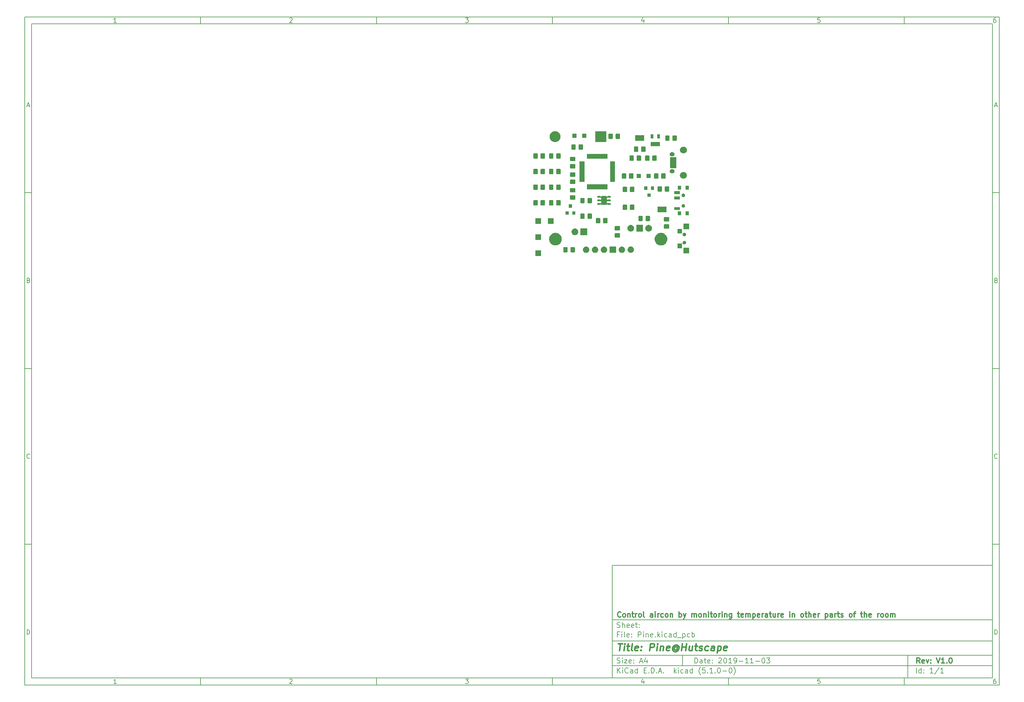
<source format=gbr>
G04 #@! TF.GenerationSoftware,KiCad,Pcbnew,(5.1.0-0)*
G04 #@! TF.CreationDate,2019-11-03T22:22:14+08:00*
G04 #@! TF.ProjectId,Pine,50696e65-2e6b-4696-9361-645f70636258,V1.0*
G04 #@! TF.SameCoordinates,Original*
G04 #@! TF.FileFunction,Soldermask,Top*
G04 #@! TF.FilePolarity,Negative*
%FSLAX46Y46*%
G04 Gerber Fmt 4.6, Leading zero omitted, Abs format (unit mm)*
G04 Created by KiCad (PCBNEW (5.1.0-0)) date 2019-11-03 22:22:14*
%MOMM*%
%LPD*%
G04 APERTURE LIST*
%ADD10C,0.100000*%
%ADD11C,0.150000*%
%ADD12C,0.300000*%
%ADD13C,0.400000*%
G04 APERTURE END LIST*
D10*
D11*
X177002200Y-166007200D02*
X177002200Y-198007200D01*
X285002200Y-198007200D01*
X285002200Y-166007200D01*
X177002200Y-166007200D01*
D10*
D11*
X10000000Y-10000000D02*
X10000000Y-200007200D01*
X287002200Y-200007200D01*
X287002200Y-10000000D01*
X10000000Y-10000000D01*
D10*
D11*
X12000000Y-12000000D02*
X12000000Y-198007200D01*
X285002200Y-198007200D01*
X285002200Y-12000000D01*
X12000000Y-12000000D01*
D10*
D11*
X60000000Y-12000000D02*
X60000000Y-10000000D01*
D10*
D11*
X110000000Y-12000000D02*
X110000000Y-10000000D01*
D10*
D11*
X160000000Y-12000000D02*
X160000000Y-10000000D01*
D10*
D11*
X210000000Y-12000000D02*
X210000000Y-10000000D01*
D10*
D11*
X260000000Y-12000000D02*
X260000000Y-10000000D01*
D10*
D11*
X36065476Y-11588095D02*
X35322619Y-11588095D01*
X35694047Y-11588095D02*
X35694047Y-10288095D01*
X35570238Y-10473809D01*
X35446428Y-10597619D01*
X35322619Y-10659523D01*
D10*
D11*
X85322619Y-10411904D02*
X85384523Y-10350000D01*
X85508333Y-10288095D01*
X85817857Y-10288095D01*
X85941666Y-10350000D01*
X86003571Y-10411904D01*
X86065476Y-10535714D01*
X86065476Y-10659523D01*
X86003571Y-10845238D01*
X85260714Y-11588095D01*
X86065476Y-11588095D01*
D10*
D11*
X135260714Y-10288095D02*
X136065476Y-10288095D01*
X135632142Y-10783333D01*
X135817857Y-10783333D01*
X135941666Y-10845238D01*
X136003571Y-10907142D01*
X136065476Y-11030952D01*
X136065476Y-11340476D01*
X136003571Y-11464285D01*
X135941666Y-11526190D01*
X135817857Y-11588095D01*
X135446428Y-11588095D01*
X135322619Y-11526190D01*
X135260714Y-11464285D01*
D10*
D11*
X185941666Y-10721428D02*
X185941666Y-11588095D01*
X185632142Y-10226190D02*
X185322619Y-11154761D01*
X186127380Y-11154761D01*
D10*
D11*
X236003571Y-10288095D02*
X235384523Y-10288095D01*
X235322619Y-10907142D01*
X235384523Y-10845238D01*
X235508333Y-10783333D01*
X235817857Y-10783333D01*
X235941666Y-10845238D01*
X236003571Y-10907142D01*
X236065476Y-11030952D01*
X236065476Y-11340476D01*
X236003571Y-11464285D01*
X235941666Y-11526190D01*
X235817857Y-11588095D01*
X235508333Y-11588095D01*
X235384523Y-11526190D01*
X235322619Y-11464285D01*
D10*
D11*
X285941666Y-10288095D02*
X285694047Y-10288095D01*
X285570238Y-10350000D01*
X285508333Y-10411904D01*
X285384523Y-10597619D01*
X285322619Y-10845238D01*
X285322619Y-11340476D01*
X285384523Y-11464285D01*
X285446428Y-11526190D01*
X285570238Y-11588095D01*
X285817857Y-11588095D01*
X285941666Y-11526190D01*
X286003571Y-11464285D01*
X286065476Y-11340476D01*
X286065476Y-11030952D01*
X286003571Y-10907142D01*
X285941666Y-10845238D01*
X285817857Y-10783333D01*
X285570238Y-10783333D01*
X285446428Y-10845238D01*
X285384523Y-10907142D01*
X285322619Y-11030952D01*
D10*
D11*
X60000000Y-198007200D02*
X60000000Y-200007200D01*
D10*
D11*
X110000000Y-198007200D02*
X110000000Y-200007200D01*
D10*
D11*
X160000000Y-198007200D02*
X160000000Y-200007200D01*
D10*
D11*
X210000000Y-198007200D02*
X210000000Y-200007200D01*
D10*
D11*
X260000000Y-198007200D02*
X260000000Y-200007200D01*
D10*
D11*
X36065476Y-199595295D02*
X35322619Y-199595295D01*
X35694047Y-199595295D02*
X35694047Y-198295295D01*
X35570238Y-198481009D01*
X35446428Y-198604819D01*
X35322619Y-198666723D01*
D10*
D11*
X85322619Y-198419104D02*
X85384523Y-198357200D01*
X85508333Y-198295295D01*
X85817857Y-198295295D01*
X85941666Y-198357200D01*
X86003571Y-198419104D01*
X86065476Y-198542914D01*
X86065476Y-198666723D01*
X86003571Y-198852438D01*
X85260714Y-199595295D01*
X86065476Y-199595295D01*
D10*
D11*
X135260714Y-198295295D02*
X136065476Y-198295295D01*
X135632142Y-198790533D01*
X135817857Y-198790533D01*
X135941666Y-198852438D01*
X136003571Y-198914342D01*
X136065476Y-199038152D01*
X136065476Y-199347676D01*
X136003571Y-199471485D01*
X135941666Y-199533390D01*
X135817857Y-199595295D01*
X135446428Y-199595295D01*
X135322619Y-199533390D01*
X135260714Y-199471485D01*
D10*
D11*
X185941666Y-198728628D02*
X185941666Y-199595295D01*
X185632142Y-198233390D02*
X185322619Y-199161961D01*
X186127380Y-199161961D01*
D10*
D11*
X236003571Y-198295295D02*
X235384523Y-198295295D01*
X235322619Y-198914342D01*
X235384523Y-198852438D01*
X235508333Y-198790533D01*
X235817857Y-198790533D01*
X235941666Y-198852438D01*
X236003571Y-198914342D01*
X236065476Y-199038152D01*
X236065476Y-199347676D01*
X236003571Y-199471485D01*
X235941666Y-199533390D01*
X235817857Y-199595295D01*
X235508333Y-199595295D01*
X235384523Y-199533390D01*
X235322619Y-199471485D01*
D10*
D11*
X285941666Y-198295295D02*
X285694047Y-198295295D01*
X285570238Y-198357200D01*
X285508333Y-198419104D01*
X285384523Y-198604819D01*
X285322619Y-198852438D01*
X285322619Y-199347676D01*
X285384523Y-199471485D01*
X285446428Y-199533390D01*
X285570238Y-199595295D01*
X285817857Y-199595295D01*
X285941666Y-199533390D01*
X286003571Y-199471485D01*
X286065476Y-199347676D01*
X286065476Y-199038152D01*
X286003571Y-198914342D01*
X285941666Y-198852438D01*
X285817857Y-198790533D01*
X285570238Y-198790533D01*
X285446428Y-198852438D01*
X285384523Y-198914342D01*
X285322619Y-199038152D01*
D10*
D11*
X10000000Y-60000000D02*
X12000000Y-60000000D01*
D10*
D11*
X10000000Y-110000000D02*
X12000000Y-110000000D01*
D10*
D11*
X10000000Y-160000000D02*
X12000000Y-160000000D01*
D10*
D11*
X10690476Y-35216666D02*
X11309523Y-35216666D01*
X10566666Y-35588095D02*
X11000000Y-34288095D01*
X11433333Y-35588095D01*
D10*
D11*
X11092857Y-84907142D02*
X11278571Y-84969047D01*
X11340476Y-85030952D01*
X11402380Y-85154761D01*
X11402380Y-85340476D01*
X11340476Y-85464285D01*
X11278571Y-85526190D01*
X11154761Y-85588095D01*
X10659523Y-85588095D01*
X10659523Y-84288095D01*
X11092857Y-84288095D01*
X11216666Y-84350000D01*
X11278571Y-84411904D01*
X11340476Y-84535714D01*
X11340476Y-84659523D01*
X11278571Y-84783333D01*
X11216666Y-84845238D01*
X11092857Y-84907142D01*
X10659523Y-84907142D01*
D10*
D11*
X11402380Y-135464285D02*
X11340476Y-135526190D01*
X11154761Y-135588095D01*
X11030952Y-135588095D01*
X10845238Y-135526190D01*
X10721428Y-135402380D01*
X10659523Y-135278571D01*
X10597619Y-135030952D01*
X10597619Y-134845238D01*
X10659523Y-134597619D01*
X10721428Y-134473809D01*
X10845238Y-134350000D01*
X11030952Y-134288095D01*
X11154761Y-134288095D01*
X11340476Y-134350000D01*
X11402380Y-134411904D01*
D10*
D11*
X10659523Y-185588095D02*
X10659523Y-184288095D01*
X10969047Y-184288095D01*
X11154761Y-184350000D01*
X11278571Y-184473809D01*
X11340476Y-184597619D01*
X11402380Y-184845238D01*
X11402380Y-185030952D01*
X11340476Y-185278571D01*
X11278571Y-185402380D01*
X11154761Y-185526190D01*
X10969047Y-185588095D01*
X10659523Y-185588095D01*
D10*
D11*
X287002200Y-60000000D02*
X285002200Y-60000000D01*
D10*
D11*
X287002200Y-110000000D02*
X285002200Y-110000000D01*
D10*
D11*
X287002200Y-160000000D02*
X285002200Y-160000000D01*
D10*
D11*
X285692676Y-35216666D02*
X286311723Y-35216666D01*
X285568866Y-35588095D02*
X286002200Y-34288095D01*
X286435533Y-35588095D01*
D10*
D11*
X286095057Y-84907142D02*
X286280771Y-84969047D01*
X286342676Y-85030952D01*
X286404580Y-85154761D01*
X286404580Y-85340476D01*
X286342676Y-85464285D01*
X286280771Y-85526190D01*
X286156961Y-85588095D01*
X285661723Y-85588095D01*
X285661723Y-84288095D01*
X286095057Y-84288095D01*
X286218866Y-84350000D01*
X286280771Y-84411904D01*
X286342676Y-84535714D01*
X286342676Y-84659523D01*
X286280771Y-84783333D01*
X286218866Y-84845238D01*
X286095057Y-84907142D01*
X285661723Y-84907142D01*
D10*
D11*
X286404580Y-135464285D02*
X286342676Y-135526190D01*
X286156961Y-135588095D01*
X286033152Y-135588095D01*
X285847438Y-135526190D01*
X285723628Y-135402380D01*
X285661723Y-135278571D01*
X285599819Y-135030952D01*
X285599819Y-134845238D01*
X285661723Y-134597619D01*
X285723628Y-134473809D01*
X285847438Y-134350000D01*
X286033152Y-134288095D01*
X286156961Y-134288095D01*
X286342676Y-134350000D01*
X286404580Y-134411904D01*
D10*
D11*
X285661723Y-185588095D02*
X285661723Y-184288095D01*
X285971247Y-184288095D01*
X286156961Y-184350000D01*
X286280771Y-184473809D01*
X286342676Y-184597619D01*
X286404580Y-184845238D01*
X286404580Y-185030952D01*
X286342676Y-185278571D01*
X286280771Y-185402380D01*
X286156961Y-185526190D01*
X285971247Y-185588095D01*
X285661723Y-185588095D01*
D10*
D11*
X200434342Y-193785771D02*
X200434342Y-192285771D01*
X200791485Y-192285771D01*
X201005771Y-192357200D01*
X201148628Y-192500057D01*
X201220057Y-192642914D01*
X201291485Y-192928628D01*
X201291485Y-193142914D01*
X201220057Y-193428628D01*
X201148628Y-193571485D01*
X201005771Y-193714342D01*
X200791485Y-193785771D01*
X200434342Y-193785771D01*
X202577200Y-193785771D02*
X202577200Y-193000057D01*
X202505771Y-192857200D01*
X202362914Y-192785771D01*
X202077200Y-192785771D01*
X201934342Y-192857200D01*
X202577200Y-193714342D02*
X202434342Y-193785771D01*
X202077200Y-193785771D01*
X201934342Y-193714342D01*
X201862914Y-193571485D01*
X201862914Y-193428628D01*
X201934342Y-193285771D01*
X202077200Y-193214342D01*
X202434342Y-193214342D01*
X202577200Y-193142914D01*
X203077200Y-192785771D02*
X203648628Y-192785771D01*
X203291485Y-192285771D02*
X203291485Y-193571485D01*
X203362914Y-193714342D01*
X203505771Y-193785771D01*
X203648628Y-193785771D01*
X204720057Y-193714342D02*
X204577200Y-193785771D01*
X204291485Y-193785771D01*
X204148628Y-193714342D01*
X204077200Y-193571485D01*
X204077200Y-193000057D01*
X204148628Y-192857200D01*
X204291485Y-192785771D01*
X204577200Y-192785771D01*
X204720057Y-192857200D01*
X204791485Y-193000057D01*
X204791485Y-193142914D01*
X204077200Y-193285771D01*
X205434342Y-193642914D02*
X205505771Y-193714342D01*
X205434342Y-193785771D01*
X205362914Y-193714342D01*
X205434342Y-193642914D01*
X205434342Y-193785771D01*
X205434342Y-192857200D02*
X205505771Y-192928628D01*
X205434342Y-193000057D01*
X205362914Y-192928628D01*
X205434342Y-192857200D01*
X205434342Y-193000057D01*
X207220057Y-192428628D02*
X207291485Y-192357200D01*
X207434342Y-192285771D01*
X207791485Y-192285771D01*
X207934342Y-192357200D01*
X208005771Y-192428628D01*
X208077200Y-192571485D01*
X208077200Y-192714342D01*
X208005771Y-192928628D01*
X207148628Y-193785771D01*
X208077200Y-193785771D01*
X209005771Y-192285771D02*
X209148628Y-192285771D01*
X209291485Y-192357200D01*
X209362914Y-192428628D01*
X209434342Y-192571485D01*
X209505771Y-192857200D01*
X209505771Y-193214342D01*
X209434342Y-193500057D01*
X209362914Y-193642914D01*
X209291485Y-193714342D01*
X209148628Y-193785771D01*
X209005771Y-193785771D01*
X208862914Y-193714342D01*
X208791485Y-193642914D01*
X208720057Y-193500057D01*
X208648628Y-193214342D01*
X208648628Y-192857200D01*
X208720057Y-192571485D01*
X208791485Y-192428628D01*
X208862914Y-192357200D01*
X209005771Y-192285771D01*
X210934342Y-193785771D02*
X210077200Y-193785771D01*
X210505771Y-193785771D02*
X210505771Y-192285771D01*
X210362914Y-192500057D01*
X210220057Y-192642914D01*
X210077200Y-192714342D01*
X211648628Y-193785771D02*
X211934342Y-193785771D01*
X212077200Y-193714342D01*
X212148628Y-193642914D01*
X212291485Y-193428628D01*
X212362914Y-193142914D01*
X212362914Y-192571485D01*
X212291485Y-192428628D01*
X212220057Y-192357200D01*
X212077200Y-192285771D01*
X211791485Y-192285771D01*
X211648628Y-192357200D01*
X211577200Y-192428628D01*
X211505771Y-192571485D01*
X211505771Y-192928628D01*
X211577200Y-193071485D01*
X211648628Y-193142914D01*
X211791485Y-193214342D01*
X212077200Y-193214342D01*
X212220057Y-193142914D01*
X212291485Y-193071485D01*
X212362914Y-192928628D01*
X213005771Y-193214342D02*
X214148628Y-193214342D01*
X215648628Y-193785771D02*
X214791485Y-193785771D01*
X215220057Y-193785771D02*
X215220057Y-192285771D01*
X215077200Y-192500057D01*
X214934342Y-192642914D01*
X214791485Y-192714342D01*
X217077200Y-193785771D02*
X216220057Y-193785771D01*
X216648628Y-193785771D02*
X216648628Y-192285771D01*
X216505771Y-192500057D01*
X216362914Y-192642914D01*
X216220057Y-192714342D01*
X217720057Y-193214342D02*
X218862914Y-193214342D01*
X219862914Y-192285771D02*
X220005771Y-192285771D01*
X220148628Y-192357200D01*
X220220057Y-192428628D01*
X220291485Y-192571485D01*
X220362914Y-192857200D01*
X220362914Y-193214342D01*
X220291485Y-193500057D01*
X220220057Y-193642914D01*
X220148628Y-193714342D01*
X220005771Y-193785771D01*
X219862914Y-193785771D01*
X219720057Y-193714342D01*
X219648628Y-193642914D01*
X219577200Y-193500057D01*
X219505771Y-193214342D01*
X219505771Y-192857200D01*
X219577200Y-192571485D01*
X219648628Y-192428628D01*
X219720057Y-192357200D01*
X219862914Y-192285771D01*
X220862914Y-192285771D02*
X221791485Y-192285771D01*
X221291485Y-192857200D01*
X221505771Y-192857200D01*
X221648628Y-192928628D01*
X221720057Y-193000057D01*
X221791485Y-193142914D01*
X221791485Y-193500057D01*
X221720057Y-193642914D01*
X221648628Y-193714342D01*
X221505771Y-193785771D01*
X221077200Y-193785771D01*
X220934342Y-193714342D01*
X220862914Y-193642914D01*
D10*
D11*
X177002200Y-194507200D02*
X285002200Y-194507200D01*
D10*
D11*
X178434342Y-196585771D02*
X178434342Y-195085771D01*
X179291485Y-196585771D02*
X178648628Y-195728628D01*
X179291485Y-195085771D02*
X178434342Y-195942914D01*
X179934342Y-196585771D02*
X179934342Y-195585771D01*
X179934342Y-195085771D02*
X179862914Y-195157200D01*
X179934342Y-195228628D01*
X180005771Y-195157200D01*
X179934342Y-195085771D01*
X179934342Y-195228628D01*
X181505771Y-196442914D02*
X181434342Y-196514342D01*
X181220057Y-196585771D01*
X181077200Y-196585771D01*
X180862914Y-196514342D01*
X180720057Y-196371485D01*
X180648628Y-196228628D01*
X180577200Y-195942914D01*
X180577200Y-195728628D01*
X180648628Y-195442914D01*
X180720057Y-195300057D01*
X180862914Y-195157200D01*
X181077200Y-195085771D01*
X181220057Y-195085771D01*
X181434342Y-195157200D01*
X181505771Y-195228628D01*
X182791485Y-196585771D02*
X182791485Y-195800057D01*
X182720057Y-195657200D01*
X182577200Y-195585771D01*
X182291485Y-195585771D01*
X182148628Y-195657200D01*
X182791485Y-196514342D02*
X182648628Y-196585771D01*
X182291485Y-196585771D01*
X182148628Y-196514342D01*
X182077200Y-196371485D01*
X182077200Y-196228628D01*
X182148628Y-196085771D01*
X182291485Y-196014342D01*
X182648628Y-196014342D01*
X182791485Y-195942914D01*
X184148628Y-196585771D02*
X184148628Y-195085771D01*
X184148628Y-196514342D02*
X184005771Y-196585771D01*
X183720057Y-196585771D01*
X183577200Y-196514342D01*
X183505771Y-196442914D01*
X183434342Y-196300057D01*
X183434342Y-195871485D01*
X183505771Y-195728628D01*
X183577200Y-195657200D01*
X183720057Y-195585771D01*
X184005771Y-195585771D01*
X184148628Y-195657200D01*
X186005771Y-195800057D02*
X186505771Y-195800057D01*
X186720057Y-196585771D02*
X186005771Y-196585771D01*
X186005771Y-195085771D01*
X186720057Y-195085771D01*
X187362914Y-196442914D02*
X187434342Y-196514342D01*
X187362914Y-196585771D01*
X187291485Y-196514342D01*
X187362914Y-196442914D01*
X187362914Y-196585771D01*
X188077200Y-196585771D02*
X188077200Y-195085771D01*
X188434342Y-195085771D01*
X188648628Y-195157200D01*
X188791485Y-195300057D01*
X188862914Y-195442914D01*
X188934342Y-195728628D01*
X188934342Y-195942914D01*
X188862914Y-196228628D01*
X188791485Y-196371485D01*
X188648628Y-196514342D01*
X188434342Y-196585771D01*
X188077200Y-196585771D01*
X189577200Y-196442914D02*
X189648628Y-196514342D01*
X189577200Y-196585771D01*
X189505771Y-196514342D01*
X189577200Y-196442914D01*
X189577200Y-196585771D01*
X190220057Y-196157200D02*
X190934342Y-196157200D01*
X190077200Y-196585771D02*
X190577200Y-195085771D01*
X191077200Y-196585771D01*
X191577200Y-196442914D02*
X191648628Y-196514342D01*
X191577200Y-196585771D01*
X191505771Y-196514342D01*
X191577200Y-196442914D01*
X191577200Y-196585771D01*
X194577200Y-196585771D02*
X194577200Y-195085771D01*
X194720057Y-196014342D02*
X195148628Y-196585771D01*
X195148628Y-195585771D02*
X194577200Y-196157200D01*
X195791485Y-196585771D02*
X195791485Y-195585771D01*
X195791485Y-195085771D02*
X195720057Y-195157200D01*
X195791485Y-195228628D01*
X195862914Y-195157200D01*
X195791485Y-195085771D01*
X195791485Y-195228628D01*
X197148628Y-196514342D02*
X197005771Y-196585771D01*
X196720057Y-196585771D01*
X196577200Y-196514342D01*
X196505771Y-196442914D01*
X196434342Y-196300057D01*
X196434342Y-195871485D01*
X196505771Y-195728628D01*
X196577200Y-195657200D01*
X196720057Y-195585771D01*
X197005771Y-195585771D01*
X197148628Y-195657200D01*
X198434342Y-196585771D02*
X198434342Y-195800057D01*
X198362914Y-195657200D01*
X198220057Y-195585771D01*
X197934342Y-195585771D01*
X197791485Y-195657200D01*
X198434342Y-196514342D02*
X198291485Y-196585771D01*
X197934342Y-196585771D01*
X197791485Y-196514342D01*
X197720057Y-196371485D01*
X197720057Y-196228628D01*
X197791485Y-196085771D01*
X197934342Y-196014342D01*
X198291485Y-196014342D01*
X198434342Y-195942914D01*
X199791485Y-196585771D02*
X199791485Y-195085771D01*
X199791485Y-196514342D02*
X199648628Y-196585771D01*
X199362914Y-196585771D01*
X199220057Y-196514342D01*
X199148628Y-196442914D01*
X199077200Y-196300057D01*
X199077200Y-195871485D01*
X199148628Y-195728628D01*
X199220057Y-195657200D01*
X199362914Y-195585771D01*
X199648628Y-195585771D01*
X199791485Y-195657200D01*
X202077200Y-197157200D02*
X202005771Y-197085771D01*
X201862914Y-196871485D01*
X201791485Y-196728628D01*
X201720057Y-196514342D01*
X201648628Y-196157200D01*
X201648628Y-195871485D01*
X201720057Y-195514342D01*
X201791485Y-195300057D01*
X201862914Y-195157200D01*
X202005771Y-194942914D01*
X202077200Y-194871485D01*
X203362914Y-195085771D02*
X202648628Y-195085771D01*
X202577200Y-195800057D01*
X202648628Y-195728628D01*
X202791485Y-195657200D01*
X203148628Y-195657200D01*
X203291485Y-195728628D01*
X203362914Y-195800057D01*
X203434342Y-195942914D01*
X203434342Y-196300057D01*
X203362914Y-196442914D01*
X203291485Y-196514342D01*
X203148628Y-196585771D01*
X202791485Y-196585771D01*
X202648628Y-196514342D01*
X202577200Y-196442914D01*
X204077200Y-196442914D02*
X204148628Y-196514342D01*
X204077200Y-196585771D01*
X204005771Y-196514342D01*
X204077200Y-196442914D01*
X204077200Y-196585771D01*
X205577200Y-196585771D02*
X204720057Y-196585771D01*
X205148628Y-196585771D02*
X205148628Y-195085771D01*
X205005771Y-195300057D01*
X204862914Y-195442914D01*
X204720057Y-195514342D01*
X206220057Y-196442914D02*
X206291485Y-196514342D01*
X206220057Y-196585771D01*
X206148628Y-196514342D01*
X206220057Y-196442914D01*
X206220057Y-196585771D01*
X207220057Y-195085771D02*
X207362914Y-195085771D01*
X207505771Y-195157200D01*
X207577200Y-195228628D01*
X207648628Y-195371485D01*
X207720057Y-195657200D01*
X207720057Y-196014342D01*
X207648628Y-196300057D01*
X207577200Y-196442914D01*
X207505771Y-196514342D01*
X207362914Y-196585771D01*
X207220057Y-196585771D01*
X207077200Y-196514342D01*
X207005771Y-196442914D01*
X206934342Y-196300057D01*
X206862914Y-196014342D01*
X206862914Y-195657200D01*
X206934342Y-195371485D01*
X207005771Y-195228628D01*
X207077200Y-195157200D01*
X207220057Y-195085771D01*
X208362914Y-196014342D02*
X209505771Y-196014342D01*
X210505771Y-195085771D02*
X210648628Y-195085771D01*
X210791485Y-195157200D01*
X210862914Y-195228628D01*
X210934342Y-195371485D01*
X211005771Y-195657200D01*
X211005771Y-196014342D01*
X210934342Y-196300057D01*
X210862914Y-196442914D01*
X210791485Y-196514342D01*
X210648628Y-196585771D01*
X210505771Y-196585771D01*
X210362914Y-196514342D01*
X210291485Y-196442914D01*
X210220057Y-196300057D01*
X210148628Y-196014342D01*
X210148628Y-195657200D01*
X210220057Y-195371485D01*
X210291485Y-195228628D01*
X210362914Y-195157200D01*
X210505771Y-195085771D01*
X211505771Y-197157200D02*
X211577200Y-197085771D01*
X211720057Y-196871485D01*
X211791485Y-196728628D01*
X211862914Y-196514342D01*
X211934342Y-196157200D01*
X211934342Y-195871485D01*
X211862914Y-195514342D01*
X211791485Y-195300057D01*
X211720057Y-195157200D01*
X211577200Y-194942914D01*
X211505771Y-194871485D01*
D10*
D11*
X177002200Y-191507200D02*
X285002200Y-191507200D01*
D10*
D12*
X264411485Y-193785771D02*
X263911485Y-193071485D01*
X263554342Y-193785771D02*
X263554342Y-192285771D01*
X264125771Y-192285771D01*
X264268628Y-192357200D01*
X264340057Y-192428628D01*
X264411485Y-192571485D01*
X264411485Y-192785771D01*
X264340057Y-192928628D01*
X264268628Y-193000057D01*
X264125771Y-193071485D01*
X263554342Y-193071485D01*
X265625771Y-193714342D02*
X265482914Y-193785771D01*
X265197200Y-193785771D01*
X265054342Y-193714342D01*
X264982914Y-193571485D01*
X264982914Y-193000057D01*
X265054342Y-192857200D01*
X265197200Y-192785771D01*
X265482914Y-192785771D01*
X265625771Y-192857200D01*
X265697200Y-193000057D01*
X265697200Y-193142914D01*
X264982914Y-193285771D01*
X266197200Y-192785771D02*
X266554342Y-193785771D01*
X266911485Y-192785771D01*
X267482914Y-193642914D02*
X267554342Y-193714342D01*
X267482914Y-193785771D01*
X267411485Y-193714342D01*
X267482914Y-193642914D01*
X267482914Y-193785771D01*
X267482914Y-192857200D02*
X267554342Y-192928628D01*
X267482914Y-193000057D01*
X267411485Y-192928628D01*
X267482914Y-192857200D01*
X267482914Y-193000057D01*
X269125771Y-192285771D02*
X269625771Y-193785771D01*
X270125771Y-192285771D01*
X271411485Y-193785771D02*
X270554342Y-193785771D01*
X270982914Y-193785771D02*
X270982914Y-192285771D01*
X270840057Y-192500057D01*
X270697200Y-192642914D01*
X270554342Y-192714342D01*
X272054342Y-193642914D02*
X272125771Y-193714342D01*
X272054342Y-193785771D01*
X271982914Y-193714342D01*
X272054342Y-193642914D01*
X272054342Y-193785771D01*
X273054342Y-192285771D02*
X273197200Y-192285771D01*
X273340057Y-192357200D01*
X273411485Y-192428628D01*
X273482914Y-192571485D01*
X273554342Y-192857200D01*
X273554342Y-193214342D01*
X273482914Y-193500057D01*
X273411485Y-193642914D01*
X273340057Y-193714342D01*
X273197200Y-193785771D01*
X273054342Y-193785771D01*
X272911485Y-193714342D01*
X272840057Y-193642914D01*
X272768628Y-193500057D01*
X272697200Y-193214342D01*
X272697200Y-192857200D01*
X272768628Y-192571485D01*
X272840057Y-192428628D01*
X272911485Y-192357200D01*
X273054342Y-192285771D01*
D10*
D11*
X178362914Y-193714342D02*
X178577200Y-193785771D01*
X178934342Y-193785771D01*
X179077200Y-193714342D01*
X179148628Y-193642914D01*
X179220057Y-193500057D01*
X179220057Y-193357200D01*
X179148628Y-193214342D01*
X179077200Y-193142914D01*
X178934342Y-193071485D01*
X178648628Y-193000057D01*
X178505771Y-192928628D01*
X178434342Y-192857200D01*
X178362914Y-192714342D01*
X178362914Y-192571485D01*
X178434342Y-192428628D01*
X178505771Y-192357200D01*
X178648628Y-192285771D01*
X179005771Y-192285771D01*
X179220057Y-192357200D01*
X179862914Y-193785771D02*
X179862914Y-192785771D01*
X179862914Y-192285771D02*
X179791485Y-192357200D01*
X179862914Y-192428628D01*
X179934342Y-192357200D01*
X179862914Y-192285771D01*
X179862914Y-192428628D01*
X180434342Y-192785771D02*
X181220057Y-192785771D01*
X180434342Y-193785771D01*
X181220057Y-193785771D01*
X182362914Y-193714342D02*
X182220057Y-193785771D01*
X181934342Y-193785771D01*
X181791485Y-193714342D01*
X181720057Y-193571485D01*
X181720057Y-193000057D01*
X181791485Y-192857200D01*
X181934342Y-192785771D01*
X182220057Y-192785771D01*
X182362914Y-192857200D01*
X182434342Y-193000057D01*
X182434342Y-193142914D01*
X181720057Y-193285771D01*
X183077200Y-193642914D02*
X183148628Y-193714342D01*
X183077200Y-193785771D01*
X183005771Y-193714342D01*
X183077200Y-193642914D01*
X183077200Y-193785771D01*
X183077200Y-192857200D02*
X183148628Y-192928628D01*
X183077200Y-193000057D01*
X183005771Y-192928628D01*
X183077200Y-192857200D01*
X183077200Y-193000057D01*
X184862914Y-193357200D02*
X185577200Y-193357200D01*
X184720057Y-193785771D02*
X185220057Y-192285771D01*
X185720057Y-193785771D01*
X186862914Y-192785771D02*
X186862914Y-193785771D01*
X186505771Y-192214342D02*
X186148628Y-193285771D01*
X187077200Y-193285771D01*
D10*
D11*
X263434342Y-196585771D02*
X263434342Y-195085771D01*
X264791485Y-196585771D02*
X264791485Y-195085771D01*
X264791485Y-196514342D02*
X264648628Y-196585771D01*
X264362914Y-196585771D01*
X264220057Y-196514342D01*
X264148628Y-196442914D01*
X264077200Y-196300057D01*
X264077200Y-195871485D01*
X264148628Y-195728628D01*
X264220057Y-195657200D01*
X264362914Y-195585771D01*
X264648628Y-195585771D01*
X264791485Y-195657200D01*
X265505771Y-196442914D02*
X265577200Y-196514342D01*
X265505771Y-196585771D01*
X265434342Y-196514342D01*
X265505771Y-196442914D01*
X265505771Y-196585771D01*
X265505771Y-195657200D02*
X265577200Y-195728628D01*
X265505771Y-195800057D01*
X265434342Y-195728628D01*
X265505771Y-195657200D01*
X265505771Y-195800057D01*
X268148628Y-196585771D02*
X267291485Y-196585771D01*
X267720057Y-196585771D02*
X267720057Y-195085771D01*
X267577200Y-195300057D01*
X267434342Y-195442914D01*
X267291485Y-195514342D01*
X269862914Y-195014342D02*
X268577200Y-196942914D01*
X271148628Y-196585771D02*
X270291485Y-196585771D01*
X270720057Y-196585771D02*
X270720057Y-195085771D01*
X270577200Y-195300057D01*
X270434342Y-195442914D01*
X270291485Y-195514342D01*
D10*
D11*
X177002200Y-187507200D02*
X285002200Y-187507200D01*
D10*
D13*
X178714580Y-188211961D02*
X179857438Y-188211961D01*
X179036009Y-190211961D02*
X179286009Y-188211961D01*
X180274104Y-190211961D02*
X180440771Y-188878628D01*
X180524104Y-188211961D02*
X180416961Y-188307200D01*
X180500295Y-188402438D01*
X180607438Y-188307200D01*
X180524104Y-188211961D01*
X180500295Y-188402438D01*
X181107438Y-188878628D02*
X181869342Y-188878628D01*
X181476485Y-188211961D02*
X181262200Y-189926247D01*
X181333628Y-190116723D01*
X181512200Y-190211961D01*
X181702676Y-190211961D01*
X182655057Y-190211961D02*
X182476485Y-190116723D01*
X182405057Y-189926247D01*
X182619342Y-188211961D01*
X184190771Y-190116723D02*
X183988390Y-190211961D01*
X183607438Y-190211961D01*
X183428866Y-190116723D01*
X183357438Y-189926247D01*
X183452676Y-189164342D01*
X183571723Y-188973866D01*
X183774104Y-188878628D01*
X184155057Y-188878628D01*
X184333628Y-188973866D01*
X184405057Y-189164342D01*
X184381247Y-189354819D01*
X183405057Y-189545295D01*
X185155057Y-190021485D02*
X185238390Y-190116723D01*
X185131247Y-190211961D01*
X185047914Y-190116723D01*
X185155057Y-190021485D01*
X185131247Y-190211961D01*
X185286009Y-188973866D02*
X185369342Y-189069104D01*
X185262200Y-189164342D01*
X185178866Y-189069104D01*
X185286009Y-188973866D01*
X185262200Y-189164342D01*
X187607438Y-190211961D02*
X187857438Y-188211961D01*
X188619342Y-188211961D01*
X188797914Y-188307200D01*
X188881247Y-188402438D01*
X188952676Y-188592914D01*
X188916961Y-188878628D01*
X188797914Y-189069104D01*
X188690771Y-189164342D01*
X188488390Y-189259580D01*
X187726485Y-189259580D01*
X189607438Y-190211961D02*
X189774104Y-188878628D01*
X189857438Y-188211961D02*
X189750295Y-188307200D01*
X189833628Y-188402438D01*
X189940771Y-188307200D01*
X189857438Y-188211961D01*
X189833628Y-188402438D01*
X190726485Y-188878628D02*
X190559819Y-190211961D01*
X190702676Y-189069104D02*
X190809819Y-188973866D01*
X191012200Y-188878628D01*
X191297914Y-188878628D01*
X191476485Y-188973866D01*
X191547914Y-189164342D01*
X191416961Y-190211961D01*
X193143152Y-190116723D02*
X192940771Y-190211961D01*
X192559819Y-190211961D01*
X192381247Y-190116723D01*
X192309819Y-189926247D01*
X192405057Y-189164342D01*
X192524104Y-188973866D01*
X192726485Y-188878628D01*
X193107438Y-188878628D01*
X193286009Y-188973866D01*
X193357438Y-189164342D01*
X193333628Y-189354819D01*
X192357438Y-189545295D01*
X195440771Y-189259580D02*
X195357438Y-189164342D01*
X195178866Y-189069104D01*
X194988390Y-189069104D01*
X194786009Y-189164342D01*
X194678866Y-189259580D01*
X194559819Y-189450057D01*
X194536009Y-189640533D01*
X194607438Y-189831009D01*
X194690771Y-189926247D01*
X194869342Y-190021485D01*
X195059819Y-190021485D01*
X195262200Y-189926247D01*
X195369342Y-189831009D01*
X195464580Y-189069104D02*
X195369342Y-189831009D01*
X195452676Y-189926247D01*
X195547914Y-189926247D01*
X195750295Y-189831009D01*
X195869342Y-189640533D01*
X195928866Y-189164342D01*
X195774104Y-188878628D01*
X195512200Y-188688152D01*
X195143152Y-188592914D01*
X194750295Y-188688152D01*
X194440771Y-188878628D01*
X194214580Y-189164342D01*
X194071723Y-189545295D01*
X194119342Y-189926247D01*
X194274104Y-190211961D01*
X194536009Y-190402438D01*
X194905057Y-190497676D01*
X195297914Y-190402438D01*
X195607438Y-190211961D01*
X196655057Y-190211961D02*
X196905057Y-188211961D01*
X196786009Y-189164342D02*
X197928866Y-189164342D01*
X197797914Y-190211961D02*
X198047914Y-188211961D01*
X199774104Y-188878628D02*
X199607438Y-190211961D01*
X198916961Y-188878628D02*
X198786009Y-189926247D01*
X198857438Y-190116723D01*
X199036009Y-190211961D01*
X199321723Y-190211961D01*
X199524104Y-190116723D01*
X199631247Y-190021485D01*
X200440771Y-188878628D02*
X201202676Y-188878628D01*
X200809819Y-188211961D02*
X200595533Y-189926247D01*
X200666961Y-190116723D01*
X200845533Y-190211961D01*
X201036009Y-190211961D01*
X201619342Y-190116723D02*
X201797914Y-190211961D01*
X202178866Y-190211961D01*
X202381247Y-190116723D01*
X202500295Y-189926247D01*
X202512200Y-189831009D01*
X202440771Y-189640533D01*
X202262200Y-189545295D01*
X201976485Y-189545295D01*
X201797914Y-189450057D01*
X201726485Y-189259580D01*
X201738390Y-189164342D01*
X201857438Y-188973866D01*
X202059819Y-188878628D01*
X202345533Y-188878628D01*
X202524104Y-188973866D01*
X204190771Y-190116723D02*
X203988390Y-190211961D01*
X203607438Y-190211961D01*
X203428866Y-190116723D01*
X203345533Y-190021485D01*
X203274104Y-189831009D01*
X203345533Y-189259580D01*
X203464580Y-189069104D01*
X203571723Y-188973866D01*
X203774104Y-188878628D01*
X204155057Y-188878628D01*
X204333628Y-188973866D01*
X205893152Y-190211961D02*
X206024104Y-189164342D01*
X205952676Y-188973866D01*
X205774104Y-188878628D01*
X205393152Y-188878628D01*
X205190771Y-188973866D01*
X205905057Y-190116723D02*
X205702676Y-190211961D01*
X205226485Y-190211961D01*
X205047914Y-190116723D01*
X204976485Y-189926247D01*
X205000295Y-189735771D01*
X205119342Y-189545295D01*
X205321723Y-189450057D01*
X205797914Y-189450057D01*
X206000295Y-189354819D01*
X207012200Y-188878628D02*
X206762200Y-190878628D01*
X207000295Y-188973866D02*
X207202676Y-188878628D01*
X207583628Y-188878628D01*
X207762200Y-188973866D01*
X207845533Y-189069104D01*
X207916961Y-189259580D01*
X207845533Y-189831009D01*
X207726485Y-190021485D01*
X207619342Y-190116723D01*
X207416961Y-190211961D01*
X207036009Y-190211961D01*
X206857438Y-190116723D01*
X209428866Y-190116723D02*
X209226485Y-190211961D01*
X208845533Y-190211961D01*
X208666961Y-190116723D01*
X208595533Y-189926247D01*
X208690771Y-189164342D01*
X208809819Y-188973866D01*
X209012200Y-188878628D01*
X209393152Y-188878628D01*
X209571723Y-188973866D01*
X209643152Y-189164342D01*
X209619342Y-189354819D01*
X208643152Y-189545295D01*
D10*
D11*
X178934342Y-185600057D02*
X178434342Y-185600057D01*
X178434342Y-186385771D02*
X178434342Y-184885771D01*
X179148628Y-184885771D01*
X179720057Y-186385771D02*
X179720057Y-185385771D01*
X179720057Y-184885771D02*
X179648628Y-184957200D01*
X179720057Y-185028628D01*
X179791485Y-184957200D01*
X179720057Y-184885771D01*
X179720057Y-185028628D01*
X180648628Y-186385771D02*
X180505771Y-186314342D01*
X180434342Y-186171485D01*
X180434342Y-184885771D01*
X181791485Y-186314342D02*
X181648628Y-186385771D01*
X181362914Y-186385771D01*
X181220057Y-186314342D01*
X181148628Y-186171485D01*
X181148628Y-185600057D01*
X181220057Y-185457200D01*
X181362914Y-185385771D01*
X181648628Y-185385771D01*
X181791485Y-185457200D01*
X181862914Y-185600057D01*
X181862914Y-185742914D01*
X181148628Y-185885771D01*
X182505771Y-186242914D02*
X182577200Y-186314342D01*
X182505771Y-186385771D01*
X182434342Y-186314342D01*
X182505771Y-186242914D01*
X182505771Y-186385771D01*
X182505771Y-185457200D02*
X182577200Y-185528628D01*
X182505771Y-185600057D01*
X182434342Y-185528628D01*
X182505771Y-185457200D01*
X182505771Y-185600057D01*
X184362914Y-186385771D02*
X184362914Y-184885771D01*
X184934342Y-184885771D01*
X185077200Y-184957200D01*
X185148628Y-185028628D01*
X185220057Y-185171485D01*
X185220057Y-185385771D01*
X185148628Y-185528628D01*
X185077200Y-185600057D01*
X184934342Y-185671485D01*
X184362914Y-185671485D01*
X185862914Y-186385771D02*
X185862914Y-185385771D01*
X185862914Y-184885771D02*
X185791485Y-184957200D01*
X185862914Y-185028628D01*
X185934342Y-184957200D01*
X185862914Y-184885771D01*
X185862914Y-185028628D01*
X186577200Y-185385771D02*
X186577200Y-186385771D01*
X186577200Y-185528628D02*
X186648628Y-185457200D01*
X186791485Y-185385771D01*
X187005771Y-185385771D01*
X187148628Y-185457200D01*
X187220057Y-185600057D01*
X187220057Y-186385771D01*
X188505771Y-186314342D02*
X188362914Y-186385771D01*
X188077200Y-186385771D01*
X187934342Y-186314342D01*
X187862914Y-186171485D01*
X187862914Y-185600057D01*
X187934342Y-185457200D01*
X188077200Y-185385771D01*
X188362914Y-185385771D01*
X188505771Y-185457200D01*
X188577200Y-185600057D01*
X188577200Y-185742914D01*
X187862914Y-185885771D01*
X189220057Y-186242914D02*
X189291485Y-186314342D01*
X189220057Y-186385771D01*
X189148628Y-186314342D01*
X189220057Y-186242914D01*
X189220057Y-186385771D01*
X189934342Y-186385771D02*
X189934342Y-184885771D01*
X190077200Y-185814342D02*
X190505771Y-186385771D01*
X190505771Y-185385771D02*
X189934342Y-185957200D01*
X191148628Y-186385771D02*
X191148628Y-185385771D01*
X191148628Y-184885771D02*
X191077200Y-184957200D01*
X191148628Y-185028628D01*
X191220057Y-184957200D01*
X191148628Y-184885771D01*
X191148628Y-185028628D01*
X192505771Y-186314342D02*
X192362914Y-186385771D01*
X192077200Y-186385771D01*
X191934342Y-186314342D01*
X191862914Y-186242914D01*
X191791485Y-186100057D01*
X191791485Y-185671485D01*
X191862914Y-185528628D01*
X191934342Y-185457200D01*
X192077200Y-185385771D01*
X192362914Y-185385771D01*
X192505771Y-185457200D01*
X193791485Y-186385771D02*
X193791485Y-185600057D01*
X193720057Y-185457200D01*
X193577200Y-185385771D01*
X193291485Y-185385771D01*
X193148628Y-185457200D01*
X193791485Y-186314342D02*
X193648628Y-186385771D01*
X193291485Y-186385771D01*
X193148628Y-186314342D01*
X193077200Y-186171485D01*
X193077200Y-186028628D01*
X193148628Y-185885771D01*
X193291485Y-185814342D01*
X193648628Y-185814342D01*
X193791485Y-185742914D01*
X195148628Y-186385771D02*
X195148628Y-184885771D01*
X195148628Y-186314342D02*
X195005771Y-186385771D01*
X194720057Y-186385771D01*
X194577200Y-186314342D01*
X194505771Y-186242914D01*
X194434342Y-186100057D01*
X194434342Y-185671485D01*
X194505771Y-185528628D01*
X194577200Y-185457200D01*
X194720057Y-185385771D01*
X195005771Y-185385771D01*
X195148628Y-185457200D01*
X195505771Y-186528628D02*
X196648628Y-186528628D01*
X197005771Y-185385771D02*
X197005771Y-186885771D01*
X197005771Y-185457200D02*
X197148628Y-185385771D01*
X197434342Y-185385771D01*
X197577200Y-185457200D01*
X197648628Y-185528628D01*
X197720057Y-185671485D01*
X197720057Y-186100057D01*
X197648628Y-186242914D01*
X197577200Y-186314342D01*
X197434342Y-186385771D01*
X197148628Y-186385771D01*
X197005771Y-186314342D01*
X199005771Y-186314342D02*
X198862914Y-186385771D01*
X198577200Y-186385771D01*
X198434342Y-186314342D01*
X198362914Y-186242914D01*
X198291485Y-186100057D01*
X198291485Y-185671485D01*
X198362914Y-185528628D01*
X198434342Y-185457200D01*
X198577200Y-185385771D01*
X198862914Y-185385771D01*
X199005771Y-185457200D01*
X199648628Y-186385771D02*
X199648628Y-184885771D01*
X199648628Y-185457200D02*
X199791485Y-185385771D01*
X200077200Y-185385771D01*
X200220057Y-185457200D01*
X200291485Y-185528628D01*
X200362914Y-185671485D01*
X200362914Y-186100057D01*
X200291485Y-186242914D01*
X200220057Y-186314342D01*
X200077200Y-186385771D01*
X199791485Y-186385771D01*
X199648628Y-186314342D01*
D10*
D11*
X177002200Y-181507200D02*
X285002200Y-181507200D01*
D10*
D11*
X178362914Y-183614342D02*
X178577200Y-183685771D01*
X178934342Y-183685771D01*
X179077200Y-183614342D01*
X179148628Y-183542914D01*
X179220057Y-183400057D01*
X179220057Y-183257200D01*
X179148628Y-183114342D01*
X179077200Y-183042914D01*
X178934342Y-182971485D01*
X178648628Y-182900057D01*
X178505771Y-182828628D01*
X178434342Y-182757200D01*
X178362914Y-182614342D01*
X178362914Y-182471485D01*
X178434342Y-182328628D01*
X178505771Y-182257200D01*
X178648628Y-182185771D01*
X179005771Y-182185771D01*
X179220057Y-182257200D01*
X179862914Y-183685771D02*
X179862914Y-182185771D01*
X180505771Y-183685771D02*
X180505771Y-182900057D01*
X180434342Y-182757200D01*
X180291485Y-182685771D01*
X180077200Y-182685771D01*
X179934342Y-182757200D01*
X179862914Y-182828628D01*
X181791485Y-183614342D02*
X181648628Y-183685771D01*
X181362914Y-183685771D01*
X181220057Y-183614342D01*
X181148628Y-183471485D01*
X181148628Y-182900057D01*
X181220057Y-182757200D01*
X181362914Y-182685771D01*
X181648628Y-182685771D01*
X181791485Y-182757200D01*
X181862914Y-182900057D01*
X181862914Y-183042914D01*
X181148628Y-183185771D01*
X183077200Y-183614342D02*
X182934342Y-183685771D01*
X182648628Y-183685771D01*
X182505771Y-183614342D01*
X182434342Y-183471485D01*
X182434342Y-182900057D01*
X182505771Y-182757200D01*
X182648628Y-182685771D01*
X182934342Y-182685771D01*
X183077200Y-182757200D01*
X183148628Y-182900057D01*
X183148628Y-183042914D01*
X182434342Y-183185771D01*
X183577200Y-182685771D02*
X184148628Y-182685771D01*
X183791485Y-182185771D02*
X183791485Y-183471485D01*
X183862914Y-183614342D01*
X184005771Y-183685771D01*
X184148628Y-183685771D01*
X184648628Y-183542914D02*
X184720057Y-183614342D01*
X184648628Y-183685771D01*
X184577200Y-183614342D01*
X184648628Y-183542914D01*
X184648628Y-183685771D01*
X184648628Y-182757200D02*
X184720057Y-182828628D01*
X184648628Y-182900057D01*
X184577200Y-182828628D01*
X184648628Y-182757200D01*
X184648628Y-182900057D01*
D10*
D12*
X179411485Y-180542914D02*
X179340057Y-180614342D01*
X179125771Y-180685771D01*
X178982914Y-180685771D01*
X178768628Y-180614342D01*
X178625771Y-180471485D01*
X178554342Y-180328628D01*
X178482914Y-180042914D01*
X178482914Y-179828628D01*
X178554342Y-179542914D01*
X178625771Y-179400057D01*
X178768628Y-179257200D01*
X178982914Y-179185771D01*
X179125771Y-179185771D01*
X179340057Y-179257200D01*
X179411485Y-179328628D01*
X180268628Y-180685771D02*
X180125771Y-180614342D01*
X180054342Y-180542914D01*
X179982914Y-180400057D01*
X179982914Y-179971485D01*
X180054342Y-179828628D01*
X180125771Y-179757200D01*
X180268628Y-179685771D01*
X180482914Y-179685771D01*
X180625771Y-179757200D01*
X180697200Y-179828628D01*
X180768628Y-179971485D01*
X180768628Y-180400057D01*
X180697200Y-180542914D01*
X180625771Y-180614342D01*
X180482914Y-180685771D01*
X180268628Y-180685771D01*
X181411485Y-179685771D02*
X181411485Y-180685771D01*
X181411485Y-179828628D02*
X181482914Y-179757200D01*
X181625771Y-179685771D01*
X181840057Y-179685771D01*
X181982914Y-179757200D01*
X182054342Y-179900057D01*
X182054342Y-180685771D01*
X182554342Y-179685771D02*
X183125771Y-179685771D01*
X182768628Y-179185771D02*
X182768628Y-180471485D01*
X182840057Y-180614342D01*
X182982914Y-180685771D01*
X183125771Y-180685771D01*
X183625771Y-180685771D02*
X183625771Y-179685771D01*
X183625771Y-179971485D02*
X183697200Y-179828628D01*
X183768628Y-179757200D01*
X183911485Y-179685771D01*
X184054342Y-179685771D01*
X184768628Y-180685771D02*
X184625771Y-180614342D01*
X184554342Y-180542914D01*
X184482914Y-180400057D01*
X184482914Y-179971485D01*
X184554342Y-179828628D01*
X184625771Y-179757200D01*
X184768628Y-179685771D01*
X184982914Y-179685771D01*
X185125771Y-179757200D01*
X185197200Y-179828628D01*
X185268628Y-179971485D01*
X185268628Y-180400057D01*
X185197200Y-180542914D01*
X185125771Y-180614342D01*
X184982914Y-180685771D01*
X184768628Y-180685771D01*
X186125771Y-180685771D02*
X185982914Y-180614342D01*
X185911485Y-180471485D01*
X185911485Y-179185771D01*
X188482914Y-180685771D02*
X188482914Y-179900057D01*
X188411485Y-179757200D01*
X188268628Y-179685771D01*
X187982914Y-179685771D01*
X187840057Y-179757200D01*
X188482914Y-180614342D02*
X188340057Y-180685771D01*
X187982914Y-180685771D01*
X187840057Y-180614342D01*
X187768628Y-180471485D01*
X187768628Y-180328628D01*
X187840057Y-180185771D01*
X187982914Y-180114342D01*
X188340057Y-180114342D01*
X188482914Y-180042914D01*
X189197200Y-180685771D02*
X189197200Y-179685771D01*
X189197200Y-179185771D02*
X189125771Y-179257200D01*
X189197200Y-179328628D01*
X189268628Y-179257200D01*
X189197200Y-179185771D01*
X189197200Y-179328628D01*
X189911485Y-180685771D02*
X189911485Y-179685771D01*
X189911485Y-179971485D02*
X189982914Y-179828628D01*
X190054342Y-179757200D01*
X190197200Y-179685771D01*
X190340057Y-179685771D01*
X191482914Y-180614342D02*
X191340057Y-180685771D01*
X191054342Y-180685771D01*
X190911485Y-180614342D01*
X190840057Y-180542914D01*
X190768628Y-180400057D01*
X190768628Y-179971485D01*
X190840057Y-179828628D01*
X190911485Y-179757200D01*
X191054342Y-179685771D01*
X191340057Y-179685771D01*
X191482914Y-179757200D01*
X192340057Y-180685771D02*
X192197200Y-180614342D01*
X192125771Y-180542914D01*
X192054342Y-180400057D01*
X192054342Y-179971485D01*
X192125771Y-179828628D01*
X192197200Y-179757200D01*
X192340057Y-179685771D01*
X192554342Y-179685771D01*
X192697200Y-179757200D01*
X192768628Y-179828628D01*
X192840057Y-179971485D01*
X192840057Y-180400057D01*
X192768628Y-180542914D01*
X192697200Y-180614342D01*
X192554342Y-180685771D01*
X192340057Y-180685771D01*
X193482914Y-179685771D02*
X193482914Y-180685771D01*
X193482914Y-179828628D02*
X193554342Y-179757200D01*
X193697200Y-179685771D01*
X193911485Y-179685771D01*
X194054342Y-179757200D01*
X194125771Y-179900057D01*
X194125771Y-180685771D01*
X195982914Y-180685771D02*
X195982914Y-179185771D01*
X195982914Y-179757200D02*
X196125771Y-179685771D01*
X196411485Y-179685771D01*
X196554342Y-179757200D01*
X196625771Y-179828628D01*
X196697200Y-179971485D01*
X196697200Y-180400057D01*
X196625771Y-180542914D01*
X196554342Y-180614342D01*
X196411485Y-180685771D01*
X196125771Y-180685771D01*
X195982914Y-180614342D01*
X197197200Y-179685771D02*
X197554342Y-180685771D01*
X197911485Y-179685771D02*
X197554342Y-180685771D01*
X197411485Y-181042914D01*
X197340057Y-181114342D01*
X197197200Y-181185771D01*
X199625771Y-180685771D02*
X199625771Y-179685771D01*
X199625771Y-179828628D02*
X199697200Y-179757200D01*
X199840057Y-179685771D01*
X200054342Y-179685771D01*
X200197200Y-179757200D01*
X200268628Y-179900057D01*
X200268628Y-180685771D01*
X200268628Y-179900057D02*
X200340057Y-179757200D01*
X200482914Y-179685771D01*
X200697200Y-179685771D01*
X200840057Y-179757200D01*
X200911485Y-179900057D01*
X200911485Y-180685771D01*
X201840057Y-180685771D02*
X201697200Y-180614342D01*
X201625771Y-180542914D01*
X201554342Y-180400057D01*
X201554342Y-179971485D01*
X201625771Y-179828628D01*
X201697200Y-179757200D01*
X201840057Y-179685771D01*
X202054342Y-179685771D01*
X202197200Y-179757200D01*
X202268628Y-179828628D01*
X202340057Y-179971485D01*
X202340057Y-180400057D01*
X202268628Y-180542914D01*
X202197200Y-180614342D01*
X202054342Y-180685771D01*
X201840057Y-180685771D01*
X202982914Y-179685771D02*
X202982914Y-180685771D01*
X202982914Y-179828628D02*
X203054342Y-179757200D01*
X203197200Y-179685771D01*
X203411485Y-179685771D01*
X203554342Y-179757200D01*
X203625771Y-179900057D01*
X203625771Y-180685771D01*
X204340057Y-180685771D02*
X204340057Y-179685771D01*
X204340057Y-179185771D02*
X204268628Y-179257200D01*
X204340057Y-179328628D01*
X204411485Y-179257200D01*
X204340057Y-179185771D01*
X204340057Y-179328628D01*
X204840057Y-179685771D02*
X205411485Y-179685771D01*
X205054342Y-179185771D02*
X205054342Y-180471485D01*
X205125771Y-180614342D01*
X205268628Y-180685771D01*
X205411485Y-180685771D01*
X206125771Y-180685771D02*
X205982914Y-180614342D01*
X205911485Y-180542914D01*
X205840057Y-180400057D01*
X205840057Y-179971485D01*
X205911485Y-179828628D01*
X205982914Y-179757200D01*
X206125771Y-179685771D01*
X206340057Y-179685771D01*
X206482914Y-179757200D01*
X206554342Y-179828628D01*
X206625771Y-179971485D01*
X206625771Y-180400057D01*
X206554342Y-180542914D01*
X206482914Y-180614342D01*
X206340057Y-180685771D01*
X206125771Y-180685771D01*
X207268628Y-180685771D02*
X207268628Y-179685771D01*
X207268628Y-179971485D02*
X207340057Y-179828628D01*
X207411485Y-179757200D01*
X207554342Y-179685771D01*
X207697200Y-179685771D01*
X208197200Y-180685771D02*
X208197200Y-179685771D01*
X208197200Y-179185771D02*
X208125771Y-179257200D01*
X208197200Y-179328628D01*
X208268628Y-179257200D01*
X208197200Y-179185771D01*
X208197200Y-179328628D01*
X208911485Y-179685771D02*
X208911485Y-180685771D01*
X208911485Y-179828628D02*
X208982914Y-179757200D01*
X209125771Y-179685771D01*
X209340057Y-179685771D01*
X209482914Y-179757200D01*
X209554342Y-179900057D01*
X209554342Y-180685771D01*
X210911485Y-179685771D02*
X210911485Y-180900057D01*
X210840057Y-181042914D01*
X210768628Y-181114342D01*
X210625771Y-181185771D01*
X210411485Y-181185771D01*
X210268628Y-181114342D01*
X210911485Y-180614342D02*
X210768628Y-180685771D01*
X210482914Y-180685771D01*
X210340057Y-180614342D01*
X210268628Y-180542914D01*
X210197200Y-180400057D01*
X210197200Y-179971485D01*
X210268628Y-179828628D01*
X210340057Y-179757200D01*
X210482914Y-179685771D01*
X210768628Y-179685771D01*
X210911485Y-179757200D01*
X212554342Y-179685771D02*
X213125771Y-179685771D01*
X212768628Y-179185771D02*
X212768628Y-180471485D01*
X212840057Y-180614342D01*
X212982914Y-180685771D01*
X213125771Y-180685771D01*
X214197200Y-180614342D02*
X214054342Y-180685771D01*
X213768628Y-180685771D01*
X213625771Y-180614342D01*
X213554342Y-180471485D01*
X213554342Y-179900057D01*
X213625771Y-179757200D01*
X213768628Y-179685771D01*
X214054342Y-179685771D01*
X214197200Y-179757200D01*
X214268628Y-179900057D01*
X214268628Y-180042914D01*
X213554342Y-180185771D01*
X214911485Y-180685771D02*
X214911485Y-179685771D01*
X214911485Y-179828628D02*
X214982914Y-179757200D01*
X215125771Y-179685771D01*
X215340057Y-179685771D01*
X215482914Y-179757200D01*
X215554342Y-179900057D01*
X215554342Y-180685771D01*
X215554342Y-179900057D02*
X215625771Y-179757200D01*
X215768628Y-179685771D01*
X215982914Y-179685771D01*
X216125771Y-179757200D01*
X216197200Y-179900057D01*
X216197200Y-180685771D01*
X216911485Y-179685771D02*
X216911485Y-181185771D01*
X216911485Y-179757200D02*
X217054342Y-179685771D01*
X217340057Y-179685771D01*
X217482914Y-179757200D01*
X217554342Y-179828628D01*
X217625771Y-179971485D01*
X217625771Y-180400057D01*
X217554342Y-180542914D01*
X217482914Y-180614342D01*
X217340057Y-180685771D01*
X217054342Y-180685771D01*
X216911485Y-180614342D01*
X218840057Y-180614342D02*
X218697200Y-180685771D01*
X218411485Y-180685771D01*
X218268628Y-180614342D01*
X218197200Y-180471485D01*
X218197200Y-179900057D01*
X218268628Y-179757200D01*
X218411485Y-179685771D01*
X218697200Y-179685771D01*
X218840057Y-179757200D01*
X218911485Y-179900057D01*
X218911485Y-180042914D01*
X218197200Y-180185771D01*
X219554342Y-180685771D02*
X219554342Y-179685771D01*
X219554342Y-179971485D02*
X219625771Y-179828628D01*
X219697200Y-179757200D01*
X219840057Y-179685771D01*
X219982914Y-179685771D01*
X221125771Y-180685771D02*
X221125771Y-179900057D01*
X221054342Y-179757200D01*
X220911485Y-179685771D01*
X220625771Y-179685771D01*
X220482914Y-179757200D01*
X221125771Y-180614342D02*
X220982914Y-180685771D01*
X220625771Y-180685771D01*
X220482914Y-180614342D01*
X220411485Y-180471485D01*
X220411485Y-180328628D01*
X220482914Y-180185771D01*
X220625771Y-180114342D01*
X220982914Y-180114342D01*
X221125771Y-180042914D01*
X221625771Y-179685771D02*
X222197200Y-179685771D01*
X221840057Y-179185771D02*
X221840057Y-180471485D01*
X221911485Y-180614342D01*
X222054342Y-180685771D01*
X222197200Y-180685771D01*
X223340057Y-179685771D02*
X223340057Y-180685771D01*
X222697200Y-179685771D02*
X222697200Y-180471485D01*
X222768628Y-180614342D01*
X222911485Y-180685771D01*
X223125771Y-180685771D01*
X223268628Y-180614342D01*
X223340057Y-180542914D01*
X224054342Y-180685771D02*
X224054342Y-179685771D01*
X224054342Y-179971485D02*
X224125771Y-179828628D01*
X224197200Y-179757200D01*
X224340057Y-179685771D01*
X224482914Y-179685771D01*
X225554342Y-180614342D02*
X225411485Y-180685771D01*
X225125771Y-180685771D01*
X224982914Y-180614342D01*
X224911485Y-180471485D01*
X224911485Y-179900057D01*
X224982914Y-179757200D01*
X225125771Y-179685771D01*
X225411485Y-179685771D01*
X225554342Y-179757200D01*
X225625771Y-179900057D01*
X225625771Y-180042914D01*
X224911485Y-180185771D01*
X227411485Y-180685771D02*
X227411485Y-179685771D01*
X227411485Y-179185771D02*
X227340057Y-179257200D01*
X227411485Y-179328628D01*
X227482914Y-179257200D01*
X227411485Y-179185771D01*
X227411485Y-179328628D01*
X228125771Y-179685771D02*
X228125771Y-180685771D01*
X228125771Y-179828628D02*
X228197200Y-179757200D01*
X228340057Y-179685771D01*
X228554342Y-179685771D01*
X228697200Y-179757200D01*
X228768628Y-179900057D01*
X228768628Y-180685771D01*
X230840057Y-180685771D02*
X230697200Y-180614342D01*
X230625771Y-180542914D01*
X230554342Y-180400057D01*
X230554342Y-179971485D01*
X230625771Y-179828628D01*
X230697200Y-179757200D01*
X230840057Y-179685771D01*
X231054342Y-179685771D01*
X231197200Y-179757200D01*
X231268628Y-179828628D01*
X231340057Y-179971485D01*
X231340057Y-180400057D01*
X231268628Y-180542914D01*
X231197200Y-180614342D01*
X231054342Y-180685771D01*
X230840057Y-180685771D01*
X231768628Y-179685771D02*
X232340057Y-179685771D01*
X231982914Y-179185771D02*
X231982914Y-180471485D01*
X232054342Y-180614342D01*
X232197200Y-180685771D01*
X232340057Y-180685771D01*
X232840057Y-180685771D02*
X232840057Y-179185771D01*
X233482914Y-180685771D02*
X233482914Y-179900057D01*
X233411485Y-179757200D01*
X233268628Y-179685771D01*
X233054342Y-179685771D01*
X232911485Y-179757200D01*
X232840057Y-179828628D01*
X234768628Y-180614342D02*
X234625771Y-180685771D01*
X234340057Y-180685771D01*
X234197200Y-180614342D01*
X234125771Y-180471485D01*
X234125771Y-179900057D01*
X234197200Y-179757200D01*
X234340057Y-179685771D01*
X234625771Y-179685771D01*
X234768628Y-179757200D01*
X234840057Y-179900057D01*
X234840057Y-180042914D01*
X234125771Y-180185771D01*
X235482914Y-180685771D02*
X235482914Y-179685771D01*
X235482914Y-179971485D02*
X235554342Y-179828628D01*
X235625771Y-179757200D01*
X235768628Y-179685771D01*
X235911485Y-179685771D01*
X237554342Y-179685771D02*
X237554342Y-181185771D01*
X237554342Y-179757200D02*
X237697200Y-179685771D01*
X237982914Y-179685771D01*
X238125771Y-179757200D01*
X238197200Y-179828628D01*
X238268628Y-179971485D01*
X238268628Y-180400057D01*
X238197200Y-180542914D01*
X238125771Y-180614342D01*
X237982914Y-180685771D01*
X237697200Y-180685771D01*
X237554342Y-180614342D01*
X239554342Y-180685771D02*
X239554342Y-179900057D01*
X239482914Y-179757200D01*
X239340057Y-179685771D01*
X239054342Y-179685771D01*
X238911485Y-179757200D01*
X239554342Y-180614342D02*
X239411485Y-180685771D01*
X239054342Y-180685771D01*
X238911485Y-180614342D01*
X238840057Y-180471485D01*
X238840057Y-180328628D01*
X238911485Y-180185771D01*
X239054342Y-180114342D01*
X239411485Y-180114342D01*
X239554342Y-180042914D01*
X240268628Y-180685771D02*
X240268628Y-179685771D01*
X240268628Y-179971485D02*
X240340057Y-179828628D01*
X240411485Y-179757200D01*
X240554342Y-179685771D01*
X240697200Y-179685771D01*
X240982914Y-179685771D02*
X241554342Y-179685771D01*
X241197200Y-179185771D02*
X241197200Y-180471485D01*
X241268628Y-180614342D01*
X241411485Y-180685771D01*
X241554342Y-180685771D01*
X241982914Y-180614342D02*
X242125771Y-180685771D01*
X242411485Y-180685771D01*
X242554342Y-180614342D01*
X242625771Y-180471485D01*
X242625771Y-180400057D01*
X242554342Y-180257200D01*
X242411485Y-180185771D01*
X242197200Y-180185771D01*
X242054342Y-180114342D01*
X241982914Y-179971485D01*
X241982914Y-179900057D01*
X242054342Y-179757200D01*
X242197200Y-179685771D01*
X242411485Y-179685771D01*
X242554342Y-179757200D01*
X244625771Y-180685771D02*
X244482914Y-180614342D01*
X244411485Y-180542914D01*
X244340057Y-180400057D01*
X244340057Y-179971485D01*
X244411485Y-179828628D01*
X244482914Y-179757200D01*
X244625771Y-179685771D01*
X244840057Y-179685771D01*
X244982914Y-179757200D01*
X245054342Y-179828628D01*
X245125771Y-179971485D01*
X245125771Y-180400057D01*
X245054342Y-180542914D01*
X244982914Y-180614342D01*
X244840057Y-180685771D01*
X244625771Y-180685771D01*
X245554342Y-179685771D02*
X246125771Y-179685771D01*
X245768628Y-180685771D02*
X245768628Y-179400057D01*
X245840057Y-179257200D01*
X245982914Y-179185771D01*
X246125771Y-179185771D01*
X247554342Y-179685771D02*
X248125771Y-179685771D01*
X247768628Y-179185771D02*
X247768628Y-180471485D01*
X247840057Y-180614342D01*
X247982914Y-180685771D01*
X248125771Y-180685771D01*
X248625771Y-180685771D02*
X248625771Y-179185771D01*
X249268628Y-180685771D02*
X249268628Y-179900057D01*
X249197200Y-179757200D01*
X249054342Y-179685771D01*
X248840057Y-179685771D01*
X248697200Y-179757200D01*
X248625771Y-179828628D01*
X250554342Y-180614342D02*
X250411485Y-180685771D01*
X250125771Y-180685771D01*
X249982914Y-180614342D01*
X249911485Y-180471485D01*
X249911485Y-179900057D01*
X249982914Y-179757200D01*
X250125771Y-179685771D01*
X250411485Y-179685771D01*
X250554342Y-179757200D01*
X250625771Y-179900057D01*
X250625771Y-180042914D01*
X249911485Y-180185771D01*
X252411485Y-180685771D02*
X252411485Y-179685771D01*
X252411485Y-179971485D02*
X252482914Y-179828628D01*
X252554342Y-179757200D01*
X252697200Y-179685771D01*
X252840057Y-179685771D01*
X253554342Y-180685771D02*
X253411485Y-180614342D01*
X253340057Y-180542914D01*
X253268628Y-180400057D01*
X253268628Y-179971485D01*
X253340057Y-179828628D01*
X253411485Y-179757200D01*
X253554342Y-179685771D01*
X253768628Y-179685771D01*
X253911485Y-179757200D01*
X253982914Y-179828628D01*
X254054342Y-179971485D01*
X254054342Y-180400057D01*
X253982914Y-180542914D01*
X253911485Y-180614342D01*
X253768628Y-180685771D01*
X253554342Y-180685771D01*
X254911485Y-180685771D02*
X254768628Y-180614342D01*
X254697199Y-180542914D01*
X254625771Y-180400057D01*
X254625771Y-179971485D01*
X254697199Y-179828628D01*
X254768628Y-179757200D01*
X254911485Y-179685771D01*
X255125771Y-179685771D01*
X255268628Y-179757200D01*
X255340057Y-179828628D01*
X255411485Y-179971485D01*
X255411485Y-180400057D01*
X255340057Y-180542914D01*
X255268628Y-180614342D01*
X255125771Y-180685771D01*
X254911485Y-180685771D01*
X256054342Y-180685771D02*
X256054342Y-179685771D01*
X256054342Y-179828628D02*
X256125771Y-179757200D01*
X256268628Y-179685771D01*
X256482914Y-179685771D01*
X256625771Y-179757200D01*
X256697199Y-179900057D01*
X256697199Y-180685771D01*
X256697199Y-179900057D02*
X256768628Y-179757200D01*
X256911485Y-179685771D01*
X257125771Y-179685771D01*
X257268628Y-179757200D01*
X257340057Y-179900057D01*
X257340057Y-180685771D01*
D10*
D11*
X197002200Y-191507200D02*
X197002200Y-194507200D01*
D10*
D11*
X261002200Y-191507200D02*
X261002200Y-198007200D01*
D10*
G36*
X156757000Y-78017000D02*
G01*
X155155000Y-78017000D01*
X155155000Y-76415000D01*
X156757000Y-76415000D01*
X156757000Y-78017000D01*
X156757000Y-78017000D01*
G37*
G36*
X198836000Y-77276000D02*
G01*
X197234000Y-77276000D01*
X197234000Y-75674000D01*
X198836000Y-75674000D01*
X198836000Y-77276000D01*
X198836000Y-77276000D01*
G37*
G36*
X182358512Y-75303927D02*
G01*
X182507812Y-75333624D01*
X182671784Y-75401544D01*
X182819354Y-75500147D01*
X182944853Y-75625646D01*
X183043456Y-75773216D01*
X183111376Y-75937188D01*
X183146000Y-76111259D01*
X183146000Y-76288741D01*
X183111376Y-76462812D01*
X183043456Y-76626784D01*
X182944853Y-76774354D01*
X182819354Y-76899853D01*
X182671784Y-76998456D01*
X182507812Y-77066376D01*
X182358512Y-77096073D01*
X182333742Y-77101000D01*
X182156258Y-77101000D01*
X182131488Y-77096073D01*
X181982188Y-77066376D01*
X181818216Y-76998456D01*
X181670646Y-76899853D01*
X181545147Y-76774354D01*
X181446544Y-76626784D01*
X181378624Y-76462812D01*
X181344000Y-76288741D01*
X181344000Y-76111259D01*
X181378624Y-75937188D01*
X181446544Y-75773216D01*
X181545147Y-75625646D01*
X181670646Y-75500147D01*
X181818216Y-75401544D01*
X181982188Y-75333624D01*
X182131488Y-75303927D01*
X182156258Y-75299000D01*
X182333742Y-75299000D01*
X182358512Y-75303927D01*
X182358512Y-75303927D01*
G37*
G36*
X179815442Y-75305518D02*
G01*
X179881627Y-75312037D01*
X180051466Y-75363557D01*
X180207991Y-75447222D01*
X180216530Y-75454230D01*
X180345186Y-75559814D01*
X180424665Y-75656661D01*
X180457778Y-75697009D01*
X180541443Y-75853534D01*
X180592963Y-76023373D01*
X180610359Y-76200000D01*
X180592963Y-76376627D01*
X180541443Y-76546466D01*
X180457778Y-76702991D01*
X180434032Y-76731925D01*
X180345186Y-76840186D01*
X180272480Y-76899853D01*
X180207991Y-76952778D01*
X180051466Y-77036443D01*
X179881627Y-77087963D01*
X179815442Y-77094482D01*
X179749260Y-77101000D01*
X179660740Y-77101000D01*
X179594558Y-77094482D01*
X179528373Y-77087963D01*
X179358534Y-77036443D01*
X179202009Y-76952778D01*
X179137520Y-76899853D01*
X179064814Y-76840186D01*
X178975968Y-76731925D01*
X178952222Y-76702991D01*
X178868557Y-76546466D01*
X178817037Y-76376627D01*
X178799641Y-76200000D01*
X178817037Y-76023373D01*
X178868557Y-75853534D01*
X178952222Y-75697009D01*
X178985335Y-75656661D01*
X179064814Y-75559814D01*
X179193470Y-75454230D01*
X179202009Y-75447222D01*
X179358534Y-75363557D01*
X179528373Y-75312037D01*
X179594558Y-75305518D01*
X179660740Y-75299000D01*
X179749260Y-75299000D01*
X179815442Y-75305518D01*
X179815442Y-75305518D01*
G37*
G36*
X178066000Y-77101000D02*
G01*
X176264000Y-77101000D01*
X176264000Y-75299000D01*
X178066000Y-75299000D01*
X178066000Y-77101000D01*
X178066000Y-77101000D01*
G37*
G36*
X174735442Y-75305518D02*
G01*
X174801627Y-75312037D01*
X174971466Y-75363557D01*
X175127991Y-75447222D01*
X175136530Y-75454230D01*
X175265186Y-75559814D01*
X175344665Y-75656661D01*
X175377778Y-75697009D01*
X175461443Y-75853534D01*
X175512963Y-76023373D01*
X175530359Y-76200000D01*
X175512963Y-76376627D01*
X175461443Y-76546466D01*
X175377778Y-76702991D01*
X175354032Y-76731925D01*
X175265186Y-76840186D01*
X175192480Y-76899853D01*
X175127991Y-76952778D01*
X174971466Y-77036443D01*
X174801627Y-77087963D01*
X174735442Y-77094482D01*
X174669260Y-77101000D01*
X174580740Y-77101000D01*
X174514558Y-77094482D01*
X174448373Y-77087963D01*
X174278534Y-77036443D01*
X174122009Y-76952778D01*
X174057520Y-76899853D01*
X173984814Y-76840186D01*
X173895968Y-76731925D01*
X173872222Y-76702991D01*
X173788557Y-76546466D01*
X173737037Y-76376627D01*
X173719641Y-76200000D01*
X173737037Y-76023373D01*
X173788557Y-75853534D01*
X173872222Y-75697009D01*
X173905335Y-75656661D01*
X173984814Y-75559814D01*
X174113470Y-75454230D01*
X174122009Y-75447222D01*
X174278534Y-75363557D01*
X174448373Y-75312037D01*
X174514558Y-75305518D01*
X174580740Y-75299000D01*
X174669260Y-75299000D01*
X174735442Y-75305518D01*
X174735442Y-75305518D01*
G37*
G36*
X172195442Y-75305518D02*
G01*
X172261627Y-75312037D01*
X172431466Y-75363557D01*
X172587991Y-75447222D01*
X172596530Y-75454230D01*
X172725186Y-75559814D01*
X172804665Y-75656661D01*
X172837778Y-75697009D01*
X172921443Y-75853534D01*
X172972963Y-76023373D01*
X172990359Y-76200000D01*
X172972963Y-76376627D01*
X172921443Y-76546466D01*
X172837778Y-76702991D01*
X172814032Y-76731925D01*
X172725186Y-76840186D01*
X172652480Y-76899853D01*
X172587991Y-76952778D01*
X172431466Y-77036443D01*
X172261627Y-77087963D01*
X172195442Y-77094482D01*
X172129260Y-77101000D01*
X172040740Y-77101000D01*
X171974558Y-77094482D01*
X171908373Y-77087963D01*
X171738534Y-77036443D01*
X171582009Y-76952778D01*
X171517520Y-76899853D01*
X171444814Y-76840186D01*
X171355968Y-76731925D01*
X171332222Y-76702991D01*
X171248557Y-76546466D01*
X171197037Y-76376627D01*
X171179641Y-76200000D01*
X171197037Y-76023373D01*
X171248557Y-75853534D01*
X171332222Y-75697009D01*
X171365335Y-75656661D01*
X171444814Y-75559814D01*
X171573470Y-75454230D01*
X171582009Y-75447222D01*
X171738534Y-75363557D01*
X171908373Y-75312037D01*
X171974558Y-75305518D01*
X172040740Y-75299000D01*
X172129260Y-75299000D01*
X172195442Y-75305518D01*
X172195442Y-75305518D01*
G37*
G36*
X169655442Y-75305518D02*
G01*
X169721627Y-75312037D01*
X169891466Y-75363557D01*
X170047991Y-75447222D01*
X170056530Y-75454230D01*
X170185186Y-75559814D01*
X170264665Y-75656661D01*
X170297778Y-75697009D01*
X170381443Y-75853534D01*
X170432963Y-76023373D01*
X170450359Y-76200000D01*
X170432963Y-76376627D01*
X170381443Y-76546466D01*
X170297778Y-76702991D01*
X170274032Y-76731925D01*
X170185186Y-76840186D01*
X170112480Y-76899853D01*
X170047991Y-76952778D01*
X169891466Y-77036443D01*
X169721627Y-77087963D01*
X169655442Y-77094482D01*
X169589260Y-77101000D01*
X169500740Y-77101000D01*
X169434558Y-77094482D01*
X169368373Y-77087963D01*
X169198534Y-77036443D01*
X169042009Y-76952778D01*
X168977520Y-76899853D01*
X168904814Y-76840186D01*
X168815968Y-76731925D01*
X168792222Y-76702991D01*
X168708557Y-76546466D01*
X168657037Y-76376627D01*
X168639641Y-76200000D01*
X168657037Y-76023373D01*
X168708557Y-75853534D01*
X168792222Y-75697009D01*
X168825335Y-75656661D01*
X168904814Y-75559814D01*
X169033470Y-75454230D01*
X169042009Y-75447222D01*
X169198534Y-75363557D01*
X169368373Y-75312037D01*
X169434558Y-75305518D01*
X169500740Y-75299000D01*
X169589260Y-75299000D01*
X169655442Y-75305518D01*
X169655442Y-75305518D01*
G37*
G36*
X166198674Y-75453465D02*
G01*
X166236367Y-75464899D01*
X166271103Y-75483466D01*
X166301548Y-75508452D01*
X166326534Y-75538897D01*
X166345101Y-75573633D01*
X166356535Y-75611326D01*
X166361000Y-75656661D01*
X166361000Y-76743339D01*
X166356535Y-76788674D01*
X166345101Y-76826367D01*
X166326534Y-76861103D01*
X166301548Y-76891548D01*
X166271103Y-76916534D01*
X166236367Y-76935101D01*
X166198674Y-76946535D01*
X166153339Y-76951000D01*
X165316661Y-76951000D01*
X165271326Y-76946535D01*
X165233633Y-76935101D01*
X165198897Y-76916534D01*
X165168452Y-76891548D01*
X165143466Y-76861103D01*
X165124899Y-76826367D01*
X165113465Y-76788674D01*
X165109000Y-76743339D01*
X165109000Y-75656661D01*
X165113465Y-75611326D01*
X165124899Y-75573633D01*
X165143466Y-75538897D01*
X165168452Y-75508452D01*
X165198897Y-75483466D01*
X165233633Y-75464899D01*
X165271326Y-75453465D01*
X165316661Y-75449000D01*
X166153339Y-75449000D01*
X166198674Y-75453465D01*
X166198674Y-75453465D01*
G37*
G36*
X164148674Y-75453465D02*
G01*
X164186367Y-75464899D01*
X164221103Y-75483466D01*
X164251548Y-75508452D01*
X164276534Y-75538897D01*
X164295101Y-75573633D01*
X164306535Y-75611326D01*
X164311000Y-75656661D01*
X164311000Y-76743339D01*
X164306535Y-76788674D01*
X164295101Y-76826367D01*
X164276534Y-76861103D01*
X164251548Y-76891548D01*
X164221103Y-76916534D01*
X164186367Y-76935101D01*
X164148674Y-76946535D01*
X164103339Y-76951000D01*
X163266661Y-76951000D01*
X163221326Y-76946535D01*
X163183633Y-76935101D01*
X163148897Y-76916534D01*
X163118452Y-76891548D01*
X163093466Y-76861103D01*
X163074899Y-76826367D01*
X163063465Y-76788674D01*
X163059000Y-76743339D01*
X163059000Y-75656661D01*
X163063465Y-75611326D01*
X163074899Y-75573633D01*
X163093466Y-75538897D01*
X163118452Y-75508452D01*
X163148897Y-75483466D01*
X163183633Y-75464899D01*
X163221326Y-75453465D01*
X163266661Y-75449000D01*
X164103339Y-75449000D01*
X164148674Y-75453465D01*
X164148674Y-75453465D01*
G37*
G36*
X196838402Y-74493159D02*
G01*
X196836000Y-74517545D01*
X196836000Y-75776000D01*
X195534000Y-75776000D01*
X195534000Y-74474000D01*
X196844214Y-74474000D01*
X196838402Y-74493159D01*
X196838402Y-74493159D01*
G37*
G36*
X161355330Y-71463211D02*
G01*
X161683091Y-71598974D01*
X161978069Y-71796072D01*
X162228927Y-72046930D01*
X162426025Y-72341908D01*
X162561788Y-72669669D01*
X162630999Y-73017616D01*
X162630999Y-73372384D01*
X162561788Y-73720331D01*
X162426025Y-74048092D01*
X162228927Y-74343070D01*
X161978069Y-74593928D01*
X161683091Y-74791026D01*
X161355330Y-74926789D01*
X161007383Y-74996000D01*
X160652615Y-74996000D01*
X160304668Y-74926789D01*
X159976907Y-74791026D01*
X159681929Y-74593928D01*
X159431071Y-74343070D01*
X159233973Y-74048092D01*
X159098210Y-73720331D01*
X159028999Y-73372384D01*
X159028999Y-73017616D01*
X159098210Y-72669669D01*
X159233973Y-72341908D01*
X159431071Y-72046930D01*
X159681929Y-71796072D01*
X159976907Y-71598974D01*
X160304668Y-71463211D01*
X160652615Y-71394000D01*
X161007383Y-71394000D01*
X161355330Y-71463211D01*
X161355330Y-71463211D01*
G37*
G36*
X191355330Y-71463211D02*
G01*
X191683091Y-71598974D01*
X191978069Y-71796072D01*
X192228927Y-72046930D01*
X192426025Y-72341908D01*
X192561788Y-72669669D01*
X192630999Y-73017616D01*
X192630999Y-73372384D01*
X192561788Y-73720331D01*
X192426025Y-74048092D01*
X192228927Y-74343070D01*
X191978069Y-74593928D01*
X191683091Y-74791026D01*
X191355330Y-74926789D01*
X191007383Y-74996000D01*
X190652615Y-74996000D01*
X190304668Y-74926789D01*
X189976907Y-74791026D01*
X189681929Y-74593928D01*
X189431071Y-74343070D01*
X189233973Y-74048092D01*
X189098210Y-73720331D01*
X189028999Y-73372384D01*
X189028999Y-73017616D01*
X189098210Y-72669669D01*
X189233973Y-72341908D01*
X189431071Y-72046930D01*
X189681929Y-71796072D01*
X189976907Y-71598974D01*
X190304668Y-71463211D01*
X190652615Y-71394000D01*
X191007383Y-71394000D01*
X191355330Y-71463211D01*
X191355330Y-71463211D01*
G37*
G36*
X197582740Y-73683626D02*
G01*
X197631136Y-73693253D01*
X197668902Y-73708896D01*
X197722311Y-73731019D01*
X197722312Y-73731020D01*
X197804369Y-73785848D01*
X197874152Y-73855631D01*
X197874153Y-73855633D01*
X197928981Y-73937689D01*
X197966747Y-74028865D01*
X197986000Y-74125655D01*
X197986000Y-74224345D01*
X197966747Y-74321135D01*
X197928981Y-74412311D01*
X197917725Y-74429157D01*
X197874152Y-74494369D01*
X197804369Y-74564152D01*
X197763062Y-74591752D01*
X197722311Y-74618981D01*
X197668902Y-74641104D01*
X197631136Y-74656747D01*
X197582740Y-74666374D01*
X197534345Y-74676000D01*
X197435655Y-74676000D01*
X197387260Y-74666374D01*
X197338864Y-74656747D01*
X197301098Y-74641104D01*
X197247689Y-74618981D01*
X197206938Y-74591752D01*
X197165631Y-74564152D01*
X197095848Y-74494369D01*
X197064931Y-74448098D01*
X197049387Y-74429157D01*
X197030445Y-74413612D01*
X197008834Y-74402061D01*
X196996103Y-74398199D01*
X196996832Y-74396836D01*
X197003945Y-74373387D01*
X197006347Y-74349001D01*
X197003945Y-74324615D01*
X196984000Y-74224346D01*
X196984000Y-74125655D01*
X197003253Y-74028865D01*
X197041019Y-73937689D01*
X197095847Y-73855633D01*
X197095848Y-73855631D01*
X197165631Y-73785848D01*
X197247688Y-73731020D01*
X197247689Y-73731019D01*
X197301098Y-73708896D01*
X197338864Y-73693253D01*
X197387260Y-73683627D01*
X197435655Y-73674000D01*
X197534345Y-73674000D01*
X197582740Y-73683626D01*
X197582740Y-73683626D01*
G37*
G36*
X156757000Y-73445000D02*
G01*
X155155000Y-73445000D01*
X155155000Y-71843000D01*
X156757000Y-71843000D01*
X156757000Y-73445000D01*
X156757000Y-73445000D01*
G37*
G36*
X179023674Y-71523465D02*
G01*
X179061367Y-71534899D01*
X179096103Y-71553466D01*
X179126548Y-71578452D01*
X179151534Y-71608897D01*
X179170101Y-71643633D01*
X179181535Y-71681326D01*
X179186000Y-71726661D01*
X179186000Y-72563339D01*
X179181535Y-72608674D01*
X179170101Y-72646367D01*
X179151534Y-72681103D01*
X179126548Y-72711548D01*
X179096103Y-72736534D01*
X179061367Y-72755101D01*
X179023674Y-72766535D01*
X178978339Y-72771000D01*
X177891661Y-72771000D01*
X177846326Y-72766535D01*
X177808633Y-72755101D01*
X177773897Y-72736534D01*
X177743452Y-72711548D01*
X177718466Y-72681103D01*
X177699899Y-72646367D01*
X177688465Y-72608674D01*
X177684000Y-72563339D01*
X177684000Y-71726661D01*
X177688465Y-71681326D01*
X177699899Y-71643633D01*
X177718466Y-71608897D01*
X177743452Y-71578452D01*
X177773897Y-71553466D01*
X177808633Y-71534899D01*
X177846326Y-71523465D01*
X177891661Y-71519000D01*
X178978339Y-71519000D01*
X179023674Y-71523465D01*
X179023674Y-71523465D01*
G37*
G36*
X197582740Y-71383626D02*
G01*
X197631136Y-71393253D01*
X197668902Y-71408896D01*
X197722311Y-71431019D01*
X197722312Y-71431020D01*
X197804369Y-71485848D01*
X197874152Y-71555631D01*
X197884064Y-71570466D01*
X197928981Y-71637689D01*
X197945104Y-71676613D01*
X197966747Y-71728864D01*
X197986000Y-71825656D01*
X197986000Y-71924344D01*
X197966747Y-72021136D01*
X197951104Y-72058902D01*
X197928981Y-72112311D01*
X197928980Y-72112312D01*
X197874152Y-72194369D01*
X197804369Y-72264152D01*
X197763062Y-72291752D01*
X197722311Y-72318981D01*
X197668902Y-72341104D01*
X197631136Y-72356747D01*
X197582740Y-72366373D01*
X197534345Y-72376000D01*
X197435655Y-72376000D01*
X197387260Y-72366373D01*
X197338864Y-72356747D01*
X197301098Y-72341104D01*
X197247689Y-72318981D01*
X197206938Y-72291752D01*
X197165631Y-72264152D01*
X197095848Y-72194369D01*
X197041020Y-72112312D01*
X197041019Y-72112311D01*
X197018896Y-72058902D01*
X197003253Y-72021136D01*
X196984000Y-71924344D01*
X196984000Y-71825656D01*
X196989885Y-71796072D01*
X197003945Y-71725385D01*
X197006347Y-71700999D01*
X197003945Y-71676613D01*
X196996832Y-71653164D01*
X196996103Y-71651801D01*
X197008834Y-71647939D01*
X197030445Y-71636388D01*
X197049387Y-71620843D01*
X197064932Y-71601901D01*
X197080600Y-71578452D01*
X197095848Y-71555631D01*
X197165631Y-71485848D01*
X197247688Y-71431020D01*
X197247689Y-71431019D01*
X197301098Y-71408896D01*
X197338864Y-71393253D01*
X197387260Y-71383627D01*
X197435655Y-71374000D01*
X197534345Y-71374000D01*
X197582740Y-71383626D01*
X197582740Y-71383626D01*
G37*
G36*
X169861000Y-72071000D02*
G01*
X167959000Y-72071000D01*
X167959000Y-70169000D01*
X169861000Y-70169000D01*
X169861000Y-72071000D01*
X169861000Y-72071000D01*
G37*
G36*
X166647395Y-70205546D02*
G01*
X166820466Y-70277234D01*
X166820467Y-70277235D01*
X166976227Y-70381310D01*
X167108690Y-70513773D01*
X167108691Y-70513775D01*
X167212766Y-70669534D01*
X167284454Y-70842605D01*
X167321000Y-71026333D01*
X167321000Y-71213667D01*
X167284454Y-71397395D01*
X167212766Y-71570466D01*
X167193717Y-71598975D01*
X167108690Y-71726227D01*
X166976227Y-71858690D01*
X166897818Y-71911081D01*
X166820466Y-71962766D01*
X166647395Y-72034454D01*
X166463667Y-72071000D01*
X166276333Y-72071000D01*
X166092605Y-72034454D01*
X165919534Y-71962766D01*
X165842182Y-71911081D01*
X165763773Y-71858690D01*
X165631310Y-71726227D01*
X165546283Y-71598975D01*
X165527234Y-71570466D01*
X165455546Y-71397395D01*
X165419000Y-71213667D01*
X165419000Y-71026333D01*
X165455546Y-70842605D01*
X165527234Y-70669534D01*
X165631309Y-70513775D01*
X165631310Y-70513773D01*
X165763773Y-70381310D01*
X165919533Y-70277235D01*
X165919534Y-70277234D01*
X166092605Y-70205546D01*
X166276333Y-70169000D01*
X166463667Y-70169000D01*
X166647395Y-70205546D01*
X166647395Y-70205546D01*
G37*
G36*
X196836000Y-71532455D02*
G01*
X196838402Y-71556841D01*
X196844214Y-71576000D01*
X195534000Y-71576000D01*
X195534000Y-70274000D01*
X196836000Y-70274000D01*
X196836000Y-71532455D01*
X196836000Y-71532455D01*
G37*
G36*
X187602395Y-69189546D02*
G01*
X187775466Y-69261234D01*
X187775467Y-69261235D01*
X187931227Y-69365310D01*
X188063690Y-69497773D01*
X188116081Y-69576182D01*
X188167766Y-69653534D01*
X188239454Y-69826605D01*
X188276000Y-70010333D01*
X188276000Y-70197667D01*
X188239454Y-70381395D01*
X188167766Y-70554466D01*
X188137316Y-70600038D01*
X188063690Y-70710227D01*
X187931227Y-70842690D01*
X187852818Y-70895081D01*
X187775466Y-70946766D01*
X187602395Y-71018454D01*
X187418667Y-71055000D01*
X187231333Y-71055000D01*
X187047605Y-71018454D01*
X186874534Y-70946766D01*
X186797182Y-70895081D01*
X186718773Y-70842690D01*
X186586310Y-70710227D01*
X186512684Y-70600038D01*
X186482234Y-70554466D01*
X186410546Y-70381395D01*
X186374000Y-70197667D01*
X186374000Y-70010333D01*
X186410546Y-69826605D01*
X186482234Y-69653534D01*
X186533919Y-69576182D01*
X186586310Y-69497773D01*
X186718773Y-69365310D01*
X186874533Y-69261235D01*
X186874534Y-69261234D01*
X187047605Y-69189546D01*
X187231333Y-69153000D01*
X187418667Y-69153000D01*
X187602395Y-69189546D01*
X187602395Y-69189546D01*
G37*
G36*
X185736000Y-71055000D02*
G01*
X183834000Y-71055000D01*
X183834000Y-69153000D01*
X185736000Y-69153000D01*
X185736000Y-71055000D01*
X185736000Y-71055000D01*
G37*
G36*
X182522395Y-69189546D02*
G01*
X182695466Y-69261234D01*
X182695467Y-69261235D01*
X182851227Y-69365310D01*
X182983690Y-69497773D01*
X183036081Y-69576182D01*
X183087766Y-69653534D01*
X183159454Y-69826605D01*
X183196000Y-70010333D01*
X183196000Y-70197667D01*
X183159454Y-70381395D01*
X183087766Y-70554466D01*
X183057316Y-70600038D01*
X182983690Y-70710227D01*
X182851227Y-70842690D01*
X182772818Y-70895081D01*
X182695466Y-70946766D01*
X182522395Y-71018454D01*
X182338667Y-71055000D01*
X182151333Y-71055000D01*
X181967605Y-71018454D01*
X181794534Y-70946766D01*
X181717182Y-70895081D01*
X181638773Y-70842690D01*
X181506310Y-70710227D01*
X181432684Y-70600038D01*
X181402234Y-70554466D01*
X181330546Y-70381395D01*
X181294000Y-70197667D01*
X181294000Y-70010333D01*
X181330546Y-69826605D01*
X181402234Y-69653534D01*
X181453919Y-69576182D01*
X181506310Y-69497773D01*
X181638773Y-69365310D01*
X181794533Y-69261235D01*
X181794534Y-69261234D01*
X181967605Y-69189546D01*
X182151333Y-69153000D01*
X182338667Y-69153000D01*
X182522395Y-69189546D01*
X182522395Y-69189546D01*
G37*
G36*
X179023674Y-69473465D02*
G01*
X179061367Y-69484899D01*
X179096103Y-69503466D01*
X179126548Y-69528452D01*
X179151534Y-69558897D01*
X179170101Y-69593633D01*
X179181535Y-69631326D01*
X179186000Y-69676661D01*
X179186000Y-70513339D01*
X179181535Y-70558674D01*
X179170101Y-70596367D01*
X179151534Y-70631103D01*
X179126548Y-70661548D01*
X179096103Y-70686534D01*
X179061367Y-70705101D01*
X179023674Y-70716535D01*
X178978339Y-70721000D01*
X177891661Y-70721000D01*
X177846326Y-70716535D01*
X177808633Y-70705101D01*
X177773897Y-70686534D01*
X177743452Y-70661548D01*
X177718466Y-70631103D01*
X177699899Y-70596367D01*
X177688465Y-70558674D01*
X177684000Y-70513339D01*
X177684000Y-69676661D01*
X177688465Y-69631326D01*
X177699899Y-69593633D01*
X177718466Y-69558897D01*
X177743452Y-69528452D01*
X177773897Y-69503466D01*
X177808633Y-69484899D01*
X177846326Y-69473465D01*
X177891661Y-69469000D01*
X178978339Y-69469000D01*
X179023674Y-69473465D01*
X179023674Y-69473465D01*
G37*
G36*
X198836000Y-70376000D02*
G01*
X197234000Y-70376000D01*
X197234000Y-68774000D01*
X198836000Y-68774000D01*
X198836000Y-70376000D01*
X198836000Y-70376000D01*
G37*
G36*
X192993674Y-68983465D02*
G01*
X193031367Y-68994899D01*
X193066103Y-69013466D01*
X193096548Y-69038452D01*
X193121534Y-69068897D01*
X193140101Y-69103633D01*
X193151535Y-69141326D01*
X193156000Y-69186661D01*
X193156000Y-70023339D01*
X193151535Y-70068674D01*
X193140101Y-70106367D01*
X193121534Y-70141103D01*
X193096548Y-70171548D01*
X193066103Y-70196534D01*
X193031367Y-70215101D01*
X192993674Y-70226535D01*
X192948339Y-70231000D01*
X191861661Y-70231000D01*
X191816326Y-70226535D01*
X191778633Y-70215101D01*
X191743897Y-70196534D01*
X191713452Y-70171548D01*
X191688466Y-70141103D01*
X191669899Y-70106367D01*
X191658465Y-70068674D01*
X191654000Y-70023339D01*
X191654000Y-69186661D01*
X191658465Y-69141326D01*
X191669899Y-69103633D01*
X191688466Y-69068897D01*
X191713452Y-69038452D01*
X191743897Y-69013466D01*
X191778633Y-68994899D01*
X191816326Y-68983465D01*
X191861661Y-68979000D01*
X192948339Y-68979000D01*
X192993674Y-68983465D01*
X192993674Y-68983465D01*
G37*
G36*
X156757000Y-68873000D02*
G01*
X155155000Y-68873000D01*
X155155000Y-67271000D01*
X156757000Y-67271000D01*
X156757000Y-68873000D01*
X156757000Y-68873000D01*
G37*
G36*
X160313000Y-68873000D02*
G01*
X158711000Y-68873000D01*
X158711000Y-67271000D01*
X160313000Y-67271000D01*
X160313000Y-68873000D01*
X160313000Y-68873000D01*
G37*
G36*
X173428674Y-67198465D02*
G01*
X173466367Y-67209899D01*
X173501103Y-67228466D01*
X173531548Y-67253452D01*
X173556534Y-67283897D01*
X173575101Y-67318633D01*
X173586535Y-67356326D01*
X173591000Y-67401661D01*
X173591000Y-68488339D01*
X173586535Y-68533674D01*
X173575101Y-68571367D01*
X173556534Y-68606103D01*
X173531548Y-68636548D01*
X173501103Y-68661534D01*
X173466367Y-68680101D01*
X173428674Y-68691535D01*
X173383339Y-68696000D01*
X172546661Y-68696000D01*
X172501326Y-68691535D01*
X172463633Y-68680101D01*
X172428897Y-68661534D01*
X172398452Y-68636548D01*
X172373466Y-68606103D01*
X172354899Y-68571367D01*
X172343465Y-68533674D01*
X172339000Y-68488339D01*
X172339000Y-67401661D01*
X172343465Y-67356326D01*
X172354899Y-67318633D01*
X172373466Y-67283897D01*
X172398452Y-67253452D01*
X172428897Y-67228466D01*
X172463633Y-67209899D01*
X172501326Y-67198465D01*
X172546661Y-67194000D01*
X173383339Y-67194000D01*
X173428674Y-67198465D01*
X173428674Y-67198465D01*
G37*
G36*
X175478674Y-67198465D02*
G01*
X175516367Y-67209899D01*
X175551103Y-67228466D01*
X175581548Y-67253452D01*
X175606534Y-67283897D01*
X175625101Y-67318633D01*
X175636535Y-67356326D01*
X175641000Y-67401661D01*
X175641000Y-68488339D01*
X175636535Y-68533674D01*
X175625101Y-68571367D01*
X175606534Y-68606103D01*
X175581548Y-68636548D01*
X175551103Y-68661534D01*
X175516367Y-68680101D01*
X175478674Y-68691535D01*
X175433339Y-68696000D01*
X174596661Y-68696000D01*
X174551326Y-68691535D01*
X174513633Y-68680101D01*
X174478897Y-68661534D01*
X174448452Y-68636548D01*
X174423466Y-68606103D01*
X174404899Y-68571367D01*
X174393465Y-68533674D01*
X174389000Y-68488339D01*
X174389000Y-67401661D01*
X174393465Y-67356326D01*
X174404899Y-67318633D01*
X174423466Y-67283897D01*
X174448452Y-67253452D01*
X174478897Y-67228466D01*
X174513633Y-67209899D01*
X174551326Y-67198465D01*
X174596661Y-67194000D01*
X175433339Y-67194000D01*
X175478674Y-67198465D01*
X175478674Y-67198465D01*
G37*
G36*
X192993674Y-66933465D02*
G01*
X193031367Y-66944899D01*
X193066103Y-66963466D01*
X193096548Y-66988452D01*
X193121534Y-67018897D01*
X193140101Y-67053633D01*
X193151535Y-67091326D01*
X193156000Y-67136661D01*
X193156000Y-67973339D01*
X193151535Y-68018674D01*
X193140101Y-68056367D01*
X193121534Y-68091103D01*
X193096548Y-68121548D01*
X193066103Y-68146534D01*
X193031367Y-68165101D01*
X192993674Y-68176535D01*
X192948339Y-68181000D01*
X191861661Y-68181000D01*
X191816326Y-68176535D01*
X191778633Y-68165101D01*
X191743897Y-68146534D01*
X191713452Y-68121548D01*
X191688466Y-68091103D01*
X191669899Y-68056367D01*
X191658465Y-68018674D01*
X191654000Y-67973339D01*
X191654000Y-67136661D01*
X191658465Y-67091326D01*
X191669899Y-67053633D01*
X191688466Y-67018897D01*
X191713452Y-66988452D01*
X191743897Y-66963466D01*
X191778633Y-66944899D01*
X191816326Y-66933465D01*
X191861661Y-66929000D01*
X192948339Y-66929000D01*
X192993674Y-66933465D01*
X192993674Y-66933465D01*
G37*
G36*
X187543674Y-66563465D02*
G01*
X187581367Y-66574899D01*
X187616103Y-66593466D01*
X187646548Y-66618452D01*
X187671534Y-66648897D01*
X187690101Y-66683633D01*
X187701535Y-66721326D01*
X187706000Y-66766661D01*
X187706000Y-67853339D01*
X187701535Y-67898674D01*
X187690101Y-67936367D01*
X187671534Y-67971103D01*
X187646548Y-68001548D01*
X187616103Y-68026534D01*
X187581367Y-68045101D01*
X187543674Y-68056535D01*
X187498339Y-68061000D01*
X186661661Y-68061000D01*
X186616326Y-68056535D01*
X186578633Y-68045101D01*
X186543897Y-68026534D01*
X186513452Y-68001548D01*
X186488466Y-67971103D01*
X186469899Y-67936367D01*
X186458465Y-67898674D01*
X186454000Y-67853339D01*
X186454000Y-66766661D01*
X186458465Y-66721326D01*
X186469899Y-66683633D01*
X186488466Y-66648897D01*
X186513452Y-66618452D01*
X186543897Y-66593466D01*
X186578633Y-66574899D01*
X186616326Y-66563465D01*
X186661661Y-66559000D01*
X187498339Y-66559000D01*
X187543674Y-66563465D01*
X187543674Y-66563465D01*
G37*
G36*
X185493674Y-66563465D02*
G01*
X185531367Y-66574899D01*
X185566103Y-66593466D01*
X185596548Y-66618452D01*
X185621534Y-66648897D01*
X185640101Y-66683633D01*
X185651535Y-66721326D01*
X185656000Y-66766661D01*
X185656000Y-67853339D01*
X185651535Y-67898674D01*
X185640101Y-67936367D01*
X185621534Y-67971103D01*
X185596548Y-68001548D01*
X185566103Y-68026534D01*
X185531367Y-68045101D01*
X185493674Y-68056535D01*
X185448339Y-68061000D01*
X184611661Y-68061000D01*
X184566326Y-68056535D01*
X184528633Y-68045101D01*
X184493897Y-68026534D01*
X184463452Y-68001548D01*
X184438466Y-67971103D01*
X184419899Y-67936367D01*
X184408465Y-67898674D01*
X184404000Y-67853339D01*
X184404000Y-66766661D01*
X184408465Y-66721326D01*
X184419899Y-66683633D01*
X184438466Y-66648897D01*
X184463452Y-66618452D01*
X184493897Y-66593466D01*
X184528633Y-66574899D01*
X184566326Y-66563465D01*
X184611661Y-66559000D01*
X185448339Y-66559000D01*
X185493674Y-66563465D01*
X185493674Y-66563465D01*
G37*
G36*
X171033674Y-65928465D02*
G01*
X171071367Y-65939899D01*
X171106103Y-65958466D01*
X171136548Y-65983452D01*
X171161534Y-66013897D01*
X171180101Y-66048633D01*
X171191535Y-66086326D01*
X171196000Y-66131661D01*
X171196000Y-67218339D01*
X171191535Y-67263674D01*
X171180101Y-67301367D01*
X171161534Y-67336103D01*
X171136548Y-67366548D01*
X171106103Y-67391534D01*
X171071367Y-67410101D01*
X171033674Y-67421535D01*
X170988339Y-67426000D01*
X170151661Y-67426000D01*
X170106326Y-67421535D01*
X170068633Y-67410101D01*
X170033897Y-67391534D01*
X170003452Y-67366548D01*
X169978466Y-67336103D01*
X169959899Y-67301367D01*
X169948465Y-67263674D01*
X169944000Y-67218339D01*
X169944000Y-66131661D01*
X169948465Y-66086326D01*
X169959899Y-66048633D01*
X169978466Y-66013897D01*
X170003452Y-65983452D01*
X170033897Y-65958466D01*
X170068633Y-65939899D01*
X170106326Y-65928465D01*
X170151661Y-65924000D01*
X170988339Y-65924000D01*
X171033674Y-65928465D01*
X171033674Y-65928465D01*
G37*
G36*
X168983674Y-65928465D02*
G01*
X169021367Y-65939899D01*
X169056103Y-65958466D01*
X169086548Y-65983452D01*
X169111534Y-66013897D01*
X169130101Y-66048633D01*
X169141535Y-66086326D01*
X169146000Y-66131661D01*
X169146000Y-67218339D01*
X169141535Y-67263674D01*
X169130101Y-67301367D01*
X169111534Y-67336103D01*
X169086548Y-67366548D01*
X169056103Y-67391534D01*
X169021367Y-67410101D01*
X168983674Y-67421535D01*
X168938339Y-67426000D01*
X168101661Y-67426000D01*
X168056326Y-67421535D01*
X168018633Y-67410101D01*
X167983897Y-67391534D01*
X167953452Y-67366548D01*
X167928466Y-67336103D01*
X167909899Y-67301367D01*
X167898465Y-67263674D01*
X167894000Y-67218339D01*
X167894000Y-66131661D01*
X167898465Y-66086326D01*
X167909899Y-66048633D01*
X167928466Y-66013897D01*
X167953452Y-65983452D01*
X167983897Y-65958466D01*
X168018633Y-65939899D01*
X168056326Y-65928465D01*
X168101661Y-65924000D01*
X168938339Y-65924000D01*
X168983674Y-65928465D01*
X168983674Y-65928465D01*
G37*
G36*
X198731000Y-66431000D02*
G01*
X197829000Y-66431000D01*
X197829000Y-65329000D01*
X198731000Y-65329000D01*
X198731000Y-66431000D01*
X198731000Y-66431000D01*
G37*
G36*
X196521000Y-66431000D02*
G01*
X195619000Y-66431000D01*
X195619000Y-65329000D01*
X196521000Y-65329000D01*
X196521000Y-66431000D01*
X196521000Y-66431000D01*
G37*
G36*
X164601000Y-66271000D02*
G01*
X163699000Y-66271000D01*
X163699000Y-65269000D01*
X164601000Y-65269000D01*
X164601000Y-66271000D01*
X164601000Y-66271000D01*
G37*
G36*
X166501000Y-66271000D02*
G01*
X165599000Y-66271000D01*
X165599000Y-65269000D01*
X166501000Y-65269000D01*
X166501000Y-66271000D01*
X166501000Y-66271000D01*
G37*
G36*
X191069999Y-63969737D02*
G01*
X191079608Y-63972652D01*
X191088472Y-63977390D01*
X191096237Y-63983763D01*
X191106884Y-63996737D01*
X191113053Y-64005968D01*
X191130381Y-64023294D01*
X191150756Y-64036907D01*
X191173395Y-64046283D01*
X191197428Y-64051063D01*
X191221932Y-64051062D01*
X191245965Y-64046280D01*
X191268604Y-64036902D01*
X191288978Y-64023287D01*
X191306304Y-64005959D01*
X191313175Y-63996683D01*
X191323726Y-63983800D01*
X191325103Y-63982668D01*
X191331484Y-63977419D01*
X191340339Y-63972674D01*
X191343377Y-63971749D01*
X191349915Y-63969758D01*
X191349918Y-63969758D01*
X191349950Y-63969748D01*
X191360000Y-63968753D01*
X191360065Y-63968753D01*
X191366175Y-63968148D01*
X192353860Y-63968148D01*
X192369999Y-63969737D01*
X192379608Y-63972652D01*
X192388472Y-63977390D01*
X192396237Y-63983763D01*
X192402610Y-63991528D01*
X192407348Y-64000392D01*
X192410263Y-64010001D01*
X192411852Y-64026140D01*
X192411852Y-65513860D01*
X192410263Y-65529999D01*
X192407348Y-65539608D01*
X192402610Y-65548472D01*
X192396237Y-65556237D01*
X192388472Y-65562610D01*
X192379608Y-65567348D01*
X192369999Y-65570263D01*
X192353860Y-65571852D01*
X191366140Y-65571852D01*
X191350001Y-65570263D01*
X191340392Y-65567348D01*
X191331528Y-65562610D01*
X191323788Y-65556258D01*
X191323787Y-65556257D01*
X191323763Y-65556237D01*
X191317360Y-65548427D01*
X191317323Y-65548372D01*
X191309520Y-65538853D01*
X191309489Y-65538878D01*
X191298147Y-65525028D01*
X191279221Y-65509463D01*
X191257623Y-65497889D01*
X191234181Y-65490751D01*
X191209798Y-65488324D01*
X191185409Y-65490700D01*
X191161953Y-65497789D01*
X191140330Y-65509318D01*
X191121372Y-65524843D01*
X191105807Y-65543769D01*
X191103971Y-65546825D01*
X191102582Y-65548514D01*
X191102581Y-65548516D01*
X191097485Y-65554712D01*
X191096200Y-65556274D01*
X191088425Y-65562642D01*
X191082517Y-65565791D01*
X191079562Y-65567367D01*
X191069981Y-65570262D01*
X191069915Y-65570282D01*
X191053887Y-65571852D01*
X189916140Y-65571852D01*
X189900001Y-65570263D01*
X189890392Y-65567348D01*
X189881528Y-65562610D01*
X189873763Y-65556237D01*
X189867390Y-65548472D01*
X189862652Y-65539608D01*
X189859737Y-65529999D01*
X189858148Y-65513860D01*
X189858148Y-64026140D01*
X189859737Y-64010001D01*
X189862652Y-64000392D01*
X189867390Y-63991528D01*
X189873763Y-63983763D01*
X189881528Y-63977390D01*
X189890392Y-63972652D01*
X189900001Y-63969737D01*
X189916140Y-63968148D01*
X191053860Y-63968148D01*
X191069999Y-63969737D01*
X191069999Y-63969737D01*
G37*
G36*
X181048674Y-63388465D02*
G01*
X181086367Y-63399899D01*
X181121103Y-63418466D01*
X181151548Y-63443452D01*
X181176534Y-63473897D01*
X181195101Y-63508633D01*
X181206535Y-63546326D01*
X181211000Y-63591661D01*
X181211000Y-64678339D01*
X181206535Y-64723674D01*
X181195101Y-64761367D01*
X181176534Y-64796103D01*
X181151548Y-64826548D01*
X181121103Y-64851534D01*
X181086367Y-64870101D01*
X181048674Y-64881535D01*
X181003339Y-64886000D01*
X180166661Y-64886000D01*
X180121326Y-64881535D01*
X180083633Y-64870101D01*
X180048897Y-64851534D01*
X180018452Y-64826548D01*
X179993466Y-64796103D01*
X179974899Y-64761367D01*
X179963465Y-64723674D01*
X179959000Y-64678339D01*
X179959000Y-63591661D01*
X179963465Y-63546326D01*
X179974899Y-63508633D01*
X179993466Y-63473897D01*
X180018452Y-63443452D01*
X180048897Y-63418466D01*
X180083633Y-63399899D01*
X180121326Y-63388465D01*
X180166661Y-63384000D01*
X181003339Y-63384000D01*
X181048674Y-63388465D01*
X181048674Y-63388465D01*
G37*
G36*
X183098674Y-63388465D02*
G01*
X183136367Y-63399899D01*
X183171103Y-63418466D01*
X183201548Y-63443452D01*
X183226534Y-63473897D01*
X183245101Y-63508633D01*
X183256535Y-63546326D01*
X183261000Y-63591661D01*
X183261000Y-64678339D01*
X183256535Y-64723674D01*
X183245101Y-64761367D01*
X183226534Y-64796103D01*
X183201548Y-64826548D01*
X183171103Y-64851534D01*
X183136367Y-64870101D01*
X183098674Y-64881535D01*
X183053339Y-64886000D01*
X182216661Y-64886000D01*
X182171326Y-64881535D01*
X182133633Y-64870101D01*
X182098897Y-64851534D01*
X182068452Y-64826548D01*
X182043466Y-64796103D01*
X182024899Y-64761367D01*
X182013465Y-64723674D01*
X182009000Y-64678339D01*
X182009000Y-63591661D01*
X182013465Y-63546326D01*
X182024899Y-63508633D01*
X182043466Y-63473897D01*
X182068452Y-63443452D01*
X182098897Y-63418466D01*
X182133633Y-63399899D01*
X182171326Y-63388465D01*
X182216661Y-63384000D01*
X183053339Y-63384000D01*
X183098674Y-63388465D01*
X183098674Y-63388465D01*
G37*
G36*
X196221000Y-64881000D02*
G01*
X194619000Y-64881000D01*
X194619000Y-64079000D01*
X196221000Y-64079000D01*
X196221000Y-64881000D01*
X196221000Y-64881000D01*
G37*
G36*
X165551000Y-64271000D02*
G01*
X164649000Y-64271000D01*
X164649000Y-63269000D01*
X165551000Y-63269000D01*
X165551000Y-64271000D01*
X165551000Y-64271000D01*
G37*
G36*
X197277740Y-63238626D02*
G01*
X197326136Y-63248253D01*
X197363902Y-63263896D01*
X197417311Y-63286019D01*
X197438181Y-63299964D01*
X197499369Y-63340848D01*
X197569152Y-63410631D01*
X197591580Y-63444197D01*
X197623981Y-63492689D01*
X197642038Y-63536282D01*
X197661747Y-63583864D01*
X197664977Y-63600101D01*
X197681000Y-63680655D01*
X197681000Y-63779345D01*
X197661747Y-63876135D01*
X197623981Y-63967311D01*
X197617246Y-63977390D01*
X197569152Y-64049369D01*
X197499369Y-64119152D01*
X197458062Y-64146752D01*
X197417311Y-64173981D01*
X197363902Y-64196104D01*
X197326136Y-64211747D01*
X197277740Y-64221373D01*
X197229345Y-64231000D01*
X197130655Y-64231000D01*
X197082260Y-64221373D01*
X197033864Y-64211747D01*
X196996098Y-64196104D01*
X196942689Y-64173981D01*
X196901938Y-64146752D01*
X196860631Y-64119152D01*
X196790848Y-64049369D01*
X196742754Y-63977390D01*
X196736019Y-63967311D01*
X196698253Y-63876135D01*
X196679000Y-63779345D01*
X196679000Y-63680655D01*
X196695023Y-63600101D01*
X196698253Y-63583864D01*
X196717962Y-63536282D01*
X196736019Y-63492689D01*
X196768420Y-63444197D01*
X196790848Y-63410631D01*
X196860631Y-63340848D01*
X196921819Y-63299964D01*
X196942689Y-63286019D01*
X196996098Y-63263896D01*
X197033864Y-63248253D01*
X197082260Y-63238626D01*
X197130655Y-63229000D01*
X197229345Y-63229000D01*
X197277740Y-63238626D01*
X197277740Y-63238626D01*
G37*
G36*
X157699148Y-62118454D02*
G01*
X157736728Y-62129854D01*
X157771364Y-62148367D01*
X157801720Y-62173280D01*
X157826633Y-62203636D01*
X157845146Y-62238272D01*
X157856546Y-62275852D01*
X157861000Y-62321075D01*
X157861000Y-63408925D01*
X157856546Y-63454148D01*
X157845146Y-63491728D01*
X157826633Y-63526364D01*
X157801720Y-63556720D01*
X157771364Y-63581633D01*
X157736728Y-63600146D01*
X157699148Y-63611546D01*
X157653925Y-63616000D01*
X156816075Y-63616000D01*
X156770852Y-63611546D01*
X156733272Y-63600146D01*
X156698636Y-63581633D01*
X156668280Y-63556720D01*
X156643367Y-63526364D01*
X156624854Y-63491728D01*
X156613454Y-63454148D01*
X156609000Y-63408925D01*
X156609000Y-62321075D01*
X156613454Y-62275852D01*
X156624854Y-62238272D01*
X156643367Y-62203636D01*
X156668280Y-62173280D01*
X156698636Y-62148367D01*
X156733272Y-62129854D01*
X156770852Y-62118454D01*
X156816075Y-62114000D01*
X157653925Y-62114000D01*
X157699148Y-62118454D01*
X157699148Y-62118454D01*
G37*
G36*
X155649148Y-62118454D02*
G01*
X155686728Y-62129854D01*
X155721364Y-62148367D01*
X155751720Y-62173280D01*
X155776633Y-62203636D01*
X155795146Y-62238272D01*
X155806546Y-62275852D01*
X155811000Y-62321075D01*
X155811000Y-63408925D01*
X155806546Y-63454148D01*
X155795146Y-63491728D01*
X155776633Y-63526364D01*
X155751720Y-63556720D01*
X155721364Y-63581633D01*
X155686728Y-63600146D01*
X155649148Y-63611546D01*
X155603925Y-63616000D01*
X154766075Y-63616000D01*
X154720852Y-63611546D01*
X154683272Y-63600146D01*
X154648636Y-63581633D01*
X154618280Y-63556720D01*
X154593367Y-63526364D01*
X154574854Y-63491728D01*
X154563454Y-63454148D01*
X154559000Y-63408925D01*
X154559000Y-62321075D01*
X154563454Y-62275852D01*
X154574854Y-62238272D01*
X154593367Y-62203636D01*
X154618280Y-62173280D01*
X154648636Y-62148367D01*
X154683272Y-62129854D01*
X154720852Y-62118454D01*
X154766075Y-62114000D01*
X155603925Y-62114000D01*
X155649148Y-62118454D01*
X155649148Y-62118454D01*
G37*
G36*
X160093674Y-62118465D02*
G01*
X160131367Y-62129899D01*
X160166103Y-62148466D01*
X160196548Y-62173452D01*
X160221534Y-62203897D01*
X160240101Y-62238633D01*
X160251535Y-62276326D01*
X160256000Y-62321661D01*
X160256000Y-63408339D01*
X160251535Y-63453674D01*
X160240101Y-63491367D01*
X160221534Y-63526103D01*
X160196548Y-63556548D01*
X160166103Y-63581534D01*
X160131367Y-63600101D01*
X160093674Y-63611535D01*
X160048339Y-63616000D01*
X159211661Y-63616000D01*
X159166326Y-63611535D01*
X159128633Y-63600101D01*
X159093897Y-63581534D01*
X159063452Y-63556548D01*
X159038466Y-63526103D01*
X159019899Y-63491367D01*
X159008465Y-63453674D01*
X159004000Y-63408339D01*
X159004000Y-62321661D01*
X159008465Y-62276326D01*
X159019899Y-62238633D01*
X159038466Y-62203897D01*
X159063452Y-62173452D01*
X159093897Y-62148466D01*
X159128633Y-62129899D01*
X159166326Y-62118465D01*
X159211661Y-62114000D01*
X160048339Y-62114000D01*
X160093674Y-62118465D01*
X160093674Y-62118465D01*
G37*
G36*
X162143674Y-62118465D02*
G01*
X162181367Y-62129899D01*
X162216103Y-62148466D01*
X162246548Y-62173452D01*
X162271534Y-62203897D01*
X162290101Y-62238633D01*
X162301535Y-62276326D01*
X162306000Y-62321661D01*
X162306000Y-63408339D01*
X162301535Y-63453674D01*
X162290101Y-63491367D01*
X162271534Y-63526103D01*
X162246548Y-63556548D01*
X162216103Y-63581534D01*
X162181367Y-63600101D01*
X162143674Y-63611535D01*
X162098339Y-63616000D01*
X161261661Y-63616000D01*
X161216326Y-63611535D01*
X161178633Y-63600101D01*
X161143897Y-63581534D01*
X161113452Y-63556548D01*
X161088466Y-63526103D01*
X161069899Y-63491367D01*
X161058465Y-63453674D01*
X161054000Y-63408339D01*
X161054000Y-62321661D01*
X161058465Y-62276326D01*
X161069899Y-62238633D01*
X161088466Y-62203897D01*
X161113452Y-62173452D01*
X161143897Y-62148466D01*
X161178633Y-62129899D01*
X161216326Y-62118465D01*
X161261661Y-62114000D01*
X162098339Y-62114000D01*
X162143674Y-62118465D01*
X162143674Y-62118465D01*
G37*
G36*
X173575170Y-60945803D02*
G01*
X173586875Y-60949354D01*
X173597665Y-60955121D01*
X173607119Y-60962881D01*
X173614879Y-60972335D01*
X173620646Y-60983125D01*
X173626350Y-61001927D01*
X173635728Y-61024566D01*
X173649342Y-61044940D01*
X173666670Y-61062266D01*
X173687044Y-61075880D01*
X173709683Y-61085256D01*
X173733717Y-61090036D01*
X173758221Y-61090036D01*
X173782254Y-61085255D01*
X173804893Y-61075877D01*
X173825267Y-61062263D01*
X173842593Y-61044935D01*
X173854447Y-61027193D01*
X173878222Y-60998222D01*
X173905964Y-60975456D01*
X173937613Y-60958539D01*
X173971952Y-60948122D01*
X174013807Y-60944000D01*
X175236193Y-60944000D01*
X175278048Y-60948122D01*
X175312387Y-60958539D01*
X175344036Y-60975456D01*
X175371778Y-60998222D01*
X175395552Y-61027192D01*
X175407406Y-61044934D01*
X175424732Y-61062262D01*
X175445106Y-61075876D01*
X175467745Y-61085254D01*
X175491778Y-61090036D01*
X175516282Y-61090037D01*
X175540315Y-61085257D01*
X175562954Y-61075880D01*
X175583329Y-61062267D01*
X175600657Y-61044941D01*
X175614271Y-61024567D01*
X175623650Y-61001927D01*
X175629354Y-60983125D01*
X175635121Y-60972335D01*
X175642881Y-60962881D01*
X175652335Y-60955121D01*
X175663125Y-60949354D01*
X175674830Y-60945803D01*
X175693138Y-60944000D01*
X176456862Y-60944000D01*
X176475170Y-60945803D01*
X176486875Y-60949354D01*
X176497665Y-60955121D01*
X176507119Y-60962881D01*
X176514879Y-60972335D01*
X176520646Y-60983125D01*
X176524197Y-60994830D01*
X176526000Y-61013138D01*
X176526000Y-61376862D01*
X176524197Y-61395170D01*
X176520646Y-61406875D01*
X176514879Y-61417665D01*
X176507119Y-61427119D01*
X176497665Y-61434879D01*
X176486875Y-61440646D01*
X176475170Y-61444197D01*
X176456862Y-61446000D01*
X175693138Y-61446000D01*
X175674830Y-61444197D01*
X175663125Y-61440646D01*
X175652335Y-61434879D01*
X175637096Y-61422372D01*
X175630298Y-61415574D01*
X175609924Y-61401960D01*
X175587285Y-61392583D01*
X175563252Y-61387802D01*
X175538748Y-61387802D01*
X175514715Y-61392582D01*
X175492076Y-61401959D01*
X175471701Y-61415573D01*
X175454374Y-61432900D01*
X175440760Y-61453274D01*
X175431383Y-61475913D01*
X175426602Y-61499946D01*
X175426000Y-61512199D01*
X175426000Y-61877801D01*
X175428402Y-61902187D01*
X175435515Y-61925636D01*
X175447066Y-61947247D01*
X175462611Y-61966189D01*
X175481553Y-61981734D01*
X175503164Y-61993285D01*
X175526613Y-62000398D01*
X175550999Y-62002800D01*
X175575385Y-62000398D01*
X175598834Y-61993285D01*
X175620445Y-61981734D01*
X175639387Y-61966189D01*
X175640948Y-61964467D01*
X175652335Y-61955121D01*
X175663125Y-61949354D01*
X175674830Y-61945803D01*
X175693138Y-61944000D01*
X176456862Y-61944000D01*
X176475170Y-61945803D01*
X176486875Y-61949354D01*
X176497665Y-61955121D01*
X176507119Y-61962881D01*
X176514879Y-61972335D01*
X176520646Y-61983125D01*
X176524197Y-61994830D01*
X176526000Y-62013138D01*
X176526000Y-62376862D01*
X176524197Y-62395170D01*
X176520646Y-62406875D01*
X176514879Y-62417665D01*
X176507119Y-62427119D01*
X176497665Y-62434879D01*
X176486875Y-62440646D01*
X176475170Y-62444197D01*
X176456862Y-62446000D01*
X175693138Y-62446000D01*
X175674830Y-62444197D01*
X175663125Y-62440646D01*
X175652335Y-62434879D01*
X175637096Y-62422372D01*
X175630298Y-62415574D01*
X175609924Y-62401960D01*
X175587285Y-62392583D01*
X175563252Y-62387802D01*
X175538748Y-62387802D01*
X175514715Y-62392582D01*
X175492076Y-62401959D01*
X175471701Y-62415573D01*
X175454374Y-62432900D01*
X175440760Y-62453274D01*
X175431383Y-62475913D01*
X175426602Y-62499946D01*
X175426000Y-62512199D01*
X175426000Y-62877801D01*
X175428402Y-62902187D01*
X175435515Y-62925636D01*
X175447066Y-62947247D01*
X175462611Y-62966189D01*
X175481553Y-62981734D01*
X175503164Y-62993285D01*
X175526613Y-63000398D01*
X175550999Y-63002800D01*
X175575385Y-63000398D01*
X175598834Y-62993285D01*
X175620445Y-62981734D01*
X175639387Y-62966189D01*
X175640948Y-62964467D01*
X175652335Y-62955121D01*
X175663125Y-62949354D01*
X175674830Y-62945803D01*
X175693138Y-62944000D01*
X176456862Y-62944000D01*
X176475170Y-62945803D01*
X176486875Y-62949354D01*
X176497665Y-62955121D01*
X176507119Y-62962881D01*
X176514879Y-62972335D01*
X176520646Y-62983125D01*
X176524197Y-62994830D01*
X176526000Y-63013138D01*
X176526000Y-63376862D01*
X176524197Y-63395170D01*
X176520646Y-63406875D01*
X176514879Y-63417665D01*
X176507119Y-63427119D01*
X176497665Y-63434879D01*
X176486875Y-63440646D01*
X176475170Y-63444197D01*
X176456862Y-63446000D01*
X175693138Y-63446000D01*
X175674830Y-63444197D01*
X175663125Y-63440646D01*
X175652335Y-63434879D01*
X175642881Y-63427119D01*
X175635121Y-63417665D01*
X175629354Y-63406875D01*
X175623650Y-63388073D01*
X175614272Y-63365434D01*
X175600658Y-63345060D01*
X175583330Y-63327734D01*
X175562956Y-63314120D01*
X175540317Y-63304744D01*
X175516283Y-63299964D01*
X175491779Y-63299964D01*
X175467746Y-63304745D01*
X175445107Y-63314123D01*
X175424733Y-63327737D01*
X175407407Y-63345065D01*
X175395553Y-63362807D01*
X175371778Y-63391778D01*
X175344036Y-63414544D01*
X175312387Y-63431461D01*
X175278048Y-63441878D01*
X175236193Y-63446000D01*
X174013807Y-63446000D01*
X173971952Y-63441878D01*
X173937613Y-63431461D01*
X173905964Y-63414544D01*
X173878222Y-63391778D01*
X173854448Y-63362808D01*
X173842594Y-63345066D01*
X173825268Y-63327738D01*
X173804894Y-63314124D01*
X173782255Y-63304746D01*
X173758222Y-63299964D01*
X173733718Y-63299963D01*
X173709685Y-63304743D01*
X173687046Y-63314120D01*
X173666671Y-63327733D01*
X173649343Y-63345059D01*
X173635729Y-63365433D01*
X173626350Y-63388073D01*
X173620646Y-63406875D01*
X173614879Y-63417665D01*
X173607119Y-63427119D01*
X173597665Y-63434879D01*
X173586875Y-63440646D01*
X173575170Y-63444197D01*
X173556862Y-63446000D01*
X172793138Y-63446000D01*
X172774830Y-63444197D01*
X172763125Y-63440646D01*
X172752335Y-63434879D01*
X172742881Y-63427119D01*
X172735121Y-63417665D01*
X172729354Y-63406875D01*
X172725803Y-63395170D01*
X172724000Y-63376862D01*
X172724000Y-63013138D01*
X172725803Y-62994830D01*
X172729354Y-62983125D01*
X172735121Y-62972335D01*
X172742881Y-62962881D01*
X172752335Y-62955121D01*
X172763125Y-62949354D01*
X172774830Y-62945803D01*
X172793138Y-62944000D01*
X173556862Y-62944000D01*
X173575170Y-62945803D01*
X173586875Y-62949354D01*
X173597665Y-62955121D01*
X173612904Y-62967628D01*
X173619702Y-62974426D01*
X173640076Y-62988040D01*
X173662715Y-62997417D01*
X173686748Y-63002198D01*
X173711252Y-63002198D01*
X173735285Y-62997418D01*
X173757924Y-62988041D01*
X173778299Y-62974427D01*
X173795626Y-62957100D01*
X173809240Y-62936726D01*
X173818617Y-62914087D01*
X173823398Y-62890054D01*
X173824000Y-62877801D01*
X173824000Y-62512199D01*
X173821598Y-62487813D01*
X173814485Y-62464364D01*
X173802934Y-62442753D01*
X173787389Y-62423811D01*
X173768447Y-62408266D01*
X173746836Y-62396715D01*
X173723387Y-62389602D01*
X173699001Y-62387200D01*
X173674615Y-62389602D01*
X173651166Y-62396715D01*
X173629555Y-62408266D01*
X173610613Y-62423811D01*
X173609052Y-62425533D01*
X173597665Y-62434879D01*
X173586875Y-62440646D01*
X173575170Y-62444197D01*
X173556862Y-62446000D01*
X172793138Y-62446000D01*
X172774830Y-62444197D01*
X172763125Y-62440646D01*
X172752335Y-62434879D01*
X172742881Y-62427119D01*
X172735121Y-62417665D01*
X172729354Y-62406875D01*
X172725803Y-62395170D01*
X172724000Y-62376862D01*
X172724000Y-62013138D01*
X172725803Y-61994830D01*
X172729354Y-61983125D01*
X172735121Y-61972335D01*
X172742881Y-61962881D01*
X172752335Y-61955121D01*
X172763125Y-61949354D01*
X172774830Y-61945803D01*
X172793138Y-61944000D01*
X173556862Y-61944000D01*
X173575170Y-61945803D01*
X173586875Y-61949354D01*
X173597665Y-61955121D01*
X173612904Y-61967628D01*
X173619702Y-61974426D01*
X173640076Y-61988040D01*
X173662715Y-61997417D01*
X173686748Y-62002198D01*
X173711252Y-62002198D01*
X173735285Y-61997418D01*
X173757924Y-61988041D01*
X173778299Y-61974427D01*
X173795626Y-61957100D01*
X173809240Y-61936726D01*
X173818617Y-61914087D01*
X173823398Y-61890054D01*
X173824000Y-61877801D01*
X173824000Y-61512199D01*
X173821598Y-61487813D01*
X173814485Y-61464364D01*
X173802934Y-61442753D01*
X173787389Y-61423811D01*
X173768447Y-61408266D01*
X173746836Y-61396715D01*
X173723387Y-61389602D01*
X173699001Y-61387200D01*
X173674615Y-61389602D01*
X173651166Y-61396715D01*
X173629555Y-61408266D01*
X173610613Y-61423811D01*
X173609052Y-61425533D01*
X173597665Y-61434879D01*
X173586875Y-61440646D01*
X173575170Y-61444197D01*
X173556862Y-61446000D01*
X172793138Y-61446000D01*
X172774830Y-61444197D01*
X172763125Y-61440646D01*
X172752335Y-61434879D01*
X172742881Y-61427119D01*
X172735121Y-61417665D01*
X172729354Y-61406875D01*
X172725803Y-61395170D01*
X172724000Y-61376862D01*
X172724000Y-61013138D01*
X172725803Y-60994830D01*
X172729354Y-60983125D01*
X172735121Y-60972335D01*
X172742881Y-60962881D01*
X172752335Y-60955121D01*
X172763125Y-60949354D01*
X172774830Y-60945803D01*
X172793138Y-60944000D01*
X173556862Y-60944000D01*
X173575170Y-60945803D01*
X173575170Y-60945803D01*
G37*
G36*
X171033674Y-61483465D02*
G01*
X171071367Y-61494899D01*
X171106103Y-61513466D01*
X171136548Y-61538452D01*
X171161534Y-61568897D01*
X171180101Y-61603633D01*
X171191535Y-61641326D01*
X171196000Y-61686661D01*
X171196000Y-62773339D01*
X171191535Y-62818674D01*
X171180101Y-62856367D01*
X171161534Y-62891103D01*
X171136548Y-62921548D01*
X171106103Y-62946534D01*
X171071367Y-62965101D01*
X171033674Y-62976535D01*
X170988339Y-62981000D01*
X170151661Y-62981000D01*
X170106326Y-62976535D01*
X170068633Y-62965101D01*
X170033897Y-62946534D01*
X170003452Y-62921548D01*
X169978466Y-62891103D01*
X169959899Y-62856367D01*
X169948465Y-62818674D01*
X169944000Y-62773339D01*
X169944000Y-61686661D01*
X169948465Y-61641326D01*
X169959899Y-61603633D01*
X169978466Y-61568897D01*
X170003452Y-61538452D01*
X170033897Y-61513466D01*
X170068633Y-61494899D01*
X170106326Y-61483465D01*
X170151661Y-61479000D01*
X170988339Y-61479000D01*
X171033674Y-61483465D01*
X171033674Y-61483465D01*
G37*
G36*
X168983674Y-61483465D02*
G01*
X169021367Y-61494899D01*
X169056103Y-61513466D01*
X169086548Y-61538452D01*
X169111534Y-61568897D01*
X169130101Y-61603633D01*
X169141535Y-61641326D01*
X169146000Y-61686661D01*
X169146000Y-62773339D01*
X169141535Y-62818674D01*
X169130101Y-62856367D01*
X169111534Y-62891103D01*
X169086548Y-62921548D01*
X169056103Y-62946534D01*
X169021367Y-62965101D01*
X168983674Y-62976535D01*
X168938339Y-62981000D01*
X168101661Y-62981000D01*
X168056326Y-62976535D01*
X168018633Y-62965101D01*
X167983897Y-62946534D01*
X167953452Y-62921548D01*
X167928466Y-62891103D01*
X167909899Y-62856367D01*
X167898465Y-62818674D01*
X167894000Y-62773339D01*
X167894000Y-61686661D01*
X167898465Y-61641326D01*
X167909899Y-61603633D01*
X167928466Y-61568897D01*
X167953452Y-61538452D01*
X167983897Y-61513466D01*
X168018633Y-61494899D01*
X168056326Y-61483465D01*
X168101661Y-61479000D01*
X168938339Y-61479000D01*
X168983674Y-61483465D01*
X168983674Y-61483465D01*
G37*
G36*
X166323674Y-60728465D02*
G01*
X166361367Y-60739899D01*
X166396103Y-60758466D01*
X166426548Y-60783452D01*
X166451534Y-60813897D01*
X166470101Y-60848633D01*
X166481535Y-60886326D01*
X166486000Y-60931661D01*
X166486000Y-61768339D01*
X166481535Y-61813674D01*
X166470101Y-61851367D01*
X166451534Y-61886103D01*
X166426548Y-61916548D01*
X166396103Y-61941534D01*
X166361367Y-61960101D01*
X166323674Y-61971535D01*
X166278339Y-61976000D01*
X165191661Y-61976000D01*
X165146326Y-61971535D01*
X165108633Y-61960101D01*
X165073897Y-61941534D01*
X165043452Y-61916548D01*
X165018466Y-61886103D01*
X164999899Y-61851367D01*
X164988465Y-61813674D01*
X164984000Y-61768339D01*
X164984000Y-60931661D01*
X164988465Y-60886326D01*
X164999899Y-60848633D01*
X165018466Y-60813897D01*
X165043452Y-60783452D01*
X165073897Y-60758466D01*
X165108633Y-60739899D01*
X165146326Y-60728465D01*
X165191661Y-60724000D01*
X166278339Y-60724000D01*
X166323674Y-60728465D01*
X166323674Y-60728465D01*
G37*
G36*
X196221000Y-61881000D02*
G01*
X194619000Y-61881000D01*
X194619000Y-61079000D01*
X196221000Y-61079000D01*
X196221000Y-61881000D01*
X196221000Y-61881000D01*
G37*
G36*
X197277740Y-60238627D02*
G01*
X197326136Y-60248253D01*
X197363902Y-60263896D01*
X197417311Y-60286019D01*
X197417312Y-60286020D01*
X197499369Y-60340848D01*
X197569152Y-60410631D01*
X197569153Y-60410633D01*
X197623981Y-60492689D01*
X197661747Y-60583865D01*
X197681000Y-60680655D01*
X197681000Y-60779345D01*
X197661747Y-60876135D01*
X197623981Y-60967311D01*
X197614996Y-60980758D01*
X197569152Y-61049369D01*
X197499369Y-61119152D01*
X197458062Y-61146752D01*
X197417311Y-61173981D01*
X197376223Y-61191000D01*
X197326136Y-61211747D01*
X197277740Y-61221374D01*
X197229345Y-61231000D01*
X197130655Y-61231000D01*
X197082260Y-61221374D01*
X197033864Y-61211747D01*
X196983777Y-61191000D01*
X196942689Y-61173981D01*
X196901938Y-61146752D01*
X196860631Y-61119152D01*
X196790848Y-61049369D01*
X196745004Y-60980758D01*
X196736019Y-60967311D01*
X196698253Y-60876135D01*
X196679000Y-60779345D01*
X196679000Y-60680655D01*
X196698253Y-60583865D01*
X196736019Y-60492689D01*
X196790847Y-60410633D01*
X196790848Y-60410631D01*
X196860631Y-60340848D01*
X196942688Y-60286020D01*
X196942689Y-60286019D01*
X196996098Y-60263896D01*
X197033864Y-60248253D01*
X197082260Y-60238627D01*
X197130655Y-60229000D01*
X197229345Y-60229000D01*
X197277740Y-60238627D01*
X197277740Y-60238627D01*
G37*
G36*
X187903000Y-61191000D02*
G01*
X187001000Y-61191000D01*
X187001000Y-60189000D01*
X187903000Y-60189000D01*
X187903000Y-61191000D01*
X187903000Y-61191000D01*
G37*
G36*
X196221000Y-60381000D02*
G01*
X194619000Y-60381000D01*
X194619000Y-59579000D01*
X196221000Y-59579000D01*
X196221000Y-60381000D01*
X196221000Y-60381000D01*
G37*
G36*
X166323674Y-58678465D02*
G01*
X166361367Y-58689899D01*
X166396103Y-58708466D01*
X166426548Y-58733452D01*
X166451534Y-58763897D01*
X166470101Y-58798633D01*
X166481535Y-58836326D01*
X166486000Y-58881661D01*
X166486000Y-59718339D01*
X166481535Y-59763674D01*
X166470101Y-59801367D01*
X166451534Y-59836103D01*
X166426548Y-59866548D01*
X166396103Y-59891534D01*
X166361367Y-59910101D01*
X166323674Y-59921535D01*
X166278339Y-59926000D01*
X165191661Y-59926000D01*
X165146326Y-59921535D01*
X165108633Y-59910101D01*
X165073897Y-59891534D01*
X165043452Y-59866548D01*
X165018466Y-59836103D01*
X164999899Y-59801367D01*
X164988465Y-59763674D01*
X164984000Y-59718339D01*
X164984000Y-58881661D01*
X164988465Y-58836326D01*
X164999899Y-58798633D01*
X165018466Y-58763897D01*
X165043452Y-58733452D01*
X165073897Y-58708466D01*
X165108633Y-58689899D01*
X165146326Y-58678465D01*
X165191661Y-58674000D01*
X166278339Y-58674000D01*
X166323674Y-58678465D01*
X166323674Y-58678465D01*
G37*
G36*
X183098674Y-58308465D02*
G01*
X183136367Y-58319899D01*
X183171103Y-58338466D01*
X183201548Y-58363452D01*
X183226534Y-58393897D01*
X183245101Y-58428633D01*
X183256535Y-58466326D01*
X183261000Y-58511661D01*
X183261000Y-59598339D01*
X183256535Y-59643674D01*
X183245101Y-59681367D01*
X183226534Y-59716103D01*
X183201548Y-59746548D01*
X183171103Y-59771534D01*
X183136367Y-59790101D01*
X183098674Y-59801535D01*
X183053339Y-59806000D01*
X182216661Y-59806000D01*
X182171326Y-59801535D01*
X182133633Y-59790101D01*
X182098897Y-59771534D01*
X182068452Y-59746548D01*
X182043466Y-59716103D01*
X182024899Y-59681367D01*
X182013465Y-59643674D01*
X182009000Y-59598339D01*
X182009000Y-58511661D01*
X182013465Y-58466326D01*
X182024899Y-58428633D01*
X182043466Y-58393897D01*
X182068452Y-58363452D01*
X182098897Y-58338466D01*
X182133633Y-58319899D01*
X182171326Y-58308465D01*
X182216661Y-58304000D01*
X183053339Y-58304000D01*
X183098674Y-58308465D01*
X183098674Y-58308465D01*
G37*
G36*
X181048674Y-58308465D02*
G01*
X181086367Y-58319899D01*
X181121103Y-58338466D01*
X181151548Y-58363452D01*
X181176534Y-58393897D01*
X181195101Y-58428633D01*
X181206535Y-58466326D01*
X181211000Y-58511661D01*
X181211000Y-59598339D01*
X181206535Y-59643674D01*
X181195101Y-59681367D01*
X181176534Y-59716103D01*
X181151548Y-59746548D01*
X181121103Y-59771534D01*
X181086367Y-59790101D01*
X181048674Y-59801535D01*
X181003339Y-59806000D01*
X180166661Y-59806000D01*
X180121326Y-59801535D01*
X180083633Y-59790101D01*
X180048897Y-59771534D01*
X180018452Y-59746548D01*
X179993466Y-59716103D01*
X179974899Y-59681367D01*
X179963465Y-59643674D01*
X179959000Y-59598339D01*
X179959000Y-58511661D01*
X179963465Y-58466326D01*
X179974899Y-58428633D01*
X179993466Y-58393897D01*
X180018452Y-58363452D01*
X180048897Y-58338466D01*
X180083633Y-58319899D01*
X180121326Y-58308465D01*
X180166661Y-58304000D01*
X181003339Y-58304000D01*
X181048674Y-58308465D01*
X181048674Y-58308465D01*
G37*
G36*
X193004674Y-58181465D02*
G01*
X193042367Y-58192899D01*
X193077103Y-58211466D01*
X193107548Y-58236452D01*
X193132534Y-58266897D01*
X193151101Y-58301633D01*
X193162535Y-58339326D01*
X193167000Y-58384661D01*
X193167000Y-59471339D01*
X193162535Y-59516674D01*
X193151101Y-59554367D01*
X193132534Y-59589103D01*
X193107548Y-59619548D01*
X193077103Y-59644534D01*
X193042367Y-59663101D01*
X193004674Y-59674535D01*
X192959339Y-59679000D01*
X192122661Y-59679000D01*
X192077326Y-59674535D01*
X192039633Y-59663101D01*
X192004897Y-59644534D01*
X191974452Y-59619548D01*
X191949466Y-59589103D01*
X191930899Y-59554367D01*
X191919465Y-59516674D01*
X191915000Y-59471339D01*
X191915000Y-58384661D01*
X191919465Y-58339326D01*
X191930899Y-58301633D01*
X191949466Y-58266897D01*
X191974452Y-58236452D01*
X192004897Y-58211466D01*
X192039633Y-58192899D01*
X192077326Y-58181465D01*
X192122661Y-58177000D01*
X192959339Y-58177000D01*
X193004674Y-58181465D01*
X193004674Y-58181465D01*
G37*
G36*
X190954674Y-58181465D02*
G01*
X190992367Y-58192899D01*
X191027103Y-58211466D01*
X191057548Y-58236452D01*
X191082534Y-58266897D01*
X191101101Y-58301633D01*
X191112535Y-58339326D01*
X191117000Y-58384661D01*
X191117000Y-59471339D01*
X191112535Y-59516674D01*
X191101101Y-59554367D01*
X191082534Y-59589103D01*
X191057548Y-59619548D01*
X191027103Y-59644534D01*
X190992367Y-59663101D01*
X190954674Y-59674535D01*
X190909339Y-59679000D01*
X190072661Y-59679000D01*
X190027326Y-59674535D01*
X189989633Y-59663101D01*
X189954897Y-59644534D01*
X189924452Y-59619548D01*
X189899466Y-59589103D01*
X189880899Y-59554367D01*
X189869465Y-59516674D01*
X189865000Y-59471339D01*
X189865000Y-58384661D01*
X189869465Y-58339326D01*
X189880899Y-58301633D01*
X189899466Y-58266897D01*
X189924452Y-58236452D01*
X189954897Y-58211466D01*
X189989633Y-58192899D01*
X190027326Y-58181465D01*
X190072661Y-58177000D01*
X190909339Y-58177000D01*
X190954674Y-58181465D01*
X190954674Y-58181465D01*
G37*
G36*
X186953000Y-59191000D02*
G01*
X186051000Y-59191000D01*
X186051000Y-58189000D01*
X186953000Y-58189000D01*
X186953000Y-59191000D01*
X186953000Y-59191000D01*
G37*
G36*
X188853000Y-59191000D02*
G01*
X187951000Y-59191000D01*
X187951000Y-58189000D01*
X188853000Y-58189000D01*
X188853000Y-59191000D01*
X188853000Y-59191000D01*
G37*
G36*
X160093674Y-57673465D02*
G01*
X160131367Y-57684899D01*
X160166103Y-57703466D01*
X160196548Y-57728452D01*
X160221534Y-57758897D01*
X160240101Y-57793633D01*
X160251535Y-57831326D01*
X160256000Y-57876661D01*
X160256000Y-58963339D01*
X160251535Y-59008674D01*
X160240101Y-59046367D01*
X160221534Y-59081103D01*
X160196548Y-59111548D01*
X160166103Y-59136534D01*
X160131367Y-59155101D01*
X160093674Y-59166535D01*
X160048339Y-59171000D01*
X159211661Y-59171000D01*
X159166326Y-59166535D01*
X159128633Y-59155101D01*
X159093897Y-59136534D01*
X159063452Y-59111548D01*
X159038466Y-59081103D01*
X159019899Y-59046367D01*
X159008465Y-59008674D01*
X159004000Y-58963339D01*
X159004000Y-57876661D01*
X159008465Y-57831326D01*
X159019899Y-57793633D01*
X159038466Y-57758897D01*
X159063452Y-57728452D01*
X159093897Y-57703466D01*
X159128633Y-57684899D01*
X159166326Y-57673465D01*
X159211661Y-57669000D01*
X160048339Y-57669000D01*
X160093674Y-57673465D01*
X160093674Y-57673465D01*
G37*
G36*
X162143674Y-57673465D02*
G01*
X162181367Y-57684899D01*
X162216103Y-57703466D01*
X162246548Y-57728452D01*
X162271534Y-57758897D01*
X162290101Y-57793633D01*
X162301535Y-57831326D01*
X162306000Y-57876661D01*
X162306000Y-58963339D01*
X162301535Y-59008674D01*
X162290101Y-59046367D01*
X162271534Y-59081103D01*
X162246548Y-59111548D01*
X162216103Y-59136534D01*
X162181367Y-59155101D01*
X162143674Y-59166535D01*
X162098339Y-59171000D01*
X161261661Y-59171000D01*
X161216326Y-59166535D01*
X161178633Y-59155101D01*
X161143897Y-59136534D01*
X161113452Y-59111548D01*
X161088466Y-59081103D01*
X161069899Y-59046367D01*
X161058465Y-59008674D01*
X161054000Y-58963339D01*
X161054000Y-57876661D01*
X161058465Y-57831326D01*
X161069899Y-57793633D01*
X161088466Y-57758897D01*
X161113452Y-57728452D01*
X161143897Y-57703466D01*
X161178633Y-57684899D01*
X161216326Y-57673465D01*
X161261661Y-57669000D01*
X162098339Y-57669000D01*
X162143674Y-57673465D01*
X162143674Y-57673465D01*
G37*
G36*
X157699148Y-57673454D02*
G01*
X157736728Y-57684854D01*
X157771364Y-57703367D01*
X157801720Y-57728280D01*
X157826633Y-57758636D01*
X157845146Y-57793272D01*
X157856546Y-57830852D01*
X157861000Y-57876075D01*
X157861000Y-58963925D01*
X157856546Y-59009148D01*
X157845146Y-59046728D01*
X157826633Y-59081364D01*
X157801720Y-59111720D01*
X157771364Y-59136633D01*
X157736728Y-59155146D01*
X157699148Y-59166546D01*
X157653925Y-59171000D01*
X156816075Y-59171000D01*
X156770852Y-59166546D01*
X156733272Y-59155146D01*
X156698636Y-59136633D01*
X156668280Y-59111720D01*
X156643367Y-59081364D01*
X156624854Y-59046728D01*
X156613454Y-59009148D01*
X156609000Y-58963925D01*
X156609000Y-57876075D01*
X156613454Y-57830852D01*
X156624854Y-57793272D01*
X156643367Y-57758636D01*
X156668280Y-57728280D01*
X156698636Y-57703367D01*
X156733272Y-57684854D01*
X156770852Y-57673454D01*
X156816075Y-57669000D01*
X157653925Y-57669000D01*
X157699148Y-57673454D01*
X157699148Y-57673454D01*
G37*
G36*
X155649148Y-57673454D02*
G01*
X155686728Y-57684854D01*
X155721364Y-57703367D01*
X155751720Y-57728280D01*
X155776633Y-57758636D01*
X155795146Y-57793272D01*
X155806546Y-57830852D01*
X155811000Y-57876075D01*
X155811000Y-58963925D01*
X155806546Y-59009148D01*
X155795146Y-59046728D01*
X155776633Y-59081364D01*
X155751720Y-59111720D01*
X155721364Y-59136633D01*
X155686728Y-59155146D01*
X155649148Y-59166546D01*
X155603925Y-59171000D01*
X154766075Y-59171000D01*
X154720852Y-59166546D01*
X154683272Y-59155146D01*
X154648636Y-59136633D01*
X154618280Y-59111720D01*
X154593367Y-59081364D01*
X154574854Y-59046728D01*
X154563454Y-59009148D01*
X154559000Y-58963925D01*
X154559000Y-57876075D01*
X154563454Y-57830852D01*
X154574854Y-57793272D01*
X154593367Y-57758636D01*
X154618280Y-57728280D01*
X154648636Y-57703367D01*
X154683272Y-57684854D01*
X154720852Y-57673454D01*
X154766075Y-57669000D01*
X155603925Y-57669000D01*
X155649148Y-57673454D01*
X155649148Y-57673454D01*
G37*
G36*
X196521000Y-59131000D02*
G01*
X195619000Y-59131000D01*
X195619000Y-58029000D01*
X196521000Y-58029000D01*
X196521000Y-59131000D01*
X196521000Y-59131000D01*
G37*
G36*
X198731000Y-59131000D02*
G01*
X197829000Y-59131000D01*
X197829000Y-58029000D01*
X198731000Y-58029000D01*
X198731000Y-59131000D01*
X198731000Y-59131000D01*
G37*
G36*
X175646000Y-59026000D02*
G01*
X169794000Y-59026000D01*
X169794000Y-57624000D01*
X175646000Y-57624000D01*
X175646000Y-59026000D01*
X175646000Y-59026000D01*
G37*
G36*
X166323674Y-56283465D02*
G01*
X166361367Y-56294899D01*
X166396103Y-56313466D01*
X166426548Y-56338452D01*
X166451534Y-56368897D01*
X166470101Y-56403633D01*
X166481535Y-56441326D01*
X166486000Y-56486661D01*
X166486000Y-57323339D01*
X166481535Y-57368674D01*
X166470101Y-57406367D01*
X166451534Y-57441103D01*
X166426548Y-57471548D01*
X166396103Y-57496534D01*
X166361367Y-57515101D01*
X166323674Y-57526535D01*
X166278339Y-57531000D01*
X165191661Y-57531000D01*
X165146326Y-57526535D01*
X165108633Y-57515101D01*
X165073897Y-57496534D01*
X165043452Y-57471548D01*
X165018466Y-57441103D01*
X164999899Y-57406367D01*
X164988465Y-57368674D01*
X164984000Y-57323339D01*
X164984000Y-56486661D01*
X164988465Y-56441326D01*
X164999899Y-56403633D01*
X165018466Y-56368897D01*
X165043452Y-56338452D01*
X165073897Y-56313466D01*
X165108633Y-56294899D01*
X165146326Y-56283465D01*
X165191661Y-56279000D01*
X166278339Y-56279000D01*
X166323674Y-56283465D01*
X166323674Y-56283465D01*
G37*
G36*
X169071000Y-56901000D02*
G01*
X167669000Y-56901000D01*
X167669000Y-51049000D01*
X169071000Y-51049000D01*
X169071000Y-56901000D01*
X169071000Y-56901000D01*
G37*
G36*
X177771000Y-56901000D02*
G01*
X176369000Y-56901000D01*
X176369000Y-51049000D01*
X177771000Y-51049000D01*
X177771000Y-56901000D01*
X177771000Y-56901000D01*
G37*
G36*
X180794674Y-54498465D02*
G01*
X180832367Y-54509899D01*
X180867103Y-54528466D01*
X180897548Y-54553452D01*
X180922534Y-54583897D01*
X180941101Y-54618633D01*
X180952535Y-54656326D01*
X180957000Y-54701661D01*
X180957000Y-55788339D01*
X180952535Y-55833674D01*
X180941101Y-55871367D01*
X180922534Y-55906103D01*
X180897548Y-55936548D01*
X180867103Y-55961534D01*
X180832367Y-55980101D01*
X180794674Y-55991535D01*
X180749339Y-55996000D01*
X179912661Y-55996000D01*
X179867326Y-55991535D01*
X179829633Y-55980101D01*
X179794897Y-55961534D01*
X179764452Y-55936548D01*
X179739466Y-55906103D01*
X179720899Y-55871367D01*
X179709465Y-55833674D01*
X179705000Y-55788339D01*
X179705000Y-54701661D01*
X179709465Y-54656326D01*
X179720899Y-54618633D01*
X179739466Y-54583897D01*
X179764452Y-54553452D01*
X179794897Y-54528466D01*
X179829633Y-54509899D01*
X179867326Y-54498465D01*
X179912661Y-54494000D01*
X180749339Y-54494000D01*
X180794674Y-54498465D01*
X180794674Y-54498465D01*
G37*
G36*
X182844674Y-54498465D02*
G01*
X182882367Y-54509899D01*
X182917103Y-54528466D01*
X182947548Y-54553452D01*
X182972534Y-54583897D01*
X182991101Y-54618633D01*
X183002535Y-54656326D01*
X183007000Y-54701661D01*
X183007000Y-55788339D01*
X183002535Y-55833674D01*
X182991101Y-55871367D01*
X182972534Y-55906103D01*
X182947548Y-55936548D01*
X182917103Y-55961534D01*
X182882367Y-55980101D01*
X182844674Y-55991535D01*
X182799339Y-55996000D01*
X181962661Y-55996000D01*
X181917326Y-55991535D01*
X181879633Y-55980101D01*
X181844897Y-55961534D01*
X181814452Y-55936548D01*
X181789466Y-55906103D01*
X181770899Y-55871367D01*
X181759465Y-55833674D01*
X181755000Y-55788339D01*
X181755000Y-54701661D01*
X181759465Y-54656326D01*
X181770899Y-54618633D01*
X181789466Y-54583897D01*
X181814452Y-54553452D01*
X181844897Y-54528466D01*
X181879633Y-54509899D01*
X181917326Y-54498465D01*
X181962661Y-54494000D01*
X182799339Y-54494000D01*
X182844674Y-54498465D01*
X182844674Y-54498465D01*
G37*
G36*
X189938674Y-54498465D02*
G01*
X189976367Y-54509899D01*
X190011103Y-54528466D01*
X190041548Y-54553452D01*
X190066534Y-54583897D01*
X190085101Y-54618633D01*
X190096535Y-54656326D01*
X190101000Y-54701661D01*
X190101000Y-55788339D01*
X190096535Y-55833674D01*
X190085101Y-55871367D01*
X190066534Y-55906103D01*
X190041548Y-55936548D01*
X190011103Y-55961534D01*
X189976367Y-55980101D01*
X189938674Y-55991535D01*
X189893339Y-55996000D01*
X189056661Y-55996000D01*
X189011326Y-55991535D01*
X188973633Y-55980101D01*
X188938897Y-55961534D01*
X188908452Y-55936548D01*
X188883466Y-55906103D01*
X188864899Y-55871367D01*
X188853465Y-55833674D01*
X188849000Y-55788339D01*
X188849000Y-54701661D01*
X188853465Y-54656326D01*
X188864899Y-54618633D01*
X188883466Y-54583897D01*
X188908452Y-54553452D01*
X188938897Y-54528466D01*
X188973633Y-54509899D01*
X189011326Y-54498465D01*
X189056661Y-54494000D01*
X189893339Y-54494000D01*
X189938674Y-54498465D01*
X189938674Y-54498465D01*
G37*
G36*
X191988674Y-54498465D02*
G01*
X192026367Y-54509899D01*
X192061103Y-54528466D01*
X192091548Y-54553452D01*
X192116534Y-54583897D01*
X192135101Y-54618633D01*
X192146535Y-54656326D01*
X192151000Y-54701661D01*
X192151000Y-55788339D01*
X192146535Y-55833674D01*
X192135101Y-55871367D01*
X192116534Y-55906103D01*
X192091548Y-55936548D01*
X192061103Y-55961534D01*
X192026367Y-55980101D01*
X191988674Y-55991535D01*
X191943339Y-55996000D01*
X191106661Y-55996000D01*
X191061326Y-55991535D01*
X191023633Y-55980101D01*
X190988897Y-55961534D01*
X190958452Y-55936548D01*
X190933466Y-55906103D01*
X190914899Y-55871367D01*
X190903465Y-55833674D01*
X190899000Y-55788339D01*
X190899000Y-54701661D01*
X190903465Y-54656326D01*
X190914899Y-54618633D01*
X190933466Y-54583897D01*
X190958452Y-54553452D01*
X190988897Y-54528466D01*
X191023633Y-54509899D01*
X191061326Y-54498465D01*
X191106661Y-54494000D01*
X191943339Y-54494000D01*
X191988674Y-54498465D01*
X191988674Y-54498465D01*
G37*
G36*
X197413443Y-54165519D02*
G01*
X197479627Y-54172037D01*
X197649466Y-54223557D01*
X197649468Y-54223558D01*
X197669434Y-54234230D01*
X197805991Y-54307222D01*
X197841729Y-54336552D01*
X197943186Y-54419814D01*
X198024042Y-54518339D01*
X198055778Y-54557009D01*
X198139443Y-54713534D01*
X198190963Y-54883373D01*
X198208359Y-55060000D01*
X198190963Y-55236627D01*
X198139443Y-55406466D01*
X198055778Y-55562991D01*
X198026448Y-55598729D01*
X197943186Y-55700186D01*
X197849678Y-55776925D01*
X197805991Y-55812778D01*
X197649466Y-55896443D01*
X197479627Y-55947963D01*
X197413443Y-55954481D01*
X197347260Y-55961000D01*
X197058740Y-55961000D01*
X196992557Y-55954481D01*
X196926373Y-55947963D01*
X196756534Y-55896443D01*
X196600009Y-55812778D01*
X196556322Y-55776925D01*
X196462814Y-55700186D01*
X196379552Y-55598729D01*
X196350222Y-55562991D01*
X196266557Y-55406466D01*
X196215037Y-55236627D01*
X196197641Y-55060000D01*
X196215037Y-54883373D01*
X196266557Y-54713534D01*
X196350222Y-54557009D01*
X196381958Y-54518339D01*
X196462814Y-54419814D01*
X196564271Y-54336552D01*
X196600009Y-54307222D01*
X196736566Y-54234230D01*
X196756532Y-54223558D01*
X196756534Y-54223557D01*
X196926373Y-54172037D01*
X196992557Y-54165519D01*
X197058740Y-54159000D01*
X197347260Y-54159000D01*
X197413443Y-54165519D01*
X197413443Y-54165519D01*
G37*
G36*
X185129000Y-55846000D02*
G01*
X183927000Y-55846000D01*
X183927000Y-54644000D01*
X185129000Y-54644000D01*
X185129000Y-55846000D01*
X185129000Y-55846000D01*
G37*
G36*
X187929000Y-55846000D02*
G01*
X186727000Y-55846000D01*
X186727000Y-54644000D01*
X187929000Y-54644000D01*
X187929000Y-55846000D01*
X187929000Y-55846000D01*
G37*
G36*
X166323674Y-54233465D02*
G01*
X166361367Y-54244899D01*
X166396103Y-54263466D01*
X166426548Y-54288452D01*
X166451534Y-54318897D01*
X166470101Y-54353633D01*
X166481535Y-54391326D01*
X166486000Y-54436661D01*
X166486000Y-55273339D01*
X166481535Y-55318674D01*
X166470101Y-55356367D01*
X166451534Y-55391103D01*
X166426548Y-55421548D01*
X166396103Y-55446534D01*
X166361367Y-55465101D01*
X166323674Y-55476535D01*
X166278339Y-55481000D01*
X165191661Y-55481000D01*
X165146326Y-55476535D01*
X165108633Y-55465101D01*
X165073897Y-55446534D01*
X165043452Y-55421548D01*
X165018466Y-55391103D01*
X164999899Y-55356367D01*
X164988465Y-55318674D01*
X164984000Y-55273339D01*
X164984000Y-54436661D01*
X164988465Y-54391326D01*
X164999899Y-54353633D01*
X165018466Y-54318897D01*
X165043452Y-54288452D01*
X165073897Y-54263466D01*
X165108633Y-54244899D01*
X165146326Y-54233465D01*
X165191661Y-54229000D01*
X166278339Y-54229000D01*
X166323674Y-54233465D01*
X166323674Y-54233465D01*
G37*
G36*
X162143674Y-53228465D02*
G01*
X162181367Y-53239899D01*
X162216103Y-53258466D01*
X162246548Y-53283452D01*
X162271534Y-53313897D01*
X162290101Y-53348633D01*
X162301535Y-53386326D01*
X162306000Y-53431661D01*
X162306000Y-54518339D01*
X162301535Y-54563674D01*
X162290101Y-54601367D01*
X162271534Y-54636103D01*
X162246548Y-54666548D01*
X162216103Y-54691534D01*
X162181367Y-54710101D01*
X162143674Y-54721535D01*
X162098339Y-54726000D01*
X161261661Y-54726000D01*
X161216326Y-54721535D01*
X161178633Y-54710101D01*
X161143897Y-54691534D01*
X161113452Y-54666548D01*
X161088466Y-54636103D01*
X161069899Y-54601367D01*
X161058465Y-54563674D01*
X161054000Y-54518339D01*
X161054000Y-53431661D01*
X161058465Y-53386326D01*
X161069899Y-53348633D01*
X161088466Y-53313897D01*
X161113452Y-53283452D01*
X161143897Y-53258466D01*
X161178633Y-53239899D01*
X161216326Y-53228465D01*
X161261661Y-53224000D01*
X162098339Y-53224000D01*
X162143674Y-53228465D01*
X162143674Y-53228465D01*
G37*
G36*
X160093674Y-53228465D02*
G01*
X160131367Y-53239899D01*
X160166103Y-53258466D01*
X160196548Y-53283452D01*
X160221534Y-53313897D01*
X160240101Y-53348633D01*
X160251535Y-53386326D01*
X160256000Y-53431661D01*
X160256000Y-54518339D01*
X160251535Y-54563674D01*
X160240101Y-54601367D01*
X160221534Y-54636103D01*
X160196548Y-54666548D01*
X160166103Y-54691534D01*
X160131367Y-54710101D01*
X160093674Y-54721535D01*
X160048339Y-54726000D01*
X159211661Y-54726000D01*
X159166326Y-54721535D01*
X159128633Y-54710101D01*
X159093897Y-54691534D01*
X159063452Y-54666548D01*
X159038466Y-54636103D01*
X159019899Y-54601367D01*
X159008465Y-54563674D01*
X159004000Y-54518339D01*
X159004000Y-53431661D01*
X159008465Y-53386326D01*
X159019899Y-53348633D01*
X159038466Y-53313897D01*
X159063452Y-53283452D01*
X159093897Y-53258466D01*
X159128633Y-53239899D01*
X159166326Y-53228465D01*
X159211661Y-53224000D01*
X160048339Y-53224000D01*
X160093674Y-53228465D01*
X160093674Y-53228465D01*
G37*
G36*
X157699148Y-53228454D02*
G01*
X157736728Y-53239854D01*
X157771364Y-53258367D01*
X157801720Y-53283280D01*
X157826633Y-53313636D01*
X157845146Y-53348272D01*
X157856546Y-53385852D01*
X157861000Y-53431075D01*
X157861000Y-54518925D01*
X157856546Y-54564148D01*
X157845146Y-54601728D01*
X157826633Y-54636364D01*
X157801720Y-54666720D01*
X157771364Y-54691633D01*
X157736728Y-54710146D01*
X157699148Y-54721546D01*
X157653925Y-54726000D01*
X156816075Y-54726000D01*
X156770852Y-54721546D01*
X156733272Y-54710146D01*
X156698636Y-54691633D01*
X156668280Y-54666720D01*
X156643367Y-54636364D01*
X156624854Y-54601728D01*
X156613454Y-54564148D01*
X156609000Y-54518925D01*
X156609000Y-53431075D01*
X156613454Y-53385852D01*
X156624854Y-53348272D01*
X156643367Y-53313636D01*
X156668280Y-53283280D01*
X156698636Y-53258367D01*
X156733272Y-53239854D01*
X156770852Y-53228454D01*
X156816075Y-53224000D01*
X157653925Y-53224000D01*
X157699148Y-53228454D01*
X157699148Y-53228454D01*
G37*
G36*
X155649148Y-53228454D02*
G01*
X155686728Y-53239854D01*
X155721364Y-53258367D01*
X155751720Y-53283280D01*
X155776633Y-53313636D01*
X155795146Y-53348272D01*
X155806546Y-53385852D01*
X155811000Y-53431075D01*
X155811000Y-54518925D01*
X155806546Y-54564148D01*
X155795146Y-54601728D01*
X155776633Y-54636364D01*
X155751720Y-54666720D01*
X155721364Y-54691633D01*
X155686728Y-54710146D01*
X155649148Y-54721546D01*
X155603925Y-54726000D01*
X154766075Y-54726000D01*
X154720852Y-54721546D01*
X154683272Y-54710146D01*
X154648636Y-54691633D01*
X154618280Y-54666720D01*
X154593367Y-54636364D01*
X154574854Y-54601728D01*
X154563454Y-54564148D01*
X154559000Y-54518925D01*
X154559000Y-53431075D01*
X154563454Y-53385852D01*
X154574854Y-53348272D01*
X154593367Y-53313636D01*
X154618280Y-53283280D01*
X154648636Y-53258367D01*
X154683272Y-53239854D01*
X154720852Y-53228454D01*
X154766075Y-53224000D01*
X155603925Y-53224000D01*
X155649148Y-53228454D01*
X155649148Y-53228454D01*
G37*
G36*
X194187316Y-53312334D02*
G01*
X194294873Y-53344962D01*
X194295895Y-53345272D01*
X194332001Y-53364571D01*
X194395957Y-53398756D01*
X194483664Y-53470736D01*
X194555644Y-53558443D01*
X194589829Y-53622399D01*
X194609128Y-53658505D01*
X194609129Y-53658508D01*
X194642066Y-53767084D01*
X194653187Y-53880000D01*
X194642066Y-53992916D01*
X194609129Y-54101492D01*
X194609128Y-54101495D01*
X194589829Y-54137601D01*
X194555644Y-54201557D01*
X194483664Y-54289264D01*
X194395957Y-54361244D01*
X194332001Y-54395429D01*
X194295895Y-54414728D01*
X194295892Y-54414729D01*
X194187316Y-54447666D01*
X194102698Y-54456000D01*
X193846102Y-54456000D01*
X193761484Y-54447666D01*
X193652908Y-54414729D01*
X193652905Y-54414728D01*
X193616799Y-54395429D01*
X193552843Y-54361244D01*
X193465136Y-54289264D01*
X193393156Y-54201557D01*
X193358971Y-54137601D01*
X193339672Y-54101495D01*
X193339671Y-54101492D01*
X193306734Y-53992916D01*
X193295613Y-53880000D01*
X193306734Y-53767084D01*
X193339671Y-53658508D01*
X193339672Y-53658505D01*
X193358971Y-53622399D01*
X193393156Y-53558443D01*
X193465136Y-53470736D01*
X193552843Y-53398756D01*
X193616799Y-53364571D01*
X193652905Y-53345272D01*
X193653927Y-53344962D01*
X193761484Y-53312334D01*
X193846102Y-53304000D01*
X194102698Y-53304000D01*
X194187316Y-53312334D01*
X194187316Y-53312334D01*
G37*
G36*
X166323674Y-51838465D02*
G01*
X166361367Y-51849899D01*
X166396103Y-51868466D01*
X166426548Y-51893452D01*
X166451534Y-51923897D01*
X166470101Y-51958633D01*
X166481535Y-51996326D01*
X166486000Y-52041661D01*
X166486000Y-52878339D01*
X166481535Y-52923674D01*
X166470101Y-52961367D01*
X166451534Y-52996103D01*
X166426548Y-53026548D01*
X166396103Y-53051534D01*
X166361367Y-53070101D01*
X166323674Y-53081535D01*
X166278339Y-53086000D01*
X165191661Y-53086000D01*
X165146326Y-53081535D01*
X165108633Y-53070101D01*
X165073897Y-53051534D01*
X165043452Y-53026548D01*
X165018466Y-52996103D01*
X164999899Y-52961367D01*
X164988465Y-52923674D01*
X164984000Y-52878339D01*
X164984000Y-52041661D01*
X164988465Y-51996326D01*
X164999899Y-51958633D01*
X165018466Y-51923897D01*
X165043452Y-51893452D01*
X165073897Y-51868466D01*
X165108633Y-51849899D01*
X165146326Y-51838465D01*
X165191661Y-51834000D01*
X166278339Y-51834000D01*
X166323674Y-51838465D01*
X166323674Y-51838465D01*
G37*
G36*
X195199000Y-53011000D02*
G01*
X193447000Y-53011000D01*
X193447000Y-49909000D01*
X195199000Y-49909000D01*
X195199000Y-53011000D01*
X195199000Y-53011000D01*
G37*
G36*
X166323674Y-49788465D02*
G01*
X166361367Y-49799899D01*
X166396103Y-49818466D01*
X166426548Y-49843452D01*
X166451534Y-49873897D01*
X166470101Y-49908633D01*
X166481535Y-49946326D01*
X166486000Y-49991661D01*
X166486000Y-50828339D01*
X166481535Y-50873674D01*
X166470101Y-50911367D01*
X166451534Y-50946103D01*
X166426548Y-50976548D01*
X166396103Y-51001534D01*
X166361367Y-51020101D01*
X166323674Y-51031535D01*
X166278339Y-51036000D01*
X165191661Y-51036000D01*
X165146326Y-51031535D01*
X165108633Y-51020101D01*
X165073897Y-51001534D01*
X165043452Y-50976548D01*
X165018466Y-50946103D01*
X164999899Y-50911367D01*
X164988465Y-50873674D01*
X164984000Y-50828339D01*
X164984000Y-49991661D01*
X164988465Y-49946326D01*
X164999899Y-49908633D01*
X165018466Y-49873897D01*
X165043452Y-49843452D01*
X165073897Y-49818466D01*
X165108633Y-49799899D01*
X165146326Y-49788465D01*
X165191661Y-49784000D01*
X166278339Y-49784000D01*
X166323674Y-49788465D01*
X166323674Y-49788465D01*
G37*
G36*
X182953674Y-49418465D02*
G01*
X182991367Y-49429899D01*
X183026103Y-49448466D01*
X183056548Y-49473452D01*
X183081534Y-49503897D01*
X183100101Y-49538633D01*
X183111535Y-49576326D01*
X183116000Y-49621661D01*
X183116000Y-50708339D01*
X183111535Y-50753674D01*
X183100101Y-50791367D01*
X183081534Y-50826103D01*
X183056548Y-50856548D01*
X183026103Y-50881534D01*
X182991367Y-50900101D01*
X182953674Y-50911535D01*
X182908339Y-50916000D01*
X182071661Y-50916000D01*
X182026326Y-50911535D01*
X181988633Y-50900101D01*
X181953897Y-50881534D01*
X181923452Y-50856548D01*
X181898466Y-50826103D01*
X181879899Y-50791367D01*
X181868465Y-50753674D01*
X181864000Y-50708339D01*
X181864000Y-49621661D01*
X181868465Y-49576326D01*
X181879899Y-49538633D01*
X181898466Y-49503897D01*
X181923452Y-49473452D01*
X181953897Y-49448466D01*
X181988633Y-49429899D01*
X182026326Y-49418465D01*
X182071661Y-49414000D01*
X182908339Y-49414000D01*
X182953674Y-49418465D01*
X182953674Y-49418465D01*
G37*
G36*
X187398674Y-49418465D02*
G01*
X187436367Y-49429899D01*
X187471103Y-49448466D01*
X187501548Y-49473452D01*
X187526534Y-49503897D01*
X187545101Y-49538633D01*
X187556535Y-49576326D01*
X187561000Y-49621661D01*
X187561000Y-50708339D01*
X187556535Y-50753674D01*
X187545101Y-50791367D01*
X187526534Y-50826103D01*
X187501548Y-50856548D01*
X187471103Y-50881534D01*
X187436367Y-50900101D01*
X187398674Y-50911535D01*
X187353339Y-50916000D01*
X186516661Y-50916000D01*
X186471326Y-50911535D01*
X186433633Y-50900101D01*
X186398897Y-50881534D01*
X186368452Y-50856548D01*
X186343466Y-50826103D01*
X186324899Y-50791367D01*
X186313465Y-50753674D01*
X186309000Y-50708339D01*
X186309000Y-49621661D01*
X186313465Y-49576326D01*
X186324899Y-49538633D01*
X186343466Y-49503897D01*
X186368452Y-49473452D01*
X186398897Y-49448466D01*
X186433633Y-49429899D01*
X186471326Y-49418465D01*
X186516661Y-49414000D01*
X187353339Y-49414000D01*
X187398674Y-49418465D01*
X187398674Y-49418465D01*
G37*
G36*
X189448674Y-49418465D02*
G01*
X189486367Y-49429899D01*
X189521103Y-49448466D01*
X189551548Y-49473452D01*
X189576534Y-49503897D01*
X189595101Y-49538633D01*
X189606535Y-49576326D01*
X189611000Y-49621661D01*
X189611000Y-50708339D01*
X189606535Y-50753674D01*
X189595101Y-50791367D01*
X189576534Y-50826103D01*
X189551548Y-50856548D01*
X189521103Y-50881534D01*
X189486367Y-50900101D01*
X189448674Y-50911535D01*
X189403339Y-50916000D01*
X188566661Y-50916000D01*
X188521326Y-50911535D01*
X188483633Y-50900101D01*
X188448897Y-50881534D01*
X188418452Y-50856548D01*
X188393466Y-50826103D01*
X188374899Y-50791367D01*
X188363465Y-50753674D01*
X188359000Y-50708339D01*
X188359000Y-49621661D01*
X188363465Y-49576326D01*
X188374899Y-49538633D01*
X188393466Y-49503897D01*
X188418452Y-49473452D01*
X188448897Y-49448466D01*
X188483633Y-49429899D01*
X188521326Y-49418465D01*
X188566661Y-49414000D01*
X189403339Y-49414000D01*
X189448674Y-49418465D01*
X189448674Y-49418465D01*
G37*
G36*
X185003674Y-49418465D02*
G01*
X185041367Y-49429899D01*
X185076103Y-49448466D01*
X185106548Y-49473452D01*
X185131534Y-49503897D01*
X185150101Y-49538633D01*
X185161535Y-49576326D01*
X185166000Y-49621661D01*
X185166000Y-50708339D01*
X185161535Y-50753674D01*
X185150101Y-50791367D01*
X185131534Y-50826103D01*
X185106548Y-50856548D01*
X185076103Y-50881534D01*
X185041367Y-50900101D01*
X185003674Y-50911535D01*
X184958339Y-50916000D01*
X184121661Y-50916000D01*
X184076326Y-50911535D01*
X184038633Y-50900101D01*
X184003897Y-50881534D01*
X183973452Y-50856548D01*
X183948466Y-50826103D01*
X183929899Y-50791367D01*
X183918465Y-50753674D01*
X183914000Y-50708339D01*
X183914000Y-49621661D01*
X183918465Y-49576326D01*
X183929899Y-49538633D01*
X183948466Y-49503897D01*
X183973452Y-49473452D01*
X184003897Y-49448466D01*
X184038633Y-49429899D01*
X184076326Y-49418465D01*
X184121661Y-49414000D01*
X184958339Y-49414000D01*
X185003674Y-49418465D01*
X185003674Y-49418465D01*
G37*
G36*
X175646000Y-50326000D02*
G01*
X169794000Y-50326000D01*
X169794000Y-48924000D01*
X175646000Y-48924000D01*
X175646000Y-50326000D01*
X175646000Y-50326000D01*
G37*
G36*
X155649148Y-48783454D02*
G01*
X155686728Y-48794854D01*
X155721364Y-48813367D01*
X155751720Y-48838280D01*
X155776633Y-48868636D01*
X155795146Y-48903272D01*
X155806546Y-48940852D01*
X155811000Y-48986075D01*
X155811000Y-50073925D01*
X155806546Y-50119148D01*
X155795146Y-50156728D01*
X155776633Y-50191364D01*
X155751720Y-50221720D01*
X155721364Y-50246633D01*
X155686728Y-50265146D01*
X155649148Y-50276546D01*
X155603925Y-50281000D01*
X154766075Y-50281000D01*
X154720852Y-50276546D01*
X154683272Y-50265146D01*
X154648636Y-50246633D01*
X154618280Y-50221720D01*
X154593367Y-50191364D01*
X154574854Y-50156728D01*
X154563454Y-50119148D01*
X154559000Y-50073925D01*
X154559000Y-48986075D01*
X154563454Y-48940852D01*
X154574854Y-48903272D01*
X154593367Y-48868636D01*
X154618280Y-48838280D01*
X154648636Y-48813367D01*
X154683272Y-48794854D01*
X154720852Y-48783454D01*
X154766075Y-48779000D01*
X155603925Y-48779000D01*
X155649148Y-48783454D01*
X155649148Y-48783454D01*
G37*
G36*
X157699148Y-48783454D02*
G01*
X157736728Y-48794854D01*
X157771364Y-48813367D01*
X157801720Y-48838280D01*
X157826633Y-48868636D01*
X157845146Y-48903272D01*
X157856546Y-48940852D01*
X157861000Y-48986075D01*
X157861000Y-50073925D01*
X157856546Y-50119148D01*
X157845146Y-50156728D01*
X157826633Y-50191364D01*
X157801720Y-50221720D01*
X157771364Y-50246633D01*
X157736728Y-50265146D01*
X157699148Y-50276546D01*
X157653925Y-50281000D01*
X156816075Y-50281000D01*
X156770852Y-50276546D01*
X156733272Y-50265146D01*
X156698636Y-50246633D01*
X156668280Y-50221720D01*
X156643367Y-50191364D01*
X156624854Y-50156728D01*
X156613454Y-50119148D01*
X156609000Y-50073925D01*
X156609000Y-48986075D01*
X156613454Y-48940852D01*
X156624854Y-48903272D01*
X156643367Y-48868636D01*
X156668280Y-48838280D01*
X156698636Y-48813367D01*
X156733272Y-48794854D01*
X156770852Y-48783454D01*
X156816075Y-48779000D01*
X157653925Y-48779000D01*
X157699148Y-48783454D01*
X157699148Y-48783454D01*
G37*
G36*
X160093674Y-48783465D02*
G01*
X160131367Y-48794899D01*
X160166103Y-48813466D01*
X160196548Y-48838452D01*
X160221534Y-48868897D01*
X160240101Y-48903633D01*
X160251535Y-48941326D01*
X160256000Y-48986661D01*
X160256000Y-50073339D01*
X160251535Y-50118674D01*
X160240101Y-50156367D01*
X160221534Y-50191103D01*
X160196548Y-50221548D01*
X160166103Y-50246534D01*
X160131367Y-50265101D01*
X160093674Y-50276535D01*
X160048339Y-50281000D01*
X159211661Y-50281000D01*
X159166326Y-50276535D01*
X159128633Y-50265101D01*
X159093897Y-50246534D01*
X159063452Y-50221548D01*
X159038466Y-50191103D01*
X159019899Y-50156367D01*
X159008465Y-50118674D01*
X159004000Y-50073339D01*
X159004000Y-48986661D01*
X159008465Y-48941326D01*
X159019899Y-48903633D01*
X159038466Y-48868897D01*
X159063452Y-48838452D01*
X159093897Y-48813466D01*
X159128633Y-48794899D01*
X159166326Y-48783465D01*
X159211661Y-48779000D01*
X160048339Y-48779000D01*
X160093674Y-48783465D01*
X160093674Y-48783465D01*
G37*
G36*
X162143674Y-48783465D02*
G01*
X162181367Y-48794899D01*
X162216103Y-48813466D01*
X162246548Y-48838452D01*
X162271534Y-48868897D01*
X162290101Y-48903633D01*
X162301535Y-48941326D01*
X162306000Y-48986661D01*
X162306000Y-50073339D01*
X162301535Y-50118674D01*
X162290101Y-50156367D01*
X162271534Y-50191103D01*
X162246548Y-50221548D01*
X162216103Y-50246534D01*
X162181367Y-50265101D01*
X162143674Y-50276535D01*
X162098339Y-50281000D01*
X161261661Y-50281000D01*
X161216326Y-50276535D01*
X161178633Y-50265101D01*
X161143897Y-50246534D01*
X161113452Y-50221548D01*
X161088466Y-50191103D01*
X161069899Y-50156367D01*
X161058465Y-50118674D01*
X161054000Y-50073339D01*
X161054000Y-48986661D01*
X161058465Y-48941326D01*
X161069899Y-48903633D01*
X161088466Y-48868897D01*
X161113452Y-48838452D01*
X161143897Y-48813466D01*
X161178633Y-48794899D01*
X161216326Y-48783465D01*
X161261661Y-48779000D01*
X162098339Y-48779000D01*
X162143674Y-48783465D01*
X162143674Y-48783465D01*
G37*
G36*
X194187316Y-48472334D02*
G01*
X194295892Y-48505271D01*
X194295895Y-48505272D01*
X194332001Y-48524571D01*
X194395957Y-48558756D01*
X194483664Y-48630736D01*
X194555644Y-48718443D01*
X194588012Y-48779000D01*
X194609128Y-48818505D01*
X194609129Y-48818508D01*
X194642066Y-48927084D01*
X194653187Y-49040000D01*
X194642066Y-49152916D01*
X194609129Y-49261492D01*
X194609128Y-49261495D01*
X194589829Y-49297601D01*
X194555644Y-49361557D01*
X194483664Y-49449264D01*
X194395957Y-49521244D01*
X194332001Y-49555429D01*
X194295895Y-49574728D01*
X194295892Y-49574729D01*
X194187316Y-49607666D01*
X194102698Y-49616000D01*
X193846102Y-49616000D01*
X193761484Y-49607666D01*
X193652908Y-49574729D01*
X193652905Y-49574728D01*
X193616799Y-49555429D01*
X193552843Y-49521244D01*
X193465136Y-49449264D01*
X193393156Y-49361557D01*
X193358971Y-49297601D01*
X193339672Y-49261495D01*
X193339671Y-49261492D01*
X193306734Y-49152916D01*
X193295613Y-49040000D01*
X193306734Y-48927084D01*
X193339671Y-48818508D01*
X193339672Y-48818505D01*
X193360788Y-48779000D01*
X193393156Y-48718443D01*
X193465136Y-48630736D01*
X193552843Y-48558756D01*
X193616799Y-48524571D01*
X193652905Y-48505272D01*
X193652908Y-48505271D01*
X193761484Y-48472334D01*
X193846102Y-48464000D01*
X194102698Y-48464000D01*
X194187316Y-48472334D01*
X194187316Y-48472334D01*
G37*
G36*
X197396979Y-46963897D02*
G01*
X197479627Y-46972037D01*
X197649466Y-47023557D01*
X197805991Y-47107222D01*
X197841729Y-47136552D01*
X197943186Y-47219814D01*
X198026448Y-47321271D01*
X198055778Y-47357009D01*
X198139443Y-47513534D01*
X198190963Y-47683373D01*
X198208359Y-47860000D01*
X198190963Y-48036627D01*
X198139443Y-48206466D01*
X198055778Y-48362991D01*
X198026448Y-48398729D01*
X197943186Y-48500186D01*
X197871817Y-48558756D01*
X197805991Y-48612778D01*
X197649466Y-48696443D01*
X197479627Y-48747963D01*
X197413443Y-48754481D01*
X197347260Y-48761000D01*
X197058740Y-48761000D01*
X196992557Y-48754481D01*
X196926373Y-48747963D01*
X196756534Y-48696443D01*
X196600009Y-48612778D01*
X196534183Y-48558756D01*
X196462814Y-48500186D01*
X196379552Y-48398729D01*
X196350222Y-48362991D01*
X196266557Y-48206466D01*
X196215037Y-48036627D01*
X196197641Y-47860000D01*
X196215037Y-47683373D01*
X196266557Y-47513534D01*
X196350222Y-47357009D01*
X196379552Y-47321271D01*
X196462814Y-47219814D01*
X196564271Y-47136552D01*
X196600009Y-47107222D01*
X196756534Y-47023557D01*
X196926373Y-46972037D01*
X197009021Y-46963897D01*
X197058740Y-46959000D01*
X197347260Y-46959000D01*
X197396979Y-46963897D01*
X197396979Y-46963897D01*
G37*
G36*
X184223674Y-46878465D02*
G01*
X184261367Y-46889899D01*
X184296103Y-46908466D01*
X184326548Y-46933452D01*
X184351534Y-46963897D01*
X184370101Y-46998633D01*
X184381535Y-47036326D01*
X184386000Y-47081661D01*
X184386000Y-48168339D01*
X184381535Y-48213674D01*
X184370101Y-48251367D01*
X184351534Y-48286103D01*
X184326548Y-48316548D01*
X184296103Y-48341534D01*
X184261367Y-48360101D01*
X184223674Y-48371535D01*
X184178339Y-48376000D01*
X183341661Y-48376000D01*
X183296326Y-48371535D01*
X183258633Y-48360101D01*
X183223897Y-48341534D01*
X183193452Y-48316548D01*
X183168466Y-48286103D01*
X183149899Y-48251367D01*
X183138465Y-48213674D01*
X183134000Y-48168339D01*
X183134000Y-47081661D01*
X183138465Y-47036326D01*
X183149899Y-46998633D01*
X183168466Y-46963897D01*
X183193452Y-46933452D01*
X183223897Y-46908466D01*
X183258633Y-46889899D01*
X183296326Y-46878465D01*
X183341661Y-46874000D01*
X184178339Y-46874000D01*
X184223674Y-46878465D01*
X184223674Y-46878465D01*
G37*
G36*
X186273674Y-46878465D02*
G01*
X186311367Y-46889899D01*
X186346103Y-46908466D01*
X186376548Y-46933452D01*
X186401534Y-46963897D01*
X186420101Y-46998633D01*
X186431535Y-47036326D01*
X186436000Y-47081661D01*
X186436000Y-48168339D01*
X186431535Y-48213674D01*
X186420101Y-48251367D01*
X186401534Y-48286103D01*
X186376548Y-48316548D01*
X186346103Y-48341534D01*
X186311367Y-48360101D01*
X186273674Y-48371535D01*
X186228339Y-48376000D01*
X185391661Y-48376000D01*
X185346326Y-48371535D01*
X185308633Y-48360101D01*
X185273897Y-48341534D01*
X185243452Y-48316548D01*
X185218466Y-48286103D01*
X185199899Y-48251367D01*
X185188465Y-48213674D01*
X185184000Y-48168339D01*
X185184000Y-47081661D01*
X185188465Y-47036326D01*
X185199899Y-46998633D01*
X185218466Y-46963897D01*
X185243452Y-46933452D01*
X185273897Y-46908466D01*
X185308633Y-46889899D01*
X185346326Y-46878465D01*
X185391661Y-46874000D01*
X186228339Y-46874000D01*
X186273674Y-46878465D01*
X186273674Y-46878465D01*
G37*
G36*
X166443674Y-46243465D02*
G01*
X166481367Y-46254899D01*
X166516103Y-46273466D01*
X166546548Y-46298452D01*
X166571534Y-46328897D01*
X166590101Y-46363633D01*
X166601535Y-46401326D01*
X166606000Y-46446661D01*
X166606000Y-47533339D01*
X166601535Y-47578674D01*
X166590101Y-47616367D01*
X166571534Y-47651103D01*
X166546548Y-47681548D01*
X166516103Y-47706534D01*
X166481367Y-47725101D01*
X166443674Y-47736535D01*
X166398339Y-47741000D01*
X165561661Y-47741000D01*
X165516326Y-47736535D01*
X165478633Y-47725101D01*
X165443897Y-47706534D01*
X165413452Y-47681548D01*
X165388466Y-47651103D01*
X165369899Y-47616367D01*
X165358465Y-47578674D01*
X165354000Y-47533339D01*
X165354000Y-46446661D01*
X165358465Y-46401326D01*
X165369899Y-46363633D01*
X165388466Y-46328897D01*
X165413452Y-46298452D01*
X165443897Y-46273466D01*
X165478633Y-46254899D01*
X165516326Y-46243465D01*
X165561661Y-46239000D01*
X166398339Y-46239000D01*
X166443674Y-46243465D01*
X166443674Y-46243465D01*
G37*
G36*
X168493674Y-46243465D02*
G01*
X168531367Y-46254899D01*
X168566103Y-46273466D01*
X168596548Y-46298452D01*
X168621534Y-46328897D01*
X168640101Y-46363633D01*
X168651535Y-46401326D01*
X168656000Y-46446661D01*
X168656000Y-47533339D01*
X168651535Y-47578674D01*
X168640101Y-47616367D01*
X168621534Y-47651103D01*
X168596548Y-47681548D01*
X168566103Y-47706534D01*
X168531367Y-47725101D01*
X168493674Y-47736535D01*
X168448339Y-47741000D01*
X167611661Y-47741000D01*
X167566326Y-47736535D01*
X167528633Y-47725101D01*
X167493897Y-47706534D01*
X167463452Y-47681548D01*
X167438466Y-47651103D01*
X167419899Y-47616367D01*
X167408465Y-47578674D01*
X167404000Y-47533339D01*
X167404000Y-46446661D01*
X167408465Y-46401326D01*
X167419899Y-46363633D01*
X167438466Y-46328897D01*
X167463452Y-46298452D01*
X167493897Y-46273466D01*
X167528633Y-46254899D01*
X167566326Y-46243465D01*
X167611661Y-46239000D01*
X168448339Y-46239000D01*
X168493674Y-46243465D01*
X168493674Y-46243465D01*
G37*
G36*
X190556000Y-46766000D02*
G01*
X187904000Y-46766000D01*
X187904000Y-45604000D01*
X190556000Y-45604000D01*
X190556000Y-46766000D01*
X190556000Y-46766000D01*
G37*
G36*
X161032584Y-42523802D02*
G01*
X161182409Y-42553604D01*
X161464673Y-42670521D01*
X161718704Y-42840259D01*
X161934740Y-43056295D01*
X162104478Y-43310326D01*
X162221395Y-43592590D01*
X162280999Y-43892240D01*
X162280999Y-44197760D01*
X162221395Y-44497410D01*
X162104478Y-44779674D01*
X161934740Y-45033705D01*
X161718704Y-45249741D01*
X161464673Y-45419479D01*
X161182409Y-45536396D01*
X161032584Y-45566198D01*
X160882760Y-45596000D01*
X160577238Y-45596000D01*
X160427414Y-45566198D01*
X160277589Y-45536396D01*
X159995325Y-45419479D01*
X159741294Y-45249741D01*
X159525258Y-45033705D01*
X159355520Y-44779674D01*
X159238603Y-44497410D01*
X159178999Y-44197760D01*
X159178999Y-43892240D01*
X159238603Y-43592590D01*
X159355520Y-43310326D01*
X159525258Y-43056295D01*
X159741294Y-42840259D01*
X159995325Y-42670521D01*
X160277589Y-42553604D01*
X160427414Y-42523802D01*
X160577238Y-42494000D01*
X160882760Y-42494000D01*
X161032584Y-42523802D01*
X161032584Y-42523802D01*
G37*
G36*
X175280999Y-45596000D02*
G01*
X172178999Y-45596000D01*
X172178999Y-42494000D01*
X175280999Y-42494000D01*
X175280999Y-45596000D01*
X175280999Y-45596000D01*
G37*
G36*
X184719999Y-43649737D02*
G01*
X184729608Y-43652652D01*
X184738472Y-43657390D01*
X184746237Y-43663763D01*
X184756884Y-43676737D01*
X184763053Y-43685968D01*
X184780381Y-43703294D01*
X184800756Y-43716907D01*
X184823395Y-43726283D01*
X184847428Y-43731063D01*
X184871932Y-43731062D01*
X184895965Y-43726280D01*
X184918604Y-43716902D01*
X184938978Y-43703287D01*
X184956304Y-43685959D01*
X184963175Y-43676683D01*
X184973726Y-43663800D01*
X184975103Y-43662668D01*
X184981484Y-43657419D01*
X184990339Y-43652674D01*
X184993377Y-43651749D01*
X184999915Y-43649758D01*
X184999918Y-43649758D01*
X184999950Y-43649748D01*
X185010000Y-43648753D01*
X185010065Y-43648753D01*
X185016175Y-43648148D01*
X186003860Y-43648148D01*
X186019999Y-43649737D01*
X186029608Y-43652652D01*
X186038472Y-43657390D01*
X186046237Y-43663763D01*
X186052610Y-43671528D01*
X186057348Y-43680392D01*
X186060263Y-43690001D01*
X186061852Y-43706140D01*
X186061852Y-45193860D01*
X186060263Y-45209999D01*
X186057348Y-45219608D01*
X186052610Y-45228472D01*
X186046237Y-45236237D01*
X186038472Y-45242610D01*
X186029608Y-45247348D01*
X186019999Y-45250263D01*
X186003860Y-45251852D01*
X185016140Y-45251852D01*
X185000001Y-45250263D01*
X184990392Y-45247348D01*
X184981528Y-45242610D01*
X184973788Y-45236258D01*
X184973787Y-45236257D01*
X184973763Y-45236237D01*
X184967360Y-45228427D01*
X184967323Y-45228372D01*
X184959520Y-45218853D01*
X184959489Y-45218878D01*
X184948147Y-45205028D01*
X184929221Y-45189463D01*
X184907623Y-45177889D01*
X184884181Y-45170751D01*
X184859798Y-45168324D01*
X184835409Y-45170700D01*
X184811953Y-45177789D01*
X184790330Y-45189318D01*
X184771372Y-45204843D01*
X184755807Y-45223769D01*
X184753971Y-45226825D01*
X184752582Y-45228514D01*
X184752581Y-45228516D01*
X184747485Y-45234712D01*
X184746200Y-45236274D01*
X184738425Y-45242642D01*
X184732517Y-45245791D01*
X184729562Y-45247367D01*
X184719981Y-45250262D01*
X184719915Y-45250282D01*
X184703887Y-45251852D01*
X183566140Y-45251852D01*
X183550001Y-45250263D01*
X183540392Y-45247348D01*
X183531528Y-45242610D01*
X183523763Y-45236237D01*
X183517390Y-45228472D01*
X183512652Y-45219608D01*
X183509737Y-45209999D01*
X183508148Y-45193860D01*
X183508148Y-43706140D01*
X183509737Y-43690001D01*
X183512652Y-43680392D01*
X183517390Y-43671528D01*
X183523763Y-43663763D01*
X183531528Y-43657390D01*
X183540392Y-43652652D01*
X183550001Y-43649737D01*
X183566140Y-43648148D01*
X184703860Y-43648148D01*
X184719999Y-43649737D01*
X184719999Y-43649737D01*
G37*
G36*
X193113674Y-43703465D02*
G01*
X193151367Y-43714899D01*
X193186103Y-43733466D01*
X193216548Y-43758452D01*
X193241534Y-43788897D01*
X193260101Y-43823633D01*
X193271535Y-43861326D01*
X193276000Y-43906661D01*
X193276000Y-44993339D01*
X193271535Y-45038674D01*
X193260101Y-45076367D01*
X193241534Y-45111103D01*
X193216548Y-45141548D01*
X193186103Y-45166534D01*
X193151367Y-45185101D01*
X193113674Y-45196535D01*
X193068339Y-45201000D01*
X192231661Y-45201000D01*
X192186326Y-45196535D01*
X192148633Y-45185101D01*
X192113897Y-45166534D01*
X192083452Y-45141548D01*
X192058466Y-45111103D01*
X192039899Y-45076367D01*
X192028465Y-45038674D01*
X192024000Y-44993339D01*
X192024000Y-43906661D01*
X192028465Y-43861326D01*
X192039899Y-43823633D01*
X192058466Y-43788897D01*
X192083452Y-43758452D01*
X192113897Y-43733466D01*
X192148633Y-43714899D01*
X192186326Y-43703465D01*
X192231661Y-43699000D01*
X193068339Y-43699000D01*
X193113674Y-43703465D01*
X193113674Y-43703465D01*
G37*
G36*
X195163674Y-43703465D02*
G01*
X195201367Y-43714899D01*
X195236103Y-43733466D01*
X195266548Y-43758452D01*
X195291534Y-43788897D01*
X195310101Y-43823633D01*
X195321535Y-43861326D01*
X195326000Y-43906661D01*
X195326000Y-44993339D01*
X195321535Y-45038674D01*
X195310101Y-45076367D01*
X195291534Y-45111103D01*
X195266548Y-45141548D01*
X195236103Y-45166534D01*
X195201367Y-45185101D01*
X195163674Y-45196535D01*
X195118339Y-45201000D01*
X194281661Y-45201000D01*
X194236326Y-45196535D01*
X194198633Y-45185101D01*
X194163897Y-45166534D01*
X194133452Y-45141548D01*
X194108466Y-45111103D01*
X194089899Y-45076367D01*
X194078465Y-45038674D01*
X194074000Y-44993339D01*
X194074000Y-43906661D01*
X194078465Y-43861326D01*
X194089899Y-43823633D01*
X194108466Y-43788897D01*
X194133452Y-43758452D01*
X194163897Y-43733466D01*
X194198633Y-43714899D01*
X194236326Y-43703465D01*
X194281661Y-43699000D01*
X195118339Y-43699000D01*
X195163674Y-43703465D01*
X195163674Y-43703465D01*
G37*
G36*
X176984674Y-43195465D02*
G01*
X177022367Y-43206899D01*
X177057103Y-43225466D01*
X177087548Y-43250452D01*
X177112534Y-43280897D01*
X177131101Y-43315633D01*
X177142535Y-43353326D01*
X177147000Y-43398661D01*
X177147000Y-44485339D01*
X177142535Y-44530674D01*
X177131101Y-44568367D01*
X177112534Y-44603103D01*
X177087548Y-44633548D01*
X177057103Y-44658534D01*
X177022367Y-44677101D01*
X176984674Y-44688535D01*
X176939339Y-44693000D01*
X176102661Y-44693000D01*
X176057326Y-44688535D01*
X176019633Y-44677101D01*
X175984897Y-44658534D01*
X175954452Y-44633548D01*
X175929466Y-44603103D01*
X175910899Y-44568367D01*
X175899465Y-44530674D01*
X175895000Y-44485339D01*
X175895000Y-43398661D01*
X175899465Y-43353326D01*
X175910899Y-43315633D01*
X175929466Y-43280897D01*
X175954452Y-43250452D01*
X175984897Y-43225466D01*
X176019633Y-43206899D01*
X176057326Y-43195465D01*
X176102661Y-43191000D01*
X176939339Y-43191000D01*
X176984674Y-43195465D01*
X176984674Y-43195465D01*
G37*
G36*
X179034674Y-43195465D02*
G01*
X179072367Y-43206899D01*
X179107103Y-43225466D01*
X179137548Y-43250452D01*
X179162534Y-43280897D01*
X179181101Y-43315633D01*
X179192535Y-43353326D01*
X179197000Y-43398661D01*
X179197000Y-44485339D01*
X179192535Y-44530674D01*
X179181101Y-44568367D01*
X179162534Y-44603103D01*
X179137548Y-44633548D01*
X179107103Y-44658534D01*
X179072367Y-44677101D01*
X179034674Y-44688535D01*
X178989339Y-44693000D01*
X178152661Y-44693000D01*
X178107326Y-44688535D01*
X178069633Y-44677101D01*
X178034897Y-44658534D01*
X178004452Y-44633548D01*
X177979466Y-44603103D01*
X177960899Y-44568367D01*
X177949465Y-44530674D01*
X177945000Y-44485339D01*
X177945000Y-43398661D01*
X177949465Y-43353326D01*
X177960899Y-43315633D01*
X177979466Y-43280897D01*
X178004452Y-43250452D01*
X178034897Y-43225466D01*
X178069633Y-43206899D01*
X178107326Y-43195465D01*
X178152661Y-43191000D01*
X178989339Y-43191000D01*
X179034674Y-43195465D01*
X179034674Y-43195465D01*
G37*
G36*
X190556000Y-44566000D02*
G01*
X189804000Y-44566000D01*
X189804000Y-43404000D01*
X190556000Y-43404000D01*
X190556000Y-44566000D01*
X190556000Y-44566000D01*
G37*
G36*
X188656000Y-44566000D02*
G01*
X187904000Y-44566000D01*
X187904000Y-43404000D01*
X188656000Y-43404000D01*
X188656000Y-44566000D01*
X188656000Y-44566000D01*
G37*
G36*
X169641000Y-44416000D02*
G01*
X168439000Y-44416000D01*
X168439000Y-43214000D01*
X169641000Y-43214000D01*
X169641000Y-44416000D01*
X169641000Y-44416000D01*
G37*
G36*
X166841000Y-44416000D02*
G01*
X165639000Y-44416000D01*
X165639000Y-43214000D01*
X166841000Y-43214000D01*
X166841000Y-44416000D01*
X166841000Y-44416000D01*
G37*
M02*

</source>
